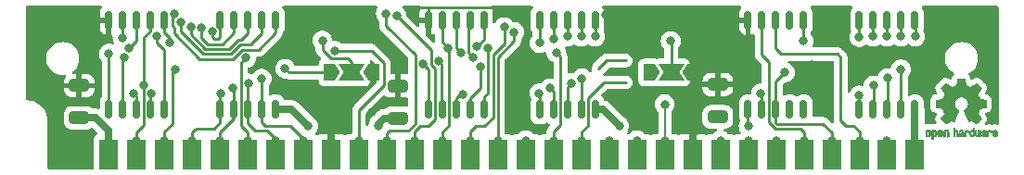
<source format=gbr>
%TF.GenerationSoftware,KiCad,Pcbnew,8.0.6*%
%TF.CreationDate,2024-11-18T20:07:02+11:00*%
%TF.ProjectId,simms,73696d6d-732e-46b6-9963-61645f706362,rev?*%
%TF.SameCoordinates,Original*%
%TF.FileFunction,Copper,L1,Top*%
%TF.FilePolarity,Positive*%
%FSLAX46Y46*%
G04 Gerber Fmt 4.6, Leading zero omitted, Abs format (unit mm)*
G04 Created by KiCad (PCBNEW 8.0.6) date 2024-11-18 20:07:02*
%MOMM*%
%LPD*%
G01*
G04 APERTURE LIST*
G04 Aperture macros list*
%AMRoundRect*
0 Rectangle with rounded corners*
0 $1 Rounding radius*
0 $2 $3 $4 $5 $6 $7 $8 $9 X,Y pos of 4 corners*
0 Add a 4 corners polygon primitive as box body*
4,1,4,$2,$3,$4,$5,$6,$7,$8,$9,$2,$3,0*
0 Add four circle primitives for the rounded corners*
1,1,$1+$1,$2,$3*
1,1,$1+$1,$4,$5*
1,1,$1+$1,$6,$7*
1,1,$1+$1,$8,$9*
0 Add four rect primitives between the rounded corners*
20,1,$1+$1,$2,$3,$4,$5,0*
20,1,$1+$1,$4,$5,$6,$7,0*
20,1,$1+$1,$6,$7,$8,$9,0*
20,1,$1+$1,$8,$9,$2,$3,0*%
%AMFreePoly0*
4,1,6,1.000000,0.000000,0.500000,-0.750000,-0.500000,-0.750000,-0.500000,0.750000,0.500000,0.750000,1.000000,0.000000,1.000000,0.000000,$1*%
%AMFreePoly1*
4,1,7,0.700000,0.000000,1.200000,-0.750000,-1.200000,-0.750000,-0.700000,0.000000,-1.200000,0.750000,1.200000,0.750000,0.700000,0.000000,0.700000,0.000000,$1*%
G04 Aperture macros list end*
%TA.AperFunction,EtchedComponent*%
%ADD10C,0.010000*%
%TD*%
%TA.AperFunction,SMDPad,CuDef*%
%ADD11R,1.750000X2.750000*%
%TD*%
%TA.AperFunction,SMDPad,CuDef*%
%ADD12RoundRect,0.150000X0.150000X-0.700000X0.150000X0.700000X-0.150000X0.700000X-0.150000X-0.700000X0*%
%TD*%
%TA.AperFunction,SMDPad,CuDef*%
%ADD13RoundRect,0.150000X-0.150000X0.700000X-0.150000X-0.700000X0.150000X-0.700000X0.150000X0.700000X0*%
%TD*%
%TA.AperFunction,SMDPad,CuDef*%
%ADD14RoundRect,0.250000X0.650000X-0.325000X0.650000X0.325000X-0.650000X0.325000X-0.650000X-0.325000X0*%
%TD*%
%TA.AperFunction,SMDPad,CuDef*%
%ADD15FreePoly0,0.000000*%
%TD*%
%TA.AperFunction,SMDPad,CuDef*%
%ADD16FreePoly1,0.000000*%
%TD*%
%TA.AperFunction,SMDPad,CuDef*%
%ADD17FreePoly0,180.000000*%
%TD*%
%TA.AperFunction,ViaPad*%
%ADD18C,0.800000*%
%TD*%
%TA.AperFunction,Conductor*%
%ADD19C,0.700000*%
%TD*%
%TA.AperFunction,Conductor*%
%ADD20C,0.250000*%
%TD*%
%TA.AperFunction,Conductor*%
%ADD21C,0.200000*%
%TD*%
G04 APERTURE END LIST*
D10*
%TO.C,REF\u002A\u002A*%
X178052600Y-87558752D02*
X178069948Y-87566334D01*
X178111356Y-87599128D01*
X178146765Y-87646547D01*
X178168664Y-87697151D01*
X178172229Y-87722098D01*
X178160279Y-87756927D01*
X178134067Y-87775357D01*
X178105964Y-87786516D01*
X178093095Y-87788572D01*
X178086829Y-87773649D01*
X178074456Y-87741175D01*
X178069028Y-87726502D01*
X178038590Y-87675744D01*
X177994520Y-87650427D01*
X177938010Y-87651206D01*
X177933825Y-87652203D01*
X177903655Y-87666507D01*
X177881476Y-87694393D01*
X177866327Y-87739287D01*
X177857250Y-87804615D01*
X177853286Y-87893804D01*
X177852914Y-87941261D01*
X177852730Y-88016071D01*
X177851522Y-88067069D01*
X177848309Y-88099471D01*
X177842109Y-88118495D01*
X177831940Y-88129356D01*
X177816819Y-88137272D01*
X177815946Y-88137670D01*
X177786828Y-88149981D01*
X177772403Y-88154514D01*
X177770186Y-88140809D01*
X177768289Y-88102925D01*
X177766847Y-88045715D01*
X177765998Y-87974027D01*
X177765829Y-87921565D01*
X177766692Y-87820047D01*
X177770070Y-87743032D01*
X177777142Y-87686023D01*
X177789088Y-87644526D01*
X177807090Y-87614043D01*
X177832327Y-87590080D01*
X177857247Y-87573355D01*
X177917171Y-87551097D01*
X177986911Y-87546076D01*
X178052600Y-87558752D01*
%TA.AperFunction,EtchedComponent*%
G36*
X178052600Y-87558752D02*
G01*
X178069948Y-87566334D01*
X178111356Y-87599128D01*
X178146765Y-87646547D01*
X178168664Y-87697151D01*
X178172229Y-87722098D01*
X178160279Y-87756927D01*
X178134067Y-87775357D01*
X178105964Y-87786516D01*
X178093095Y-87788572D01*
X178086829Y-87773649D01*
X178074456Y-87741175D01*
X178069028Y-87726502D01*
X178038590Y-87675744D01*
X177994520Y-87650427D01*
X177938010Y-87651206D01*
X177933825Y-87652203D01*
X177903655Y-87666507D01*
X177881476Y-87694393D01*
X177866327Y-87739287D01*
X177857250Y-87804615D01*
X177853286Y-87893804D01*
X177852914Y-87941261D01*
X177852730Y-88016071D01*
X177851522Y-88067069D01*
X177848309Y-88099471D01*
X177842109Y-88118495D01*
X177831940Y-88129356D01*
X177816819Y-88137272D01*
X177815946Y-88137670D01*
X177786828Y-88149981D01*
X177772403Y-88154514D01*
X177770186Y-88140809D01*
X177768289Y-88102925D01*
X177766847Y-88045715D01*
X177765998Y-87974027D01*
X177765829Y-87921565D01*
X177766692Y-87820047D01*
X177770070Y-87743032D01*
X177777142Y-87686023D01*
X177789088Y-87644526D01*
X177807090Y-87614043D01*
X177832327Y-87590080D01*
X177857247Y-87573355D01*
X177917171Y-87551097D01*
X177986911Y-87546076D01*
X178052600Y-87558752D01*
G37*
%TD.AperFunction*%
X174116093Y-87527780D02*
X174162672Y-87554723D01*
X174195057Y-87581466D01*
X174218742Y-87609484D01*
X174235059Y-87643748D01*
X174245339Y-87689227D01*
X174250914Y-87750892D01*
X174253116Y-87833711D01*
X174253371Y-87893246D01*
X174253371Y-88112391D01*
X174191686Y-88140044D01*
X174130000Y-88167697D01*
X174122743Y-87927670D01*
X174119744Y-87838028D01*
X174116598Y-87772962D01*
X174112701Y-87728026D01*
X174107447Y-87698770D01*
X174100231Y-87680748D01*
X174090450Y-87669511D01*
X174087312Y-87667079D01*
X174039761Y-87648083D01*
X173991697Y-87655600D01*
X173963086Y-87675543D01*
X173951447Y-87689675D01*
X173943391Y-87708220D01*
X173938271Y-87736334D01*
X173935441Y-87779173D01*
X173934256Y-87841895D01*
X173934057Y-87907261D01*
X173934018Y-87989268D01*
X173932614Y-88047316D01*
X173927914Y-88086465D01*
X173917987Y-88111780D01*
X173900903Y-88128323D01*
X173874732Y-88141156D01*
X173839775Y-88154491D01*
X173801596Y-88169007D01*
X173806141Y-87911389D01*
X173807971Y-87818519D01*
X173810112Y-87749889D01*
X173813181Y-87700711D01*
X173817794Y-87666198D01*
X173824568Y-87641562D01*
X173834119Y-87622016D01*
X173845634Y-87604770D01*
X173901190Y-87549680D01*
X173968980Y-87517822D01*
X174042713Y-87510191D01*
X174116093Y-87527780D01*
%TA.AperFunction,EtchedComponent*%
G36*
X174116093Y-87527780D02*
G01*
X174162672Y-87554723D01*
X174195057Y-87581466D01*
X174218742Y-87609484D01*
X174235059Y-87643748D01*
X174245339Y-87689227D01*
X174250914Y-87750892D01*
X174253116Y-87833711D01*
X174253371Y-87893246D01*
X174253371Y-88112391D01*
X174191686Y-88140044D01*
X174130000Y-88167697D01*
X174122743Y-87927670D01*
X174119744Y-87838028D01*
X174116598Y-87772962D01*
X174112701Y-87728026D01*
X174107447Y-87698770D01*
X174100231Y-87680748D01*
X174090450Y-87669511D01*
X174087312Y-87667079D01*
X174039761Y-87648083D01*
X173991697Y-87655600D01*
X173963086Y-87675543D01*
X173951447Y-87689675D01*
X173943391Y-87708220D01*
X173938271Y-87736334D01*
X173935441Y-87779173D01*
X173934256Y-87841895D01*
X173934057Y-87907261D01*
X173934018Y-87989268D01*
X173932614Y-88047316D01*
X173927914Y-88086465D01*
X173917987Y-88111780D01*
X173900903Y-88128323D01*
X173874732Y-88141156D01*
X173839775Y-88154491D01*
X173801596Y-88169007D01*
X173806141Y-87911389D01*
X173807971Y-87818519D01*
X173810112Y-87749889D01*
X173813181Y-87700711D01*
X173817794Y-87666198D01*
X173824568Y-87641562D01*
X173834119Y-87622016D01*
X173845634Y-87604770D01*
X173901190Y-87549680D01*
X173968980Y-87517822D01*
X174042713Y-87510191D01*
X174116093Y-87527780D01*
G37*
%TD.AperFunction*%
X175929926Y-87549755D02*
X175995858Y-87574084D01*
X176049273Y-87617117D01*
X176070164Y-87647409D01*
X176092939Y-87702994D01*
X176092466Y-87743186D01*
X176068562Y-87770217D01*
X176059717Y-87774813D01*
X176021530Y-87789144D01*
X176002028Y-87785472D01*
X175995422Y-87761407D01*
X175995086Y-87748114D01*
X175982992Y-87699210D01*
X175951471Y-87664999D01*
X175907659Y-87648476D01*
X175858695Y-87652634D01*
X175818894Y-87674227D01*
X175805450Y-87686544D01*
X175795921Y-87701487D01*
X175789485Y-87724075D01*
X175785317Y-87759328D01*
X175782597Y-87812266D01*
X175780502Y-87887907D01*
X175779960Y-87911857D01*
X175777981Y-87993790D01*
X175775731Y-88051455D01*
X175772357Y-88089608D01*
X175767006Y-88113004D01*
X175758824Y-88126398D01*
X175746959Y-88134545D01*
X175739362Y-88138144D01*
X175707102Y-88150452D01*
X175688111Y-88154514D01*
X175681836Y-88140948D01*
X175678006Y-88099934D01*
X175676600Y-88030999D01*
X175677598Y-87933669D01*
X175677908Y-87918657D01*
X175680101Y-87829859D01*
X175682693Y-87765019D01*
X175686382Y-87719067D01*
X175691864Y-87686935D01*
X175699835Y-87663553D01*
X175710993Y-87643852D01*
X175716830Y-87635410D01*
X175750296Y-87598057D01*
X175787727Y-87569003D01*
X175792309Y-87566467D01*
X175859426Y-87546443D01*
X175929926Y-87549755D01*
%TA.AperFunction,EtchedComponent*%
G36*
X175929926Y-87549755D02*
G01*
X175995858Y-87574084D01*
X176049273Y-87617117D01*
X176070164Y-87647409D01*
X176092939Y-87702994D01*
X176092466Y-87743186D01*
X176068562Y-87770217D01*
X176059717Y-87774813D01*
X176021530Y-87789144D01*
X176002028Y-87785472D01*
X175995422Y-87761407D01*
X175995086Y-87748114D01*
X175982992Y-87699210D01*
X175951471Y-87664999D01*
X175907659Y-87648476D01*
X175858695Y-87652634D01*
X175818894Y-87674227D01*
X175805450Y-87686544D01*
X175795921Y-87701487D01*
X175789485Y-87724075D01*
X175785317Y-87759328D01*
X175782597Y-87812266D01*
X175780502Y-87887907D01*
X175779960Y-87911857D01*
X175777981Y-87993790D01*
X175775731Y-88051455D01*
X175772357Y-88089608D01*
X175767006Y-88113004D01*
X175758824Y-88126398D01*
X175746959Y-88134545D01*
X175739362Y-88138144D01*
X175707102Y-88150452D01*
X175688111Y-88154514D01*
X175681836Y-88140948D01*
X175678006Y-88099934D01*
X175676600Y-88030999D01*
X175677598Y-87933669D01*
X175677908Y-87918657D01*
X175680101Y-87829859D01*
X175682693Y-87765019D01*
X175686382Y-87719067D01*
X175691864Y-87686935D01*
X175699835Y-87663553D01*
X175710993Y-87643852D01*
X175716830Y-87635410D01*
X175750296Y-87598057D01*
X175787727Y-87569003D01*
X175792309Y-87566467D01*
X175859426Y-87546443D01*
X175929926Y-87549755D01*
G37*
%TD.AperFunction*%
X174775886Y-87451289D02*
X174780139Y-87510613D01*
X174785025Y-87545572D01*
X174791795Y-87560820D01*
X174801702Y-87561015D01*
X174804914Y-87559195D01*
X174847644Y-87546015D01*
X174903227Y-87546785D01*
X174959737Y-87560333D01*
X174995082Y-87577861D01*
X175031321Y-87605861D01*
X175057813Y-87637549D01*
X175075999Y-87677813D01*
X175087322Y-87731543D01*
X175093222Y-87803626D01*
X175095143Y-87898951D01*
X175095177Y-87917237D01*
X175095200Y-88122646D01*
X175049491Y-88138580D01*
X175017027Y-88149420D01*
X174999215Y-88154468D01*
X174998691Y-88154514D01*
X174996937Y-88140828D01*
X174995444Y-88103076D01*
X174994326Y-88046224D01*
X174993697Y-87975234D01*
X174993600Y-87932073D01*
X174993398Y-87846973D01*
X174992358Y-87785981D01*
X174989831Y-87744177D01*
X174985164Y-87716642D01*
X174977707Y-87698456D01*
X174966811Y-87684698D01*
X174960007Y-87678073D01*
X174913272Y-87651375D01*
X174862272Y-87649375D01*
X174816001Y-87671955D01*
X174807444Y-87680107D01*
X174794893Y-87695436D01*
X174786188Y-87713618D01*
X174780631Y-87739909D01*
X174777526Y-87779562D01*
X174776176Y-87837832D01*
X174775886Y-87918173D01*
X174775886Y-88122646D01*
X174730177Y-88138580D01*
X174697713Y-88149420D01*
X174679901Y-88154468D01*
X174679377Y-88154514D01*
X174678037Y-88140623D01*
X174676828Y-88101439D01*
X174675801Y-88040700D01*
X174675002Y-87962141D01*
X174674481Y-87869498D01*
X174674286Y-87766509D01*
X174674286Y-87369342D01*
X174721457Y-87349444D01*
X174768629Y-87329547D01*
X174775886Y-87451289D01*
%TA.AperFunction,EtchedComponent*%
G36*
X174775886Y-87451289D02*
G01*
X174780139Y-87510613D01*
X174785025Y-87545572D01*
X174791795Y-87560820D01*
X174801702Y-87561015D01*
X174804914Y-87559195D01*
X174847644Y-87546015D01*
X174903227Y-87546785D01*
X174959737Y-87560333D01*
X174995082Y-87577861D01*
X175031321Y-87605861D01*
X175057813Y-87637549D01*
X175075999Y-87677813D01*
X175087322Y-87731543D01*
X175093222Y-87803626D01*
X175095143Y-87898951D01*
X175095177Y-87917237D01*
X175095200Y-88122646D01*
X175049491Y-88138580D01*
X175017027Y-88149420D01*
X174999215Y-88154468D01*
X174998691Y-88154514D01*
X174996937Y-88140828D01*
X174995444Y-88103076D01*
X174994326Y-88046224D01*
X174993697Y-87975234D01*
X174993600Y-87932073D01*
X174993398Y-87846973D01*
X174992358Y-87785981D01*
X174989831Y-87744177D01*
X174985164Y-87716642D01*
X174977707Y-87698456D01*
X174966811Y-87684698D01*
X174960007Y-87678073D01*
X174913272Y-87651375D01*
X174862272Y-87649375D01*
X174816001Y-87671955D01*
X174807444Y-87680107D01*
X174794893Y-87695436D01*
X174786188Y-87713618D01*
X174780631Y-87739909D01*
X174777526Y-87779562D01*
X174776176Y-87837832D01*
X174775886Y-87918173D01*
X174775886Y-88122646D01*
X174730177Y-88138580D01*
X174697713Y-88149420D01*
X174679901Y-88154468D01*
X174679377Y-88154514D01*
X174678037Y-88140623D01*
X174676828Y-88101439D01*
X174675801Y-88040700D01*
X174675002Y-87962141D01*
X174674481Y-87869498D01*
X174674286Y-87766509D01*
X174674286Y-87369342D01*
X174721457Y-87349444D01*
X174768629Y-87329547D01*
X174775886Y-87451289D01*
G37*
%TD.AperFunction*%
X177179833Y-87558663D02*
X177182048Y-87596850D01*
X177183784Y-87654886D01*
X177184899Y-87728180D01*
X177185257Y-87805055D01*
X177185257Y-88065196D01*
X177139326Y-88111127D01*
X177107675Y-88139429D01*
X177079890Y-88150893D01*
X177041915Y-88150168D01*
X177026840Y-88148321D01*
X176979726Y-88142948D01*
X176940756Y-88139869D01*
X176931257Y-88139585D01*
X176899233Y-88141445D01*
X176853432Y-88146114D01*
X176835674Y-88148321D01*
X176792057Y-88151735D01*
X176762745Y-88144320D01*
X176733680Y-88121427D01*
X176723188Y-88111127D01*
X176677257Y-88065196D01*
X176677257Y-87578602D01*
X176714226Y-87561758D01*
X176746059Y-87549282D01*
X176764683Y-87544914D01*
X176769458Y-87558718D01*
X176773921Y-87597286D01*
X176777775Y-87656356D01*
X176780722Y-87731663D01*
X176782143Y-87795286D01*
X176786114Y-88045657D01*
X176820759Y-88050556D01*
X176852268Y-88047131D01*
X176867708Y-88036041D01*
X176872023Y-88015308D01*
X176875708Y-87971145D01*
X176878469Y-87909146D01*
X176880012Y-87834909D01*
X176880235Y-87796706D01*
X176880457Y-87576783D01*
X176926166Y-87560849D01*
X176958518Y-87550015D01*
X176976115Y-87544962D01*
X176976623Y-87544914D01*
X176978388Y-87558648D01*
X176980329Y-87596730D01*
X176982282Y-87654482D01*
X176984084Y-87727227D01*
X176985343Y-87795286D01*
X176989314Y-88045657D01*
X177076400Y-88045657D01*
X177080396Y-87817240D01*
X177084392Y-87588822D01*
X177126847Y-87566868D01*
X177158192Y-87551793D01*
X177176744Y-87544951D01*
X177177279Y-87544914D01*
X177179833Y-87558663D01*
%TA.AperFunction,EtchedComponent*%
G36*
X177179833Y-87558663D02*
G01*
X177182048Y-87596850D01*
X177183784Y-87654886D01*
X177184899Y-87728180D01*
X177185257Y-87805055D01*
X177185257Y-88065196D01*
X177139326Y-88111127D01*
X177107675Y-88139429D01*
X177079890Y-88150893D01*
X177041915Y-88150168D01*
X177026840Y-88148321D01*
X176979726Y-88142948D01*
X176940756Y-88139869D01*
X176931257Y-88139585D01*
X176899233Y-88141445D01*
X176853432Y-88146114D01*
X176835674Y-88148321D01*
X176792057Y-88151735D01*
X176762745Y-88144320D01*
X176733680Y-88121427D01*
X176723188Y-88111127D01*
X176677257Y-88065196D01*
X176677257Y-87578602D01*
X176714226Y-87561758D01*
X176746059Y-87549282D01*
X176764683Y-87544914D01*
X176769458Y-87558718D01*
X176773921Y-87597286D01*
X176777775Y-87656356D01*
X176780722Y-87731663D01*
X176782143Y-87795286D01*
X176786114Y-88045657D01*
X176820759Y-88050556D01*
X176852268Y-88047131D01*
X176867708Y-88036041D01*
X176872023Y-88015308D01*
X176875708Y-87971145D01*
X176878469Y-87909146D01*
X176880012Y-87834909D01*
X176880235Y-87796706D01*
X176880457Y-87576783D01*
X176926166Y-87560849D01*
X176958518Y-87550015D01*
X176976115Y-87544962D01*
X176976623Y-87544914D01*
X176978388Y-87558648D01*
X176980329Y-87596730D01*
X176982282Y-87654482D01*
X176984084Y-87727227D01*
X176985343Y-87795286D01*
X176989314Y-88045657D01*
X177076400Y-88045657D01*
X177080396Y-87817240D01*
X177084392Y-87588822D01*
X177126847Y-87566868D01*
X177158192Y-87551793D01*
X177176744Y-87544951D01*
X177177279Y-87544914D01*
X177179833Y-87558663D01*
G37*
%TD.AperFunction*%
X172441115Y-87521962D02*
X172509145Y-87557733D01*
X172559351Y-87615301D01*
X172577185Y-87652312D01*
X172591063Y-87707882D01*
X172598167Y-87778096D01*
X172598840Y-87854727D01*
X172593427Y-87929552D01*
X172582270Y-87994342D01*
X172565714Y-88040873D01*
X172560626Y-88048887D01*
X172500355Y-88108707D01*
X172428769Y-88144535D01*
X172351092Y-88155020D01*
X172272548Y-88138810D01*
X172250689Y-88129092D01*
X172208122Y-88099143D01*
X172170763Y-88059433D01*
X172167232Y-88054397D01*
X172152881Y-88030124D01*
X172143394Y-88004178D01*
X172137790Y-87970022D01*
X172135086Y-87921119D01*
X172134299Y-87850935D01*
X172134286Y-87835200D01*
X172134322Y-87830192D01*
X172279429Y-87830192D01*
X172280273Y-87896430D01*
X172283596Y-87940386D01*
X172290583Y-87968779D01*
X172302416Y-87988325D01*
X172308457Y-87994857D01*
X172343186Y-88019680D01*
X172376903Y-88018548D01*
X172410995Y-87997016D01*
X172431329Y-87974029D01*
X172443371Y-87940478D01*
X172450134Y-87887569D01*
X172450598Y-87881399D01*
X172451752Y-87785513D01*
X172439688Y-87714299D01*
X172414570Y-87668194D01*
X172376560Y-87647635D01*
X172362992Y-87646514D01*
X172327364Y-87652152D01*
X172302994Y-87671686D01*
X172288093Y-87709042D01*
X172280875Y-87768150D01*
X172279429Y-87830192D01*
X172134322Y-87830192D01*
X172134826Y-87760413D01*
X172137096Y-87708159D01*
X172142068Y-87671949D01*
X172150713Y-87645299D01*
X172164005Y-87621722D01*
X172166943Y-87617338D01*
X172216313Y-87558249D01*
X172270109Y-87523947D01*
X172335602Y-87510331D01*
X172357842Y-87509665D01*
X172441115Y-87521962D01*
%TA.AperFunction,EtchedComponent*%
G36*
X172441115Y-87521962D02*
G01*
X172509145Y-87557733D01*
X172559351Y-87615301D01*
X172577185Y-87652312D01*
X172591063Y-87707882D01*
X172598167Y-87778096D01*
X172598840Y-87854727D01*
X172593427Y-87929552D01*
X172582270Y-87994342D01*
X172565714Y-88040873D01*
X172560626Y-88048887D01*
X172500355Y-88108707D01*
X172428769Y-88144535D01*
X172351092Y-88155020D01*
X172272548Y-88138810D01*
X172250689Y-88129092D01*
X172208122Y-88099143D01*
X172170763Y-88059433D01*
X172167232Y-88054397D01*
X172152881Y-88030124D01*
X172143394Y-88004178D01*
X172137790Y-87970022D01*
X172135086Y-87921119D01*
X172134299Y-87850935D01*
X172134286Y-87835200D01*
X172134322Y-87830192D01*
X172279429Y-87830192D01*
X172280273Y-87896430D01*
X172283596Y-87940386D01*
X172290583Y-87968779D01*
X172302416Y-87988325D01*
X172308457Y-87994857D01*
X172343186Y-88019680D01*
X172376903Y-88018548D01*
X172410995Y-87997016D01*
X172431329Y-87974029D01*
X172443371Y-87940478D01*
X172450134Y-87887569D01*
X172450598Y-87881399D01*
X172451752Y-87785513D01*
X172439688Y-87714299D01*
X172414570Y-87668194D01*
X172376560Y-87647635D01*
X172362992Y-87646514D01*
X172327364Y-87652152D01*
X172302994Y-87671686D01*
X172288093Y-87709042D01*
X172280875Y-87768150D01*
X172279429Y-87830192D01*
X172134322Y-87830192D01*
X172134826Y-87760413D01*
X172137096Y-87708159D01*
X172142068Y-87671949D01*
X172150713Y-87645299D01*
X172164005Y-87621722D01*
X172166943Y-87617338D01*
X172216313Y-87558249D01*
X172270109Y-87523947D01*
X172335602Y-87510331D01*
X172357842Y-87509665D01*
X172441115Y-87521962D01*
G37*
%TD.AperFunction*%
X178553595Y-87566966D02*
X178611021Y-87604497D01*
X178638719Y-87638096D01*
X178660662Y-87699064D01*
X178662405Y-87747308D01*
X178658457Y-87811816D01*
X178509686Y-87876934D01*
X178437349Y-87910202D01*
X178390084Y-87936964D01*
X178365507Y-87960144D01*
X178361237Y-87982667D01*
X178374889Y-88007455D01*
X178389943Y-88023886D01*
X178433746Y-88050235D01*
X178481389Y-88052081D01*
X178525145Y-88031546D01*
X178557289Y-87990752D01*
X178563038Y-87976347D01*
X178590576Y-87931356D01*
X178622258Y-87912182D01*
X178665714Y-87895779D01*
X178665714Y-87957966D01*
X178661872Y-88000283D01*
X178646823Y-88035969D01*
X178615280Y-88076943D01*
X178610592Y-88082267D01*
X178575506Y-88118720D01*
X178545347Y-88138283D01*
X178507615Y-88147283D01*
X178476335Y-88150230D01*
X178420385Y-88150965D01*
X178380555Y-88141660D01*
X178355708Y-88127846D01*
X178316656Y-88097467D01*
X178289625Y-88064613D01*
X178272517Y-88023294D01*
X178263238Y-87967521D01*
X178259693Y-87891305D01*
X178259410Y-87852622D01*
X178260372Y-87806247D01*
X178348007Y-87806247D01*
X178349023Y-87831126D01*
X178351556Y-87835200D01*
X178368274Y-87829665D01*
X178404249Y-87815017D01*
X178452331Y-87794190D01*
X178462386Y-87789714D01*
X178523152Y-87758814D01*
X178556632Y-87731657D01*
X178563990Y-87706220D01*
X178546391Y-87680481D01*
X178531856Y-87669109D01*
X178479410Y-87646364D01*
X178430322Y-87650122D01*
X178389227Y-87677884D01*
X178360758Y-87727152D01*
X178351631Y-87766257D01*
X178348007Y-87806247D01*
X178260372Y-87806247D01*
X178261285Y-87762249D01*
X178268196Y-87695384D01*
X178281884Y-87646695D01*
X178304096Y-87610849D01*
X178336574Y-87582513D01*
X178350733Y-87573355D01*
X178415053Y-87549507D01*
X178485473Y-87548006D01*
X178553595Y-87566966D01*
%TA.AperFunction,EtchedComponent*%
G36*
X178553595Y-87566966D02*
G01*
X178611021Y-87604497D01*
X178638719Y-87638096D01*
X178660662Y-87699064D01*
X178662405Y-87747308D01*
X178658457Y-87811816D01*
X178509686Y-87876934D01*
X178437349Y-87910202D01*
X178390084Y-87936964D01*
X178365507Y-87960144D01*
X178361237Y-87982667D01*
X178374889Y-88007455D01*
X178389943Y-88023886D01*
X178433746Y-88050235D01*
X178481389Y-88052081D01*
X178525145Y-88031546D01*
X178557289Y-87990752D01*
X178563038Y-87976347D01*
X178590576Y-87931356D01*
X178622258Y-87912182D01*
X178665714Y-87895779D01*
X178665714Y-87957966D01*
X178661872Y-88000283D01*
X178646823Y-88035969D01*
X178615280Y-88076943D01*
X178610592Y-88082267D01*
X178575506Y-88118720D01*
X178545347Y-88138283D01*
X178507615Y-88147283D01*
X178476335Y-88150230D01*
X178420385Y-88150965D01*
X178380555Y-88141660D01*
X178355708Y-88127846D01*
X178316656Y-88097467D01*
X178289625Y-88064613D01*
X178272517Y-88023294D01*
X178263238Y-87967521D01*
X178259693Y-87891305D01*
X178259410Y-87852622D01*
X178260372Y-87806247D01*
X178348007Y-87806247D01*
X178349023Y-87831126D01*
X178351556Y-87835200D01*
X178368274Y-87829665D01*
X178404249Y-87815017D01*
X178452331Y-87794190D01*
X178462386Y-87789714D01*
X178523152Y-87758814D01*
X178556632Y-87731657D01*
X178563990Y-87706220D01*
X178546391Y-87680481D01*
X178531856Y-87669109D01*
X178479410Y-87646364D01*
X178430322Y-87650122D01*
X178389227Y-87677884D01*
X178360758Y-87727152D01*
X178351631Y-87766257D01*
X178348007Y-87806247D01*
X178260372Y-87806247D01*
X178261285Y-87762249D01*
X178268196Y-87695384D01*
X178281884Y-87646695D01*
X178304096Y-87610849D01*
X178336574Y-87582513D01*
X178350733Y-87573355D01*
X178415053Y-87549507D01*
X178485473Y-87548006D01*
X178553595Y-87566966D01*
G37*
%TD.AperFunction*%
X176590117Y-87665358D02*
X176589933Y-87773837D01*
X176589219Y-87857287D01*
X176587675Y-87919704D01*
X176585001Y-87965085D01*
X176580894Y-87997429D01*
X176575055Y-88020733D01*
X176567182Y-88038995D01*
X176561221Y-88049418D01*
X176511855Y-88105945D01*
X176449264Y-88141377D01*
X176380013Y-88154090D01*
X176310668Y-88142463D01*
X176269375Y-88121568D01*
X176226025Y-88085422D01*
X176196481Y-88041276D01*
X176178655Y-87983462D01*
X176170463Y-87906313D01*
X176169302Y-87849714D01*
X176169458Y-87845647D01*
X176270857Y-87845647D01*
X176271476Y-87910550D01*
X176274314Y-87953514D01*
X176280840Y-87981622D01*
X176292523Y-88001953D01*
X176306483Y-88017288D01*
X176353365Y-88046890D01*
X176403701Y-88049419D01*
X176451276Y-88024705D01*
X176454979Y-88021356D01*
X176470783Y-88003935D01*
X176480693Y-87983209D01*
X176486058Y-87952362D01*
X176488228Y-87904577D01*
X176488571Y-87851748D01*
X176487827Y-87785381D01*
X176484748Y-87741106D01*
X176478061Y-87712009D01*
X176466496Y-87691173D01*
X176457013Y-87680107D01*
X176412960Y-87652198D01*
X176362224Y-87648843D01*
X176313796Y-87670159D01*
X176304450Y-87678073D01*
X176288540Y-87695647D01*
X176278610Y-87716587D01*
X176273278Y-87747782D01*
X176271163Y-87796122D01*
X176270857Y-87845647D01*
X176169458Y-87845647D01*
X176172810Y-87758568D01*
X176184726Y-87690086D01*
X176207135Y-87638600D01*
X176242124Y-87598443D01*
X176269375Y-87577861D01*
X176318907Y-87555625D01*
X176376316Y-87545304D01*
X176429682Y-87548067D01*
X176459543Y-87559212D01*
X176471261Y-87562383D01*
X176479037Y-87550557D01*
X176484465Y-87518866D01*
X176488571Y-87470593D01*
X176493067Y-87416829D01*
X176499313Y-87384482D01*
X176510676Y-87365985D01*
X176530528Y-87353770D01*
X176543000Y-87348362D01*
X176590171Y-87328601D01*
X176590117Y-87665358D01*
%TA.AperFunction,EtchedComponent*%
G36*
X176590117Y-87665358D02*
G01*
X176589933Y-87773837D01*
X176589219Y-87857287D01*
X176587675Y-87919704D01*
X176585001Y-87965085D01*
X176580894Y-87997429D01*
X176575055Y-88020733D01*
X176567182Y-88038995D01*
X176561221Y-88049418D01*
X176511855Y-88105945D01*
X176449264Y-88141377D01*
X176380013Y-88154090D01*
X176310668Y-88142463D01*
X176269375Y-88121568D01*
X176226025Y-88085422D01*
X176196481Y-88041276D01*
X176178655Y-87983462D01*
X176170463Y-87906313D01*
X176169302Y-87849714D01*
X176169458Y-87845647D01*
X176270857Y-87845647D01*
X176271476Y-87910550D01*
X176274314Y-87953514D01*
X176280840Y-87981622D01*
X176292523Y-88001953D01*
X176306483Y-88017288D01*
X176353365Y-88046890D01*
X176403701Y-88049419D01*
X176451276Y-88024705D01*
X176454979Y-88021356D01*
X176470783Y-88003935D01*
X176480693Y-87983209D01*
X176486058Y-87952362D01*
X176488228Y-87904577D01*
X176488571Y-87851748D01*
X176487827Y-87785381D01*
X176484748Y-87741106D01*
X176478061Y-87712009D01*
X176466496Y-87691173D01*
X176457013Y-87680107D01*
X176412960Y-87652198D01*
X176362224Y-87648843D01*
X176313796Y-87670159D01*
X176304450Y-87678073D01*
X176288540Y-87695647D01*
X176278610Y-87716587D01*
X176273278Y-87747782D01*
X176271163Y-87796122D01*
X176270857Y-87845647D01*
X176169458Y-87845647D01*
X176172810Y-87758568D01*
X176184726Y-87690086D01*
X176207135Y-87638600D01*
X176242124Y-87598443D01*
X176269375Y-87577861D01*
X176318907Y-87555625D01*
X176376316Y-87545304D01*
X176429682Y-87548067D01*
X176459543Y-87559212D01*
X176471261Y-87562383D01*
X176479037Y-87550557D01*
X176484465Y-87518866D01*
X176488571Y-87470593D01*
X176493067Y-87416829D01*
X176499313Y-87384482D01*
X176510676Y-87365985D01*
X176530528Y-87353770D01*
X176543000Y-87348362D01*
X176590171Y-87328601D01*
X176590117Y-87665358D01*
G37*
%TD.AperFunction*%
X173568303Y-87531239D02*
X173625527Y-87569735D01*
X173669749Y-87625335D01*
X173696167Y-87696086D01*
X173701510Y-87748162D01*
X173700903Y-87769893D01*
X173695822Y-87786531D01*
X173681855Y-87801437D01*
X173654589Y-87817973D01*
X173609612Y-87839498D01*
X173542511Y-87869374D01*
X173542171Y-87869524D01*
X173480407Y-87897813D01*
X173429759Y-87922933D01*
X173395404Y-87942179D01*
X173382518Y-87952848D01*
X173382514Y-87952934D01*
X173393872Y-87976166D01*
X173420431Y-88001774D01*
X173450923Y-88020221D01*
X173466370Y-88023886D01*
X173508515Y-88011212D01*
X173544808Y-87979471D01*
X173562517Y-87944572D01*
X173579552Y-87918845D01*
X173612922Y-87889546D01*
X173652149Y-87864235D01*
X173686756Y-87850471D01*
X173693993Y-87849714D01*
X173702139Y-87862160D01*
X173702630Y-87893972D01*
X173696643Y-87936866D01*
X173685357Y-87982558D01*
X173669950Y-88022761D01*
X173669171Y-88024322D01*
X173622804Y-88089062D01*
X173562711Y-88133097D01*
X173494465Y-88154711D01*
X173423638Y-88152185D01*
X173355804Y-88123804D01*
X173352788Y-88121808D01*
X173299427Y-88073448D01*
X173264340Y-88010352D01*
X173244922Y-87927387D01*
X173242316Y-87904078D01*
X173237701Y-87794055D01*
X173243233Y-87742748D01*
X173382514Y-87742748D01*
X173384324Y-87774753D01*
X173394222Y-87784093D01*
X173418898Y-87777105D01*
X173457795Y-87760587D01*
X173501275Y-87739881D01*
X173502356Y-87739333D01*
X173539209Y-87719949D01*
X173554000Y-87707013D01*
X173550353Y-87693451D01*
X173534995Y-87675632D01*
X173495923Y-87649845D01*
X173453846Y-87647950D01*
X173416103Y-87666717D01*
X173390034Y-87702915D01*
X173382514Y-87742748D01*
X173243233Y-87742748D01*
X173247194Y-87706027D01*
X173271550Y-87636212D01*
X173305456Y-87587302D01*
X173366653Y-87537878D01*
X173434063Y-87513359D01*
X173502880Y-87511797D01*
X173568303Y-87531239D01*
%TA.AperFunction,EtchedComponent*%
G36*
X173568303Y-87531239D02*
G01*
X173625527Y-87569735D01*
X173669749Y-87625335D01*
X173696167Y-87696086D01*
X173701510Y-87748162D01*
X173700903Y-87769893D01*
X173695822Y-87786531D01*
X173681855Y-87801437D01*
X173654589Y-87817973D01*
X173609612Y-87839498D01*
X173542511Y-87869374D01*
X173542171Y-87869524D01*
X173480407Y-87897813D01*
X173429759Y-87922933D01*
X173395404Y-87942179D01*
X173382518Y-87952848D01*
X173382514Y-87952934D01*
X173393872Y-87976166D01*
X173420431Y-88001774D01*
X173450923Y-88020221D01*
X173466370Y-88023886D01*
X173508515Y-88011212D01*
X173544808Y-87979471D01*
X173562517Y-87944572D01*
X173579552Y-87918845D01*
X173612922Y-87889546D01*
X173652149Y-87864235D01*
X173686756Y-87850471D01*
X173693993Y-87849714D01*
X173702139Y-87862160D01*
X173702630Y-87893972D01*
X173696643Y-87936866D01*
X173685357Y-87982558D01*
X173669950Y-88022761D01*
X173669171Y-88024322D01*
X173622804Y-88089062D01*
X173562711Y-88133097D01*
X173494465Y-88154711D01*
X173423638Y-88152185D01*
X173355804Y-88123804D01*
X173352788Y-88121808D01*
X173299427Y-88073448D01*
X173264340Y-88010352D01*
X173244922Y-87927387D01*
X173242316Y-87904078D01*
X173237701Y-87794055D01*
X173243233Y-87742748D01*
X173382514Y-87742748D01*
X173384324Y-87774753D01*
X173394222Y-87784093D01*
X173418898Y-87777105D01*
X173457795Y-87760587D01*
X173501275Y-87739881D01*
X173502356Y-87739333D01*
X173539209Y-87719949D01*
X173554000Y-87707013D01*
X173550353Y-87693451D01*
X173534995Y-87675632D01*
X173495923Y-87649845D01*
X173453846Y-87647950D01*
X173416103Y-87666717D01*
X173390034Y-87702915D01*
X173382514Y-87742748D01*
X173243233Y-87742748D01*
X173247194Y-87706027D01*
X173271550Y-87636212D01*
X173305456Y-87587302D01*
X173366653Y-87537878D01*
X173434063Y-87513359D01*
X173502880Y-87511797D01*
X173568303Y-87531239D01*
G37*
%TD.AperFunction*%
X175439744Y-87550968D02*
X175496616Y-87572087D01*
X175497267Y-87572493D01*
X175532440Y-87598380D01*
X175558407Y-87628633D01*
X175576670Y-87668058D01*
X175588732Y-87721462D01*
X175596096Y-87793651D01*
X175600264Y-87889432D01*
X175600629Y-87903078D01*
X175605876Y-88108842D01*
X175561716Y-88131678D01*
X175529763Y-88147110D01*
X175510470Y-88154423D01*
X175509578Y-88154514D01*
X175506239Y-88141022D01*
X175503587Y-88104626D01*
X175501956Y-88051452D01*
X175501600Y-88008393D01*
X175501592Y-87938641D01*
X175498403Y-87894837D01*
X175487288Y-87873944D01*
X175463501Y-87872925D01*
X175422296Y-87888741D01*
X175360086Y-87917815D01*
X175314341Y-87941963D01*
X175290813Y-87962913D01*
X175283896Y-87985747D01*
X175283886Y-87986877D01*
X175295299Y-88026212D01*
X175329092Y-88047462D01*
X175380809Y-88050539D01*
X175418061Y-88050006D01*
X175437703Y-88060735D01*
X175449952Y-88086505D01*
X175457002Y-88119337D01*
X175446842Y-88137966D01*
X175443017Y-88140632D01*
X175407001Y-88151340D01*
X175356566Y-88152856D01*
X175304626Y-88145759D01*
X175267822Y-88132788D01*
X175216938Y-88089585D01*
X175188014Y-88029446D01*
X175182286Y-87982462D01*
X175186657Y-87940082D01*
X175202475Y-87905488D01*
X175233797Y-87874763D01*
X175284678Y-87843990D01*
X175359176Y-87809252D01*
X175363714Y-87807288D01*
X175430821Y-87776287D01*
X175472232Y-87750862D01*
X175489981Y-87728014D01*
X175486107Y-87704745D01*
X175462643Y-87678056D01*
X175455627Y-87671914D01*
X175408630Y-87648100D01*
X175359933Y-87649103D01*
X175317522Y-87672451D01*
X175289384Y-87715675D01*
X175286769Y-87724160D01*
X175261308Y-87765308D01*
X175229001Y-87785128D01*
X175182286Y-87804770D01*
X175182286Y-87753950D01*
X175196496Y-87680082D01*
X175238675Y-87612327D01*
X175260624Y-87589661D01*
X175310517Y-87560569D01*
X175373967Y-87547400D01*
X175439744Y-87550968D01*
%TA.AperFunction,EtchedComponent*%
G36*
X175439744Y-87550968D02*
G01*
X175496616Y-87572087D01*
X175497267Y-87572493D01*
X175532440Y-87598380D01*
X175558407Y-87628633D01*
X175576670Y-87668058D01*
X175588732Y-87721462D01*
X175596096Y-87793651D01*
X175600264Y-87889432D01*
X175600629Y-87903078D01*
X175605876Y-88108842D01*
X175561716Y-88131678D01*
X175529763Y-88147110D01*
X175510470Y-88154423D01*
X175509578Y-88154514D01*
X175506239Y-88141022D01*
X175503587Y-88104626D01*
X175501956Y-88051452D01*
X175501600Y-88008393D01*
X175501592Y-87938641D01*
X175498403Y-87894837D01*
X175487288Y-87873944D01*
X175463501Y-87872925D01*
X175422296Y-87888741D01*
X175360086Y-87917815D01*
X175314341Y-87941963D01*
X175290813Y-87962913D01*
X175283896Y-87985747D01*
X175283886Y-87986877D01*
X175295299Y-88026212D01*
X175329092Y-88047462D01*
X175380809Y-88050539D01*
X175418061Y-88050006D01*
X175437703Y-88060735D01*
X175449952Y-88086505D01*
X175457002Y-88119337D01*
X175446842Y-88137966D01*
X175443017Y-88140632D01*
X175407001Y-88151340D01*
X175356566Y-88152856D01*
X175304626Y-88145759D01*
X175267822Y-88132788D01*
X175216938Y-88089585D01*
X175188014Y-88029446D01*
X175182286Y-87982462D01*
X175186657Y-87940082D01*
X175202475Y-87905488D01*
X175233797Y-87874763D01*
X175284678Y-87843990D01*
X175359176Y-87809252D01*
X175363714Y-87807288D01*
X175430821Y-87776287D01*
X175472232Y-87750862D01*
X175489981Y-87728014D01*
X175486107Y-87704745D01*
X175462643Y-87678056D01*
X175455627Y-87671914D01*
X175408630Y-87648100D01*
X175359933Y-87649103D01*
X175317522Y-87672451D01*
X175289384Y-87715675D01*
X175286769Y-87724160D01*
X175261308Y-87765308D01*
X175229001Y-87785128D01*
X175182286Y-87804770D01*
X175182286Y-87753950D01*
X175196496Y-87680082D01*
X175238675Y-87612327D01*
X175260624Y-87589661D01*
X175310517Y-87560569D01*
X175373967Y-87547400D01*
X175439744Y-87550968D01*
G37*
%TD.AperFunction*%
X172999744Y-87519918D02*
X173055201Y-87547568D01*
X173104148Y-87598480D01*
X173117629Y-87617338D01*
X173132314Y-87642015D01*
X173141842Y-87668816D01*
X173147293Y-87704587D01*
X173149747Y-87756169D01*
X173150286Y-87824267D01*
X173147852Y-87917588D01*
X173139394Y-87987657D01*
X173123174Y-88039931D01*
X173097454Y-88079869D01*
X173060497Y-88112929D01*
X173057782Y-88114886D01*
X173021360Y-88134908D01*
X172977502Y-88144815D01*
X172921724Y-88147257D01*
X172831048Y-88147257D01*
X172831010Y-88235283D01*
X172830166Y-88284308D01*
X172825024Y-88313065D01*
X172811587Y-88330311D01*
X172785858Y-88344808D01*
X172779679Y-88347769D01*
X172750764Y-88361648D01*
X172728376Y-88370414D01*
X172711729Y-88371171D01*
X172700036Y-88361023D01*
X172692510Y-88337073D01*
X172688366Y-88296426D01*
X172686815Y-88236186D01*
X172687071Y-88153455D01*
X172688349Y-88045339D01*
X172688748Y-88013000D01*
X172690185Y-87901524D01*
X172691472Y-87828603D01*
X172830971Y-87828603D01*
X172831755Y-87890499D01*
X172835240Y-87930997D01*
X172843124Y-87957708D01*
X172857105Y-87978244D01*
X172866597Y-87988260D01*
X172905404Y-88017567D01*
X172939763Y-88019952D01*
X172975216Y-87995750D01*
X172976114Y-87994857D01*
X172990539Y-87976153D01*
X172999313Y-87950732D01*
X173003739Y-87911584D01*
X173005118Y-87851697D01*
X173005143Y-87838430D01*
X173001812Y-87755901D01*
X172990969Y-87698691D01*
X172971340Y-87663766D01*
X172941650Y-87648094D01*
X172924491Y-87646514D01*
X172883766Y-87653926D01*
X172855832Y-87678330D01*
X172839017Y-87722980D01*
X172831650Y-87791130D01*
X172830971Y-87828603D01*
X172691472Y-87828603D01*
X172691708Y-87815245D01*
X172693677Y-87750333D01*
X172696450Y-87702958D01*
X172700388Y-87669290D01*
X172705849Y-87645498D01*
X172713192Y-87627753D01*
X172722777Y-87612224D01*
X172726887Y-87606381D01*
X172781405Y-87551185D01*
X172850336Y-87519890D01*
X172930072Y-87511165D01*
X172999744Y-87519918D01*
%TA.AperFunction,EtchedComponent*%
G36*
X172999744Y-87519918D02*
G01*
X173055201Y-87547568D01*
X173104148Y-87598480D01*
X173117629Y-87617338D01*
X173132314Y-87642015D01*
X173141842Y-87668816D01*
X173147293Y-87704587D01*
X173149747Y-87756169D01*
X173150286Y-87824267D01*
X173147852Y-87917588D01*
X173139394Y-87987657D01*
X173123174Y-88039931D01*
X173097454Y-88079869D01*
X173060497Y-88112929D01*
X173057782Y-88114886D01*
X173021360Y-88134908D01*
X172977502Y-88144815D01*
X172921724Y-88147257D01*
X172831048Y-88147257D01*
X172831010Y-88235283D01*
X172830166Y-88284308D01*
X172825024Y-88313065D01*
X172811587Y-88330311D01*
X172785858Y-88344808D01*
X172779679Y-88347769D01*
X172750764Y-88361648D01*
X172728376Y-88370414D01*
X172711729Y-88371171D01*
X172700036Y-88361023D01*
X172692510Y-88337073D01*
X172688366Y-88296426D01*
X172686815Y-88236186D01*
X172687071Y-88153455D01*
X172688349Y-88045339D01*
X172688748Y-88013000D01*
X172690185Y-87901524D01*
X172691472Y-87828603D01*
X172830971Y-87828603D01*
X172831755Y-87890499D01*
X172835240Y-87930997D01*
X172843124Y-87957708D01*
X172857105Y-87978244D01*
X172866597Y-87988260D01*
X172905404Y-88017567D01*
X172939763Y-88019952D01*
X172975216Y-87995750D01*
X172976114Y-87994857D01*
X172990539Y-87976153D01*
X172999313Y-87950732D01*
X173003739Y-87911584D01*
X173005118Y-87851697D01*
X173005143Y-87838430D01*
X173001812Y-87755901D01*
X172990969Y-87698691D01*
X172971340Y-87663766D01*
X172941650Y-87648094D01*
X172924491Y-87646514D01*
X172883766Y-87653926D01*
X172855832Y-87678330D01*
X172839017Y-87722980D01*
X172831650Y-87791130D01*
X172830971Y-87828603D01*
X172691472Y-87828603D01*
X172691708Y-87815245D01*
X172693677Y-87750333D01*
X172696450Y-87702958D01*
X172700388Y-87669290D01*
X172705849Y-87645498D01*
X172713192Y-87627753D01*
X172722777Y-87612224D01*
X172726887Y-87606381D01*
X172781405Y-87551185D01*
X172850336Y-87519890D01*
X172930072Y-87511165D01*
X172999744Y-87519918D01*
G37*
%TD.AperFunction*%
X177544876Y-87556335D02*
X177586667Y-87575344D01*
X177619469Y-87598378D01*
X177643503Y-87624133D01*
X177660097Y-87657358D01*
X177670577Y-87702800D01*
X177676271Y-87765207D01*
X177678507Y-87849327D01*
X177678743Y-87904721D01*
X177678743Y-88120826D01*
X177641774Y-88137670D01*
X177612656Y-88149981D01*
X177598231Y-88154514D01*
X177595472Y-88141025D01*
X177593282Y-88104653D01*
X177591942Y-88051542D01*
X177591657Y-88009372D01*
X177590434Y-87948447D01*
X177587136Y-87900115D01*
X177582321Y-87870518D01*
X177578496Y-87864229D01*
X177552783Y-87870652D01*
X177512418Y-87887125D01*
X177465679Y-87909458D01*
X177420845Y-87933457D01*
X177386193Y-87954930D01*
X177370002Y-87969685D01*
X177369938Y-87969845D01*
X177371330Y-87997152D01*
X177383818Y-88023219D01*
X177405743Y-88044392D01*
X177437743Y-88051474D01*
X177465092Y-88050649D01*
X177503826Y-88050042D01*
X177524158Y-88059116D01*
X177536369Y-88083092D01*
X177537909Y-88087613D01*
X177543203Y-88121806D01*
X177529047Y-88142568D01*
X177492148Y-88152462D01*
X177452289Y-88154292D01*
X177380562Y-88140727D01*
X177343432Y-88121355D01*
X177297576Y-88075845D01*
X177273256Y-88019983D01*
X177271073Y-87960957D01*
X177291629Y-87905953D01*
X177322549Y-87871486D01*
X177353420Y-87852189D01*
X177401942Y-87827759D01*
X177458485Y-87802985D01*
X177467910Y-87799199D01*
X177530019Y-87771791D01*
X177565822Y-87747634D01*
X177577337Y-87723619D01*
X177566580Y-87696635D01*
X177548114Y-87675543D01*
X177504469Y-87649572D01*
X177456446Y-87647624D01*
X177412406Y-87667637D01*
X177380709Y-87707551D01*
X177376549Y-87717848D01*
X177352327Y-87755724D01*
X177316965Y-87783842D01*
X177272343Y-87806917D01*
X177272343Y-87741485D01*
X177274969Y-87701506D01*
X177286230Y-87669997D01*
X177311199Y-87636378D01*
X177335169Y-87610484D01*
X177372441Y-87573817D01*
X177401401Y-87554121D01*
X177432505Y-87546220D01*
X177467713Y-87544914D01*
X177544876Y-87556335D01*
%TA.AperFunction,EtchedComponent*%
G36*
X177544876Y-87556335D02*
G01*
X177586667Y-87575344D01*
X177619469Y-87598378D01*
X177643503Y-87624133D01*
X177660097Y-87657358D01*
X177670577Y-87702800D01*
X177676271Y-87765207D01*
X177678507Y-87849327D01*
X177678743Y-87904721D01*
X177678743Y-88120826D01*
X177641774Y-88137670D01*
X177612656Y-88149981D01*
X177598231Y-88154514D01*
X177595472Y-88141025D01*
X177593282Y-88104653D01*
X177591942Y-88051542D01*
X177591657Y-88009372D01*
X177590434Y-87948447D01*
X177587136Y-87900115D01*
X177582321Y-87870518D01*
X177578496Y-87864229D01*
X177552783Y-87870652D01*
X177512418Y-87887125D01*
X177465679Y-87909458D01*
X177420845Y-87933457D01*
X177386193Y-87954930D01*
X177370002Y-87969685D01*
X177369938Y-87969845D01*
X177371330Y-87997152D01*
X177383818Y-88023219D01*
X177405743Y-88044392D01*
X177437743Y-88051474D01*
X177465092Y-88050649D01*
X177503826Y-88050042D01*
X177524158Y-88059116D01*
X177536369Y-88083092D01*
X177537909Y-88087613D01*
X177543203Y-88121806D01*
X177529047Y-88142568D01*
X177492148Y-88152462D01*
X177452289Y-88154292D01*
X177380562Y-88140727D01*
X177343432Y-88121355D01*
X177297576Y-88075845D01*
X177273256Y-88019983D01*
X177271073Y-87960957D01*
X177291629Y-87905953D01*
X177322549Y-87871486D01*
X177353420Y-87852189D01*
X177401942Y-87827759D01*
X177458485Y-87802985D01*
X177467910Y-87799199D01*
X177530019Y-87771791D01*
X177565822Y-87747634D01*
X177577337Y-87723619D01*
X177566580Y-87696635D01*
X177548114Y-87675543D01*
X177504469Y-87649572D01*
X177456446Y-87647624D01*
X177412406Y-87667637D01*
X177380709Y-87707551D01*
X177376549Y-87717848D01*
X177352327Y-87755724D01*
X177316965Y-87783842D01*
X177272343Y-87806917D01*
X177272343Y-87741485D01*
X177274969Y-87701506D01*
X177286230Y-87669997D01*
X177311199Y-87636378D01*
X177335169Y-87610484D01*
X177372441Y-87573817D01*
X177401401Y-87554121D01*
X177432505Y-87546220D01*
X177467713Y-87544914D01*
X177544876Y-87556335D01*
G37*
%TD.AperFunction*%
X175503910Y-82842348D02*
X175582454Y-82842778D01*
X175639298Y-82843942D01*
X175678105Y-82846207D01*
X175702538Y-82849940D01*
X175716262Y-82855506D01*
X175722940Y-82863273D01*
X175726236Y-82873605D01*
X175726556Y-82874943D01*
X175731562Y-82899079D01*
X175740829Y-82946701D01*
X175753392Y-83012741D01*
X175768287Y-83092128D01*
X175784551Y-83179796D01*
X175785119Y-83182875D01*
X175801410Y-83268789D01*
X175816652Y-83344696D01*
X175829861Y-83406045D01*
X175840054Y-83448282D01*
X175846248Y-83466855D01*
X175846543Y-83467184D01*
X175864788Y-83476253D01*
X175902405Y-83491367D01*
X175951271Y-83509262D01*
X175951543Y-83509358D01*
X176013093Y-83532493D01*
X176085657Y-83561965D01*
X176154057Y-83591597D01*
X176157294Y-83593062D01*
X176268702Y-83643626D01*
X176515399Y-83475160D01*
X176591077Y-83423803D01*
X176659631Y-83377889D01*
X176717088Y-83340030D01*
X176759476Y-83312837D01*
X176782825Y-83298921D01*
X176785042Y-83297889D01*
X176802010Y-83302484D01*
X176833701Y-83324655D01*
X176881352Y-83365447D01*
X176946198Y-83425905D01*
X177012397Y-83490227D01*
X177076214Y-83553612D01*
X177133329Y-83611451D01*
X177180305Y-83660175D01*
X177213703Y-83696210D01*
X177230085Y-83715984D01*
X177230694Y-83717002D01*
X177232505Y-83730572D01*
X177225683Y-83752733D01*
X177208540Y-83786478D01*
X177179393Y-83834800D01*
X177136555Y-83900692D01*
X177079448Y-83985517D01*
X177028766Y-84060177D01*
X176983461Y-84127140D01*
X176946150Y-84182516D01*
X176919452Y-84222420D01*
X176905985Y-84242962D01*
X176905137Y-84244356D01*
X176906781Y-84264038D01*
X176919245Y-84302293D01*
X176940048Y-84351889D01*
X176947462Y-84367728D01*
X176979814Y-84438290D01*
X177014328Y-84518353D01*
X177042365Y-84587629D01*
X177062568Y-84639045D01*
X177078615Y-84678119D01*
X177087888Y-84698541D01*
X177089041Y-84700114D01*
X177106096Y-84702721D01*
X177146298Y-84709863D01*
X177204302Y-84720523D01*
X177274763Y-84733685D01*
X177352335Y-84748333D01*
X177431672Y-84763449D01*
X177507431Y-84778018D01*
X177574264Y-84791022D01*
X177626828Y-84801445D01*
X177659776Y-84808270D01*
X177667857Y-84810199D01*
X177676205Y-84814962D01*
X177682506Y-84825718D01*
X177687045Y-84846098D01*
X177690104Y-84879734D01*
X177691967Y-84930255D01*
X177692918Y-85001292D01*
X177693240Y-85096476D01*
X177693257Y-85135492D01*
X177693257Y-85452799D01*
X177617057Y-85467839D01*
X177574663Y-85475995D01*
X177511400Y-85487899D01*
X177434962Y-85502116D01*
X177353043Y-85517210D01*
X177330400Y-85521355D01*
X177254806Y-85536053D01*
X177188953Y-85550505D01*
X177138366Y-85563375D01*
X177108574Y-85573322D01*
X177103612Y-85576287D01*
X177091426Y-85597283D01*
X177073953Y-85637967D01*
X177054577Y-85690322D01*
X177050734Y-85701600D01*
X177025339Y-85771523D01*
X176993817Y-85850418D01*
X176962969Y-85921266D01*
X176962817Y-85921595D01*
X176911447Y-86032733D01*
X177080399Y-86281253D01*
X177249352Y-86529772D01*
X177032429Y-86747058D01*
X176966819Y-86811726D01*
X176906979Y-86868733D01*
X176856267Y-86915033D01*
X176818046Y-86947584D01*
X176795675Y-86963343D01*
X176792466Y-86964343D01*
X176773626Y-86956469D01*
X176735180Y-86934578D01*
X176681330Y-86901267D01*
X176616276Y-86859131D01*
X176545940Y-86811943D01*
X176474555Y-86763810D01*
X176410908Y-86721928D01*
X176359041Y-86688871D01*
X176322995Y-86667218D01*
X176306867Y-86659543D01*
X176287189Y-86666037D01*
X176249875Y-86683150D01*
X176202621Y-86707326D01*
X176197612Y-86710013D01*
X176133977Y-86741927D01*
X176090341Y-86757579D01*
X176063202Y-86757745D01*
X176049057Y-86743204D01*
X176048975Y-86743000D01*
X176041905Y-86725779D01*
X176025042Y-86684899D01*
X175999695Y-86623525D01*
X175967171Y-86544819D01*
X175928778Y-86451947D01*
X175885822Y-86348072D01*
X175844222Y-86247502D01*
X175798504Y-86136516D01*
X175756526Y-86033703D01*
X175719548Y-85942215D01*
X175688827Y-85865201D01*
X175665622Y-85805815D01*
X175651190Y-85767209D01*
X175646743Y-85752800D01*
X175657896Y-85736272D01*
X175687069Y-85709930D01*
X175725971Y-85680887D01*
X175836757Y-85589039D01*
X175923351Y-85483759D01*
X175984716Y-85367266D01*
X176019815Y-85241776D01*
X176027608Y-85109507D01*
X176021943Y-85048457D01*
X175991078Y-84921795D01*
X175937920Y-84809941D01*
X175865767Y-84714001D01*
X175777917Y-84635076D01*
X175677665Y-84574270D01*
X175568310Y-84532687D01*
X175453147Y-84511428D01*
X175335475Y-84511599D01*
X175218590Y-84534301D01*
X175105789Y-84580638D01*
X175000369Y-84651713D01*
X174956368Y-84691911D01*
X174871979Y-84795129D01*
X174813222Y-84907925D01*
X174779704Y-85027010D01*
X174771035Y-85149095D01*
X174786823Y-85270893D01*
X174826678Y-85389116D01*
X174890207Y-85500475D01*
X174977021Y-85601684D01*
X175074029Y-85680887D01*
X175114437Y-85711162D01*
X175142982Y-85737219D01*
X175153257Y-85752825D01*
X175147877Y-85769843D01*
X175132575Y-85810500D01*
X175108612Y-85871642D01*
X175077244Y-85950119D01*
X175039732Y-86042780D01*
X174997333Y-86146472D01*
X174955663Y-86247526D01*
X174909690Y-86358607D01*
X174867107Y-86461541D01*
X174829221Y-86553165D01*
X174797340Y-86630316D01*
X174772771Y-86689831D01*
X174756820Y-86728544D01*
X174750910Y-86743000D01*
X174736948Y-86757685D01*
X174709940Y-86757642D01*
X174666413Y-86742099D01*
X174602890Y-86710284D01*
X174602388Y-86710013D01*
X174554560Y-86685323D01*
X174515897Y-86667338D01*
X174494095Y-86659614D01*
X174493133Y-86659543D01*
X174476721Y-86667378D01*
X174440487Y-86689165D01*
X174388474Y-86722328D01*
X174324725Y-86764291D01*
X174254060Y-86811943D01*
X174182116Y-86860191D01*
X174117274Y-86902151D01*
X174063735Y-86935227D01*
X174025697Y-86956821D01*
X174007533Y-86964343D01*
X173990808Y-86954457D01*
X173957180Y-86926826D01*
X173910010Y-86884495D01*
X173852658Y-86830505D01*
X173788484Y-86767899D01*
X173767497Y-86746983D01*
X173550499Y-86529623D01*
X173715668Y-86287220D01*
X173765864Y-86212781D01*
X173809919Y-86145972D01*
X173845362Y-86090665D01*
X173869719Y-86050729D01*
X173880522Y-86030036D01*
X173880838Y-86028563D01*
X173875143Y-86009058D01*
X173859826Y-85969822D01*
X173837537Y-85917430D01*
X173821893Y-85882355D01*
X173792641Y-85815201D01*
X173765094Y-85747358D01*
X173743737Y-85690034D01*
X173737935Y-85672572D01*
X173721452Y-85625938D01*
X173705340Y-85589905D01*
X173696490Y-85576287D01*
X173676960Y-85567952D01*
X173634334Y-85556137D01*
X173574145Y-85542181D01*
X173501922Y-85527422D01*
X173469600Y-85521355D01*
X173387522Y-85506273D01*
X173308795Y-85491669D01*
X173241109Y-85478980D01*
X173192160Y-85469642D01*
X173182943Y-85467839D01*
X173106743Y-85452799D01*
X173106743Y-85135492D01*
X173106914Y-85031154D01*
X173107616Y-84952213D01*
X173109134Y-84895038D01*
X173111749Y-84855999D01*
X173115746Y-84831465D01*
X173121409Y-84817805D01*
X173129020Y-84811389D01*
X173132143Y-84810199D01*
X173150978Y-84805980D01*
X173192588Y-84797562D01*
X173251630Y-84785961D01*
X173322757Y-84772195D01*
X173400625Y-84757280D01*
X173479887Y-84742232D01*
X173555198Y-84728069D01*
X173621213Y-84715806D01*
X173672587Y-84706461D01*
X173703975Y-84701050D01*
X173710959Y-84700114D01*
X173717285Y-84687596D01*
X173731290Y-84654246D01*
X173750355Y-84606377D01*
X173757634Y-84587629D01*
X173786996Y-84515195D01*
X173821571Y-84435170D01*
X173852537Y-84367728D01*
X173875323Y-84316159D01*
X173890482Y-84273785D01*
X173895542Y-84247834D01*
X173894736Y-84244356D01*
X173884041Y-84227936D01*
X173859620Y-84191417D01*
X173824095Y-84138687D01*
X173780087Y-84073635D01*
X173730217Y-84000151D01*
X173720356Y-83985645D01*
X173662492Y-83899704D01*
X173619956Y-83834261D01*
X173591054Y-83786304D01*
X173574090Y-83752820D01*
X173567367Y-83730795D01*
X173569190Y-83717217D01*
X173569236Y-83717131D01*
X173583586Y-83699297D01*
X173615323Y-83664817D01*
X173661010Y-83617268D01*
X173717204Y-83560222D01*
X173780468Y-83497255D01*
X173787602Y-83490227D01*
X173867330Y-83413020D01*
X173928857Y-83356330D01*
X173973421Y-83319110D01*
X174002257Y-83300315D01*
X174014958Y-83297889D01*
X174033494Y-83308471D01*
X174071961Y-83332916D01*
X174126386Y-83368612D01*
X174192798Y-83412947D01*
X174267225Y-83463311D01*
X174284601Y-83475160D01*
X174531297Y-83643626D01*
X174642706Y-83593062D01*
X174710457Y-83563595D01*
X174783183Y-83533959D01*
X174845703Y-83510330D01*
X174848457Y-83509358D01*
X174897360Y-83491457D01*
X174935057Y-83476320D01*
X174953425Y-83467210D01*
X174953456Y-83467184D01*
X174959285Y-83450717D01*
X174969192Y-83410219D01*
X174982195Y-83350242D01*
X174997309Y-83275340D01*
X175013552Y-83190064D01*
X175014881Y-83182875D01*
X175031175Y-83095014D01*
X175046133Y-83015260D01*
X175058791Y-82948681D01*
X175068186Y-82900347D01*
X175073354Y-82875325D01*
X175073444Y-82874943D01*
X175076589Y-82864299D01*
X175082704Y-82856262D01*
X175095453Y-82850467D01*
X175118500Y-82846547D01*
X175155509Y-82844135D01*
X175210144Y-82842865D01*
X175286067Y-82842371D01*
X175386944Y-82842286D01*
X175400000Y-82842286D01*
X175503910Y-82842348D01*
%TA.AperFunction,EtchedComponent*%
G36*
X175503910Y-82842348D02*
G01*
X175582454Y-82842778D01*
X175639298Y-82843942D01*
X175678105Y-82846207D01*
X175702538Y-82849940D01*
X175716262Y-82855506D01*
X175722940Y-82863273D01*
X175726236Y-82873605D01*
X175726556Y-82874943D01*
X175731562Y-82899079D01*
X175740829Y-82946701D01*
X175753392Y-83012741D01*
X175768287Y-83092128D01*
X175784551Y-83179796D01*
X175785119Y-83182875D01*
X175801410Y-83268789D01*
X175816652Y-83344696D01*
X175829861Y-83406045D01*
X175840054Y-83448282D01*
X175846248Y-83466855D01*
X175846543Y-83467184D01*
X175864788Y-83476253D01*
X175902405Y-83491367D01*
X175951271Y-83509262D01*
X175951543Y-83509358D01*
X176013093Y-83532493D01*
X176085657Y-83561965D01*
X176154057Y-83591597D01*
X176157294Y-83593062D01*
X176268702Y-83643626D01*
X176515399Y-83475160D01*
X176591077Y-83423803D01*
X176659631Y-83377889D01*
X176717088Y-83340030D01*
X176759476Y-83312837D01*
X176782825Y-83298921D01*
X176785042Y-83297889D01*
X176802010Y-83302484D01*
X176833701Y-83324655D01*
X176881352Y-83365447D01*
X176946198Y-83425905D01*
X177012397Y-83490227D01*
X177076214Y-83553612D01*
X177133329Y-83611451D01*
X177180305Y-83660175D01*
X177213703Y-83696210D01*
X177230085Y-83715984D01*
X177230694Y-83717002D01*
X177232505Y-83730572D01*
X177225683Y-83752733D01*
X177208540Y-83786478D01*
X177179393Y-83834800D01*
X177136555Y-83900692D01*
X177079448Y-83985517D01*
X177028766Y-84060177D01*
X176983461Y-84127140D01*
X176946150Y-84182516D01*
X176919452Y-84222420D01*
X176905985Y-84242962D01*
X176905137Y-84244356D01*
X176906781Y-84264038D01*
X176919245Y-84302293D01*
X176940048Y-84351889D01*
X176947462Y-84367728D01*
X176979814Y-84438290D01*
X177014328Y-84518353D01*
X177042365Y-84587629D01*
X177062568Y-84639045D01*
X177078615Y-84678119D01*
X177087888Y-84698541D01*
X177089041Y-84700114D01*
X177106096Y-84702721D01*
X177146298Y-84709863D01*
X177204302Y-84720523D01*
X177274763Y-84733685D01*
X177352335Y-84748333D01*
X177431672Y-84763449D01*
X177507431Y-84778018D01*
X177574264Y-84791022D01*
X177626828Y-84801445D01*
X177659776Y-84808270D01*
X177667857Y-84810199D01*
X177676205Y-84814962D01*
X177682506Y-84825718D01*
X177687045Y-84846098D01*
X177690104Y-84879734D01*
X177691967Y-84930255D01*
X177692918Y-85001292D01*
X177693240Y-85096476D01*
X177693257Y-85135492D01*
X177693257Y-85452799D01*
X177617057Y-85467839D01*
X177574663Y-85475995D01*
X177511400Y-85487899D01*
X177434962Y-85502116D01*
X177353043Y-85517210D01*
X177330400Y-85521355D01*
X177254806Y-85536053D01*
X177188953Y-85550505D01*
X177138366Y-85563375D01*
X177108574Y-85573322D01*
X177103612Y-85576287D01*
X177091426Y-85597283D01*
X177073953Y-85637967D01*
X177054577Y-85690322D01*
X177050734Y-85701600D01*
X177025339Y-85771523D01*
X176993817Y-85850418D01*
X176962969Y-85921266D01*
X176962817Y-85921595D01*
X176911447Y-86032733D01*
X177080399Y-86281253D01*
X177249352Y-86529772D01*
X177032429Y-86747058D01*
X176966819Y-86811726D01*
X176906979Y-86868733D01*
X176856267Y-86915033D01*
X176818046Y-86947584D01*
X176795675Y-86963343D01*
X176792466Y-86964343D01*
X176773626Y-86956469D01*
X176735180Y-86934578D01*
X176681330Y-86901267D01*
X176616276Y-86859131D01*
X176545940Y-86811943D01*
X176474555Y-86763810D01*
X176410908Y-86721928D01*
X176359041Y-86688871D01*
X176322995Y-86667218D01*
X176306867Y-86659543D01*
X176287189Y-86666037D01*
X176249875Y-86683150D01*
X176202621Y-86707326D01*
X176197612Y-86710013D01*
X176133977Y-86741927D01*
X176090341Y-86757579D01*
X176063202Y-86757745D01*
X176049057Y-86743204D01*
X176048975Y-86743000D01*
X176041905Y-86725779D01*
X176025042Y-86684899D01*
X175999695Y-86623525D01*
X175967171Y-86544819D01*
X175928778Y-86451947D01*
X175885822Y-86348072D01*
X175844222Y-86247502D01*
X175798504Y-86136516D01*
X175756526Y-86033703D01*
X175719548Y-85942215D01*
X175688827Y-85865201D01*
X175665622Y-85805815D01*
X175651190Y-85767209D01*
X175646743Y-85752800D01*
X175657896Y-85736272D01*
X175687069Y-85709930D01*
X175725971Y-85680887D01*
X175836757Y-85589039D01*
X175923351Y-85483759D01*
X175984716Y-85367266D01*
X176019815Y-85241776D01*
X176027608Y-85109507D01*
X176021943Y-85048457D01*
X175991078Y-84921795D01*
X175937920Y-84809941D01*
X175865767Y-84714001D01*
X175777917Y-84635076D01*
X175677665Y-84574270D01*
X175568310Y-84532687D01*
X175453147Y-84511428D01*
X175335475Y-84511599D01*
X175218590Y-84534301D01*
X175105789Y-84580638D01*
X175000369Y-84651713D01*
X174956368Y-84691911D01*
X174871979Y-84795129D01*
X174813222Y-84907925D01*
X174779704Y-85027010D01*
X174771035Y-85149095D01*
X174786823Y-85270893D01*
X174826678Y-85389116D01*
X174890207Y-85500475D01*
X174977021Y-85601684D01*
X175074029Y-85680887D01*
X175114437Y-85711162D01*
X175142982Y-85737219D01*
X175153257Y-85752825D01*
X175147877Y-85769843D01*
X175132575Y-85810500D01*
X175108612Y-85871642D01*
X175077244Y-85950119D01*
X175039732Y-86042780D01*
X174997333Y-86146472D01*
X174955663Y-86247526D01*
X174909690Y-86358607D01*
X174867107Y-86461541D01*
X174829221Y-86553165D01*
X174797340Y-86630316D01*
X174772771Y-86689831D01*
X174756820Y-86728544D01*
X174750910Y-86743000D01*
X174736948Y-86757685D01*
X174709940Y-86757642D01*
X174666413Y-86742099D01*
X174602890Y-86710284D01*
X174602388Y-86710013D01*
X174554560Y-86685323D01*
X174515897Y-86667338D01*
X174494095Y-86659614D01*
X174493133Y-86659543D01*
X174476721Y-86667378D01*
X174440487Y-86689165D01*
X174388474Y-86722328D01*
X174324725Y-86764291D01*
X174254060Y-86811943D01*
X174182116Y-86860191D01*
X174117274Y-86902151D01*
X174063735Y-86935227D01*
X174025697Y-86956821D01*
X174007533Y-86964343D01*
X173990808Y-86954457D01*
X173957180Y-86926826D01*
X173910010Y-86884495D01*
X173852658Y-86830505D01*
X173788484Y-86767899D01*
X173767497Y-86746983D01*
X173550499Y-86529623D01*
X173715668Y-86287220D01*
X173765864Y-86212781D01*
X173809919Y-86145972D01*
X173845362Y-86090665D01*
X173869719Y-86050729D01*
X173880522Y-86030036D01*
X173880838Y-86028563D01*
X173875143Y-86009058D01*
X173859826Y-85969822D01*
X173837537Y-85917430D01*
X173821893Y-85882355D01*
X173792641Y-85815201D01*
X173765094Y-85747358D01*
X173743737Y-85690034D01*
X173737935Y-85672572D01*
X173721452Y-85625938D01*
X173705340Y-85589905D01*
X173696490Y-85576287D01*
X173676960Y-85567952D01*
X173634334Y-85556137D01*
X173574145Y-85542181D01*
X173501922Y-85527422D01*
X173469600Y-85521355D01*
X173387522Y-85506273D01*
X173308795Y-85491669D01*
X173241109Y-85478980D01*
X173192160Y-85469642D01*
X173182943Y-85467839D01*
X173106743Y-85452799D01*
X173106743Y-85135492D01*
X173106914Y-85031154D01*
X173107616Y-84952213D01*
X173109134Y-84895038D01*
X173111749Y-84855999D01*
X173115746Y-84831465D01*
X173121409Y-84817805D01*
X173129020Y-84811389D01*
X173132143Y-84810199D01*
X173150978Y-84805980D01*
X173192588Y-84797562D01*
X173251630Y-84785961D01*
X173322757Y-84772195D01*
X173400625Y-84757280D01*
X173479887Y-84742232D01*
X173555198Y-84728069D01*
X173621213Y-84715806D01*
X173672587Y-84706461D01*
X173703975Y-84701050D01*
X173710959Y-84700114D01*
X173717285Y-84687596D01*
X173731290Y-84654246D01*
X173750355Y-84606377D01*
X173757634Y-84587629D01*
X173786996Y-84515195D01*
X173821571Y-84435170D01*
X173852537Y-84367728D01*
X173875323Y-84316159D01*
X173890482Y-84273785D01*
X173895542Y-84247834D01*
X173894736Y-84244356D01*
X173884041Y-84227936D01*
X173859620Y-84191417D01*
X173824095Y-84138687D01*
X173780087Y-84073635D01*
X173730217Y-84000151D01*
X173720356Y-83985645D01*
X173662492Y-83899704D01*
X173619956Y-83834261D01*
X173591054Y-83786304D01*
X173574090Y-83752820D01*
X173567367Y-83730795D01*
X173569190Y-83717217D01*
X173569236Y-83717131D01*
X173583586Y-83699297D01*
X173615323Y-83664817D01*
X173661010Y-83617268D01*
X173717204Y-83560222D01*
X173780468Y-83497255D01*
X173787602Y-83490227D01*
X173867330Y-83413020D01*
X173928857Y-83356330D01*
X173973421Y-83319110D01*
X174002257Y-83300315D01*
X174014958Y-83297889D01*
X174033494Y-83308471D01*
X174071961Y-83332916D01*
X174126386Y-83368612D01*
X174192798Y-83412947D01*
X174267225Y-83463311D01*
X174284601Y-83475160D01*
X174531297Y-83643626D01*
X174642706Y-83593062D01*
X174710457Y-83563595D01*
X174783183Y-83533959D01*
X174845703Y-83510330D01*
X174848457Y-83509358D01*
X174897360Y-83491457D01*
X174935057Y-83476320D01*
X174953425Y-83467210D01*
X174953456Y-83467184D01*
X174959285Y-83450717D01*
X174969192Y-83410219D01*
X174982195Y-83350242D01*
X174997309Y-83275340D01*
X175013552Y-83190064D01*
X175014881Y-83182875D01*
X175031175Y-83095014D01*
X175046133Y-83015260D01*
X175058791Y-82948681D01*
X175068186Y-82900347D01*
X175073354Y-82875325D01*
X175073444Y-82874943D01*
X175076589Y-82864299D01*
X175082704Y-82856262D01*
X175095453Y-82850467D01*
X175118500Y-82846547D01*
X175155509Y-82844135D01*
X175210144Y-82842865D01*
X175286067Y-82842371D01*
X175386944Y-82842286D01*
X175400000Y-82842286D01*
X175503910Y-82842348D01*
G37*
%TD.AperFunction*%
%TD*%
D11*
%TO.P,J1,1,Pin_1*%
%TO.N,VCC*%
X97596000Y-89800000D03*
%TO.P,J1,2,Pin_2*%
%TO.N,/~{CAS}*%
X100133931Y-89800000D03*
%TO.P,J1,3,Pin_3*%
%TO.N,/DQ0*%
X102671862Y-89800000D03*
%TO.P,J1,4,Pin_4*%
%TO.N,/A0*%
X105209793Y-89800000D03*
%TO.P,J1,5,Pin_5*%
%TO.N,/A1*%
X107747724Y-89800000D03*
%TO.P,J1,6,Pin_6*%
%TO.N,/DQ1*%
X110285655Y-89800000D03*
%TO.P,J1,7,Pin_7*%
%TO.N,/A2*%
X112823586Y-89800000D03*
%TO.P,J1,8,Pin_8*%
%TO.N,/A3*%
X115361517Y-89800000D03*
%TO.P,J1,9,Pin_9*%
%TO.N,GND*%
X117899448Y-89800000D03*
%TO.P,J1,10,Pin_10*%
%TO.N,/DQ2*%
X120437379Y-89800000D03*
%TO.P,J1,11,Pin_11*%
%TO.N,/A4*%
X122975310Y-89800000D03*
%TO.P,J1,12,Pin_12*%
%TO.N,/A5*%
X125513241Y-89800000D03*
%TO.P,J1,13,Pin_13*%
%TO.N,/DQ3*%
X128051172Y-89800000D03*
%TO.P,J1,14,Pin_14*%
%TO.N,/A6*%
X130589103Y-89800000D03*
%TO.P,J1,15,Pin_15*%
%TO.N,/A7*%
X133127034Y-89800000D03*
%TO.P,J1,16,Pin_16*%
%TO.N,/DQ4*%
X135664965Y-89800000D03*
%TO.P,J1,17,Pin_17*%
%TO.N,/A8*%
X138202896Y-89800000D03*
%TO.P,J1,18,Pin_18*%
%TO.N,/CA9*%
X140740827Y-89800000D03*
%TO.P,J1,19,Pin_19*%
%TO.N,/A10*%
X143278758Y-89800000D03*
%TO.P,J1,20,Pin_20*%
%TO.N,/DQ5*%
X145816689Y-89800000D03*
%TO.P,J1,21,Pin_21*%
%TO.N,/~{WE}*%
X148354620Y-89800000D03*
%TO.P,J1,22,Pin_22*%
%TO.N,GND*%
X150892551Y-89800000D03*
%TO.P,J1,23,Pin_23*%
%TO.N,/DQ6*%
X153430482Y-89800000D03*
%TO.P,J1,24,Pin_24*%
%TO.N,/A11*%
X155968413Y-89800000D03*
%TO.P,J1,25,Pin_25*%
%TO.N,/DQ7*%
X158506344Y-89800000D03*
%TO.P,J1,26,Pin_26*%
%TO.N,/QP*%
X161044275Y-89800000D03*
%TO.P,J1,27,Pin_27*%
%TO.N,/~{RAS}*%
X163582206Y-89800000D03*
%TO.P,J1,28,Pin_28*%
%TO.N,/~{CASP}*%
X166120137Y-89800000D03*
%TO.P,J1,29,Pin_29*%
%TO.N,/DP*%
X168658068Y-89800000D03*
%TO.P,J1,30,Pin_30*%
%TO.N,VCC*%
X171196000Y-89800000D03*
%TD*%
D12*
%TO.P,U2,1,DQ0*%
%TO.N,/DQ0*%
X126776000Y-85688000D03*
%TO.P,U2,2,DQ1*%
%TO.N,/DQ1*%
X128046000Y-85688000D03*
%TO.P,U2,3,~{WE}*%
%TO.N,/~{WE}*%
X129316000Y-85688000D03*
%TO.P,U2,4,~{RAS}*%
%TO.N,/~{RAS}*%
X130586000Y-85688000D03*
%TO.P,U2,5,A9*%
%TO.N,/A9*%
X131856000Y-85688000D03*
%TO.P,U2,9,A0*%
%TO.N,/A0*%
X136936000Y-85688000D03*
%TO.P,U2,10,A1*%
%TO.N,/A1*%
X138206000Y-85688000D03*
%TO.P,U2,11,A2*%
%TO.N,/A2*%
X139476000Y-85688000D03*
%TO.P,U2,12,A3*%
%TO.N,/A3*%
X140746000Y-85688000D03*
%TO.P,U2,13,VCC*%
%TO.N,VCC*%
X142016000Y-85688000D03*
D13*
%TO.P,U2,14,A4*%
%TO.N,/A4*%
X142016000Y-77538000D03*
%TO.P,U2,15,A5*%
%TO.N,/A5*%
X140746000Y-77538000D03*
%TO.P,U2,16,A6*%
%TO.N,/A6*%
X139476000Y-77538000D03*
%TO.P,U2,17,A7*%
%TO.N,/A7*%
X138206000Y-77538000D03*
%TO.P,U2,18,A8*%
%TO.N,/A8*%
X136936000Y-77538000D03*
D12*
%TO.P,U2,22,~{OE}*%
%TO.N,/~{OE}*%
X131856000Y-77538000D03*
%TO.P,U2,23,~{CAS}*%
%TO.N,/~{CAS}*%
X130586000Y-77538000D03*
%TO.P,U2,24,DQ2*%
%TO.N,/DQ2*%
X129316000Y-77538000D03*
%TO.P,U2,25,DQ3*%
%TO.N,/DQ3*%
X128046000Y-77538000D03*
%TO.P,U2,26,VSS*%
%TO.N,GND*%
X126776000Y-77538000D03*
%TD*%
D14*
%TO.P,C3,1*%
%TO.N,VCC*%
X153200000Y-86350000D03*
%TO.P,C3,2*%
%TO.N,GND*%
X153200000Y-83400000D03*
%TD*%
D15*
%TO.P,JP1,1,A*%
%TO.N,/~{CAS}*%
X117766000Y-82300000D03*
D16*
%TO.P,JP1,2,C*%
%TO.N,/~{OE}*%
X119766000Y-82300000D03*
D17*
%TO.P,JP1,3,B*%
%TO.N,GND*%
X121766000Y-82300000D03*
%TD*%
D14*
%TO.P,C2,1*%
%TO.N,VCC*%
X124000000Y-86475000D03*
%TO.P,C2,2*%
%TO.N,GND*%
X124000000Y-83525000D03*
%TD*%
D15*
%TO.P,JP2,1,A*%
%TO.N,/CA9*%
X146946000Y-82300000D03*
D16*
%TO.P,JP2,2,C*%
%TO.N,/A9*%
X148946000Y-82300000D03*
D17*
%TO.P,JP2,3,B*%
%TO.N,GND*%
X150946000Y-82300000D03*
%TD*%
D14*
%TO.P,C1,1*%
%TO.N,VCC*%
X94900000Y-86450000D03*
%TO.P,C1,2*%
%TO.N,GND*%
X94900000Y-83500000D03*
%TD*%
D12*
%TO.P,U1,1,DQ0*%
%TO.N,/DQ0*%
X97596000Y-85688000D03*
%TO.P,U1,2,DQ1*%
%TO.N,/DQ1*%
X98866000Y-85688000D03*
%TO.P,U1,3,~{WE}*%
%TO.N,/~{WE}*%
X100136000Y-85688000D03*
%TO.P,U1,4,~{RAS}*%
%TO.N,/~{RAS}*%
X101406000Y-85688000D03*
%TO.P,U1,5,A9*%
%TO.N,/A9*%
X102676000Y-85688000D03*
%TO.P,U1,9,A0*%
%TO.N,/A0*%
X107756000Y-85688000D03*
%TO.P,U1,10,A1*%
%TO.N,/A1*%
X109026000Y-85688000D03*
%TO.P,U1,11,A2*%
%TO.N,/A2*%
X110296000Y-85688000D03*
%TO.P,U1,12,A3*%
%TO.N,/A3*%
X111566000Y-85688000D03*
%TO.P,U1,13,VCC*%
%TO.N,VCC*%
X112836000Y-85688000D03*
D13*
%TO.P,U1,14,A4*%
%TO.N,/A4*%
X112836000Y-77538000D03*
%TO.P,U1,15,A5*%
%TO.N,/A5*%
X111566000Y-77538000D03*
%TO.P,U1,16,A6*%
%TO.N,/A6*%
X110296000Y-77538000D03*
%TO.P,U1,17,A7*%
%TO.N,/A7*%
X109026000Y-77538000D03*
%TO.P,U1,18,A8*%
%TO.N,/A8*%
X107756000Y-77538000D03*
D12*
%TO.P,U1,22,~{OE}*%
%TO.N,/~{OE}*%
X102676000Y-77538000D03*
%TO.P,U1,23,~{CAS}*%
%TO.N,/~{CAS}*%
X101406000Y-77538000D03*
%TO.P,U1,24,DQ2*%
%TO.N,/DQ2*%
X100136000Y-77538000D03*
%TO.P,U1,25,DQ3*%
%TO.N,/DQ3*%
X98866000Y-77538000D03*
%TO.P,U1,26,VSS*%
%TO.N,GND*%
X97596000Y-77538000D03*
%TD*%
%TO.P,U3,1,D*%
%TO.N,/DP*%
X155956000Y-85688000D03*
%TO.P,U3,2,~{W}*%
%TO.N,/~{WE}*%
X157226000Y-85688000D03*
%TO.P,U3,3,~{RAS}*%
%TO.N,/~{RAS}*%
X158496000Y-85688000D03*
%TO.P,U3,4,TF*%
%TO.N,unconnected-(U3-TF-Pad4)*%
X159766000Y-85688000D03*
%TO.P,U3,5*%
%TO.N,N/C*%
X161036000Y-85688000D03*
%TO.P,U3,9,A0*%
%TO.N,/A0*%
X166116000Y-85688000D03*
%TO.P,U3,10,A1*%
%TO.N,/A1*%
X167386000Y-85688000D03*
%TO.P,U3,11,A2*%
%TO.N,/A2*%
X168656000Y-85688000D03*
%TO.P,U3,12,A3*%
%TO.N,/A3*%
X169926000Y-85688000D03*
%TO.P,U3,13,VCC*%
%TO.N,VCC*%
X171196000Y-85688000D03*
D13*
%TO.P,U3,14,A4*%
%TO.N,/A4*%
X171196000Y-77538000D03*
%TO.P,U3,15,A5*%
%TO.N,/A5*%
X169926000Y-77538000D03*
%TO.P,U3,16,A6*%
%TO.N,/A6*%
X168656000Y-77538000D03*
%TO.P,U3,17,A7*%
%TO.N,/A7*%
X167386000Y-77538000D03*
%TO.P,U3,18,A8*%
%TO.N,/A8*%
X166116000Y-77538000D03*
D12*
%TO.P,U3,22,A9*%
%TO.N,/A9*%
X161036000Y-77538000D03*
%TO.P,U3,23*%
%TO.N,N/C*%
X159766000Y-77538000D03*
%TO.P,U3,24,~{CAS}*%
%TO.N,/~{CASP}*%
X158496000Y-77538000D03*
%TO.P,U3,25,Q*%
%TO.N,/QP*%
X157226000Y-77538000D03*
%TO.P,U3,26,VSS*%
%TO.N,GND*%
X155956000Y-77538000D03*
%TD*%
D18*
%TO.N,VCC*%
X122200000Y-87200000D03*
X115800000Y-87200000D03*
X171196000Y-88500000D03*
X97596000Y-88500000D03*
X153200000Y-86200000D03*
X144200000Y-87200000D03*
%TO.N,GND*%
X151350000Y-87450000D03*
X150892551Y-88500000D03*
X162600000Y-85122500D03*
X97000000Y-79300000D03*
X117899448Y-88500000D03*
X145300000Y-85900000D03*
X94100000Y-89500000D03*
X155900000Y-80400000D03*
X134800000Y-85900000D03*
X163400000Y-79600000D03*
X118000000Y-86000000D03*
X121600000Y-85928602D03*
X143000000Y-77000000D03*
X171400000Y-83500000D03*
X136000000Y-81300000D03*
X161800000Y-81600000D03*
X166700000Y-80600000D03*
%TO.N,/~{CAS}*%
X100133931Y-88500000D03*
X130869697Y-80886831D03*
X100781000Y-83500000D03*
X113700000Y-81948500D03*
%TO.N,/DQ0*%
X103700000Y-82000000D03*
X102671862Y-88500000D03*
X126306173Y-81498500D03*
X97600000Y-80575500D03*
%TO.N,/A0*%
X107800000Y-84198000D03*
X166100000Y-84398000D03*
X105209793Y-88500000D03*
X136900000Y-84198000D03*
%TO.N,/A1*%
X108946500Y-83748500D03*
X137900000Y-83747500D03*
X167400000Y-83498000D03*
X107747724Y-88500000D03*
%TO.N,/DQ1*%
X99007549Y-80948503D03*
X110143449Y-80948356D03*
X110285655Y-88500000D03*
X127755673Y-81262576D03*
%TO.N,/A2*%
X168700000Y-82798000D03*
X139787936Y-83274500D03*
X112823586Y-88500000D03*
X110395500Y-83298500D03*
%TO.N,/A3*%
X111566000Y-82848500D03*
X115361517Y-88500000D03*
X140789206Y-82825388D03*
X169900000Y-81998000D03*
%TO.N,/DQ2*%
X118224952Y-80299452D03*
X129713631Y-80498500D03*
X99477798Y-80066533D03*
X120437379Y-88500000D03*
%TO.N,/A4*%
X122975310Y-88500000D03*
X142000000Y-79000000D03*
X103600000Y-76900000D03*
X171200000Y-79000000D03*
X122900000Y-76900000D03*
%TO.N,/A5*%
X169900000Y-79000000D03*
X123893389Y-77124500D03*
X140746000Y-79000000D03*
X104154424Y-77731637D03*
X125513241Y-88500000D03*
%TO.N,/DQ3*%
X128051172Y-88500000D03*
X128591500Y-80048500D03*
X98861241Y-79126009D03*
%TO.N,/A6*%
X133700000Y-78149500D03*
X105080679Y-78107214D03*
X139476000Y-79000000D03*
X168656000Y-79000000D03*
X130589103Y-88500000D03*
%TO.N,/A7*%
X134600000Y-78600500D03*
X106075491Y-78203936D03*
X133127034Y-88500000D03*
X138206000Y-79200000D03*
X167386000Y-79000000D03*
%TO.N,/DQ4*%
X135664965Y-88500000D03*
%TO.N,/A8*%
X107033092Y-78575500D03*
X166100000Y-79074500D03*
X138440701Y-80459299D03*
X136936000Y-79600000D03*
X138202896Y-88500000D03*
%TO.N,/A9*%
X148900000Y-79424500D03*
X101962572Y-78957819D03*
X132227034Y-80066943D03*
X161000000Y-79424500D03*
%TO.N,/A10*%
X143278758Y-88500000D03*
%TO.N,/DQ5*%
X145816689Y-88500000D03*
%TO.N,/~{WE}*%
X99900000Y-84198000D03*
X148354620Y-85197500D03*
X157126500Y-84198000D03*
X129912638Y-84346635D03*
X148354620Y-88500000D03*
%TO.N,/DQ6*%
X153430482Y-88500000D03*
%TO.N,/A11*%
X155968413Y-88500000D03*
%TO.N,/DQ7*%
X158506344Y-88500000D03*
%TO.N,/QP*%
X161044275Y-88500000D03*
%TO.N,/~{RAS}*%
X163582206Y-88500000D03*
X101505500Y-84198500D03*
X159326669Y-82296831D03*
X131502534Y-81800000D03*
%TO.N,/~{CASP}*%
X166120137Y-88500000D03*
%TO.N,/DP*%
X168658068Y-88500000D03*
X156000000Y-87198000D03*
%TO.N,/~{OE}*%
X131199031Y-79943145D03*
X103200000Y-79598503D03*
X117100000Y-79374500D03*
%TO.N,/CA9*%
X140740827Y-88500000D03*
%TD*%
D19*
%TO.N,VCC*%
X122725000Y-86475000D02*
X122200000Y-87000000D01*
X153200000Y-86350000D02*
X153200000Y-86200000D01*
X142688000Y-85688000D02*
X142066000Y-85688000D01*
X96425000Y-86450000D02*
X94900000Y-86450000D01*
X97596000Y-87621000D02*
X96425000Y-86450000D01*
X124000000Y-86475000D02*
X122725000Y-86475000D01*
X115800000Y-87200000D02*
X114288000Y-85688000D01*
X97596000Y-88500000D02*
X97596000Y-87621000D01*
X114288000Y-85688000D02*
X112836000Y-85688000D01*
X171196000Y-85688000D02*
X171196000Y-88500000D01*
X144200000Y-87200000D02*
X142688000Y-85688000D01*
X122200000Y-87000000D02*
X122200000Y-87200000D01*
D20*
%TO.N,GND*%
X135800000Y-81100000D02*
X136000000Y-81300000D01*
D19*
X117899448Y-86100552D02*
X118000000Y-86000000D01*
D20*
X135800000Y-77900000D02*
X135800000Y-81100000D01*
X126776000Y-77538000D02*
X126776000Y-76349000D01*
D19*
X151350000Y-87450000D02*
X150892551Y-87907449D01*
X150892551Y-87907449D02*
X150892551Y-88500000D01*
X117899448Y-88500000D02*
X117899448Y-86100552D01*
D20*
X134225000Y-76325000D02*
X135800000Y-77900000D01*
X125500000Y-76325000D02*
X134225000Y-76325000D01*
X124000000Y-83525000D02*
X124000000Y-83857204D01*
%TO.N,/~{CAS}*%
X101406000Y-78494000D02*
X100781000Y-79119000D01*
X130474031Y-77649969D02*
X130586000Y-77538000D01*
X130869697Y-80886831D02*
X130474031Y-80491165D01*
X114051500Y-82300000D02*
X113700000Y-81948500D01*
X100781000Y-83500000D02*
X100781000Y-86900000D01*
X117766000Y-82300000D02*
X114051500Y-82300000D01*
X100133931Y-87766069D02*
X100781000Y-87119000D01*
X101406000Y-77538000D02*
X101406000Y-78494000D01*
X100781000Y-87119000D02*
X100781000Y-86900000D01*
X100781000Y-79119000D02*
X100781000Y-83500000D01*
X100133931Y-88500000D02*
X100133931Y-87766069D01*
X130474031Y-80491165D02*
X130474031Y-77649969D01*
%TO.N,/DQ0*%
X102671862Y-87728138D02*
X103400000Y-87000000D01*
X103400000Y-82300000D02*
X103700000Y-82000000D01*
X126306173Y-81498500D02*
X126800000Y-81992327D01*
X126800000Y-81992327D02*
X126800000Y-85664000D01*
X97596000Y-80579500D02*
X97596000Y-85688000D01*
X97600000Y-80575500D02*
X97596000Y-80579500D01*
X126800000Y-85664000D02*
X126776000Y-85688000D01*
X103400000Y-87000000D02*
X103400000Y-82300000D01*
X102671862Y-88500000D02*
X102671862Y-87728138D01*
%TO.N,/A0*%
X105209793Y-87790207D02*
X105450000Y-87550000D01*
X107756000Y-84242000D02*
X107800000Y-84198000D01*
X107756000Y-85688000D02*
X107756000Y-86842000D01*
X107756000Y-86842000D02*
X107200000Y-87398000D01*
X107756000Y-85688000D02*
X107756000Y-84242000D01*
X136936000Y-85688000D02*
X136936000Y-84234000D01*
X107200000Y-87398000D02*
X105602000Y-87398000D01*
X166100000Y-85672000D02*
X166116000Y-85688000D01*
X105602000Y-87398000D02*
X105450000Y-87550000D01*
X105209793Y-88500000D02*
X105209793Y-87790207D01*
X136936000Y-84234000D02*
X136900000Y-84198000D01*
X166100000Y-84398000D02*
X166100000Y-85672000D01*
%TO.N,/A1*%
X167400000Y-85674000D02*
X167386000Y-85688000D01*
X107747724Y-88350276D02*
X107747724Y-87752276D01*
X109026000Y-86474000D02*
X109026000Y-85688000D01*
X167400000Y-83498000D02*
X167400000Y-85674000D01*
X137900000Y-83747500D02*
X138206000Y-84053500D01*
X107747724Y-87752276D02*
X109026000Y-86474000D01*
X138206000Y-84053500D02*
X138206000Y-85688000D01*
X108946500Y-83748500D02*
X109026000Y-83828000D01*
X109026000Y-83828000D02*
X109026000Y-85688000D01*
%TO.N,/DQ1*%
X109671000Y-87171000D02*
X110285655Y-87785655D01*
X110143449Y-80948356D02*
X109671000Y-81420805D01*
X110285655Y-87785655D02*
X110285655Y-88500000D01*
X127755673Y-81262576D02*
X128000000Y-81506903D01*
X109671000Y-81420805D02*
X109671000Y-87171000D01*
X98866000Y-81090052D02*
X98866000Y-85688000D01*
X128000000Y-81506903D02*
X128000000Y-85642000D01*
X99007549Y-80948503D02*
X98866000Y-81090052D01*
X128000000Y-85642000D02*
X128046000Y-85688000D01*
%TO.N,/A2*%
X112823586Y-88371586D02*
X112050000Y-87598000D01*
X168700000Y-82798000D02*
X168700000Y-85644000D01*
X112050000Y-87598000D02*
X111000000Y-87598000D01*
X110296000Y-83398000D02*
X110296000Y-85688000D01*
X168700000Y-85644000D02*
X168656000Y-85688000D01*
X139787936Y-83274500D02*
X139476000Y-83586436D01*
X139476000Y-83586436D02*
X139476000Y-85688000D01*
X110395500Y-83298500D02*
X110296000Y-83398000D01*
X111000000Y-87598000D02*
X110296000Y-86894000D01*
X110296000Y-86894000D02*
X110296000Y-85688000D01*
%TO.N,/A3*%
X111850000Y-87148000D02*
X111566000Y-86864000D01*
X140789206Y-82825388D02*
X140746000Y-82868594D01*
X169900000Y-81998000D02*
X169900000Y-85662000D01*
X115361517Y-88359517D02*
X114150000Y-87148000D01*
X169900000Y-85662000D02*
X169926000Y-85688000D01*
X114150000Y-87148000D02*
X111850000Y-87148000D01*
X111566000Y-82848500D02*
X111566000Y-85688000D01*
X140746000Y-82868594D02*
X140746000Y-85688000D01*
X111566000Y-86864000D02*
X111566000Y-85688000D01*
%TO.N,/DQ2*%
X100136000Y-79408331D02*
X100136000Y-77538000D01*
X99477798Y-80066533D02*
X100136000Y-79408331D01*
X122700000Y-81400000D02*
X122700000Y-83500000D01*
X120437379Y-85762621D02*
X120437379Y-88500000D01*
X129713631Y-80498500D02*
X129316000Y-80100869D01*
X121599452Y-80299452D02*
X122700000Y-81400000D01*
X129316000Y-80100869D02*
X129316000Y-77538000D01*
X122700000Y-83500000D02*
X120437379Y-85762621D01*
X118224952Y-80299452D02*
X121599452Y-80299452D01*
%TO.N,/A4*%
X103600000Y-78733751D02*
X103600000Y-78202518D01*
X122975310Y-87824690D02*
X122975310Y-88500000D01*
X123200000Y-87600000D02*
X122975310Y-87824690D01*
X122900000Y-78000000D02*
X125581173Y-80681173D01*
X105915749Y-81049500D02*
X103600000Y-78733751D01*
X125581173Y-80681173D02*
X125581173Y-86982431D01*
X112836000Y-77538000D02*
X112836000Y-78664000D01*
X125581173Y-86982431D02*
X124963604Y-87600000D01*
X109792147Y-80200000D02*
X108942647Y-81049500D01*
X103429424Y-78031942D02*
X103429424Y-77070576D01*
X103600000Y-78202518D02*
X103429424Y-78031942D01*
X124963604Y-87600000D02*
X123200000Y-87600000D01*
X111300000Y-80200000D02*
X109792147Y-80200000D01*
X142000000Y-77554000D02*
X142016000Y-77538000D01*
X142000000Y-79000000D02*
X142000000Y-77554000D01*
X171200000Y-77542000D02*
X171196000Y-77538000D01*
X171200000Y-79000000D02*
X171200000Y-77542000D01*
X108942647Y-81049500D02*
X105915749Y-81049500D01*
X103429424Y-77070576D02*
X103600000Y-76900000D01*
X112836000Y-78664000D02*
X111300000Y-80200000D01*
X122900000Y-76900000D02*
X122900000Y-78000000D01*
%TO.N,/A5*%
X110550000Y-79750000D02*
X109605751Y-79750000D01*
X125513241Y-87686759D02*
X125513241Y-88500000D01*
X169900000Y-77564000D02*
X169926000Y-77538000D01*
X169900000Y-79000000D02*
X169900000Y-77564000D01*
X127401000Y-86584751D02*
X126785751Y-87200000D01*
X127030673Y-81562881D02*
X127401000Y-81933208D01*
X126000000Y-87200000D02*
X125513241Y-87686759D01*
X106226708Y-80599500D02*
X104154424Y-78527216D01*
X123893389Y-77124500D02*
X127030673Y-80261784D01*
X111566000Y-77538000D02*
X111566000Y-78734000D01*
X140746000Y-79000000D02*
X140746000Y-77538000D01*
X111566000Y-78734000D02*
X110550000Y-79750000D01*
X127401000Y-81933208D02*
X127401000Y-86584751D01*
X108756251Y-80599500D02*
X106226708Y-80599500D01*
X104154424Y-78527216D02*
X104154424Y-77731637D01*
X109605751Y-79750000D02*
X108756251Y-80599500D01*
X127030673Y-80261784D02*
X127030673Y-81562881D01*
X126785751Y-87200000D02*
X126000000Y-87200000D01*
%TO.N,/DQ3*%
X128591500Y-80048500D02*
X128046000Y-79503000D01*
X128591500Y-80048500D02*
X128671000Y-80128000D01*
X98866000Y-79121250D02*
X98861241Y-79126009D01*
X128671000Y-87129000D02*
X128051172Y-87748828D01*
X98866000Y-77538000D02*
X98866000Y-79121250D01*
X128671000Y-80128000D02*
X128671000Y-87129000D01*
X128046000Y-79503000D02*
X128046000Y-77538000D01*
X128051172Y-87748828D02*
X128051172Y-88500000D01*
%TO.N,/A6*%
X131865751Y-87200000D02*
X132677034Y-86388717D01*
X106413104Y-80149500D02*
X105080679Y-78817075D01*
X132677034Y-80697662D02*
X133700000Y-79674696D01*
X133700000Y-79674696D02*
X133700000Y-78149500D01*
X110296000Y-77538000D02*
X110296000Y-78696875D01*
X130589103Y-87710897D02*
X131100000Y-87200000D01*
X130589103Y-88500000D02*
X130589103Y-87710897D01*
X109692875Y-79300000D02*
X109419355Y-79300000D01*
X168656000Y-79000000D02*
X168656000Y-77538000D01*
X109419355Y-79300000D02*
X108569855Y-80149500D01*
X108569855Y-80149500D02*
X106413104Y-80149500D01*
X139476000Y-79000000D02*
X139476000Y-77538000D01*
X110296000Y-78696875D02*
X109692875Y-79300000D01*
X105080679Y-78817075D02*
X105080679Y-78107214D01*
X132677034Y-86388717D02*
X132677034Y-80697662D01*
X131100000Y-87200000D02*
X131865751Y-87200000D01*
%TO.N,/A7*%
X133127034Y-80884058D02*
X133127034Y-88500000D01*
X138206000Y-79200000D02*
X138206000Y-77538000D01*
X109026000Y-78674000D02*
X109026000Y-77538000D01*
X134600000Y-78600500D02*
X134600000Y-79411092D01*
X108000500Y-79699500D02*
X109026000Y-78674000D01*
X106075491Y-78203936D02*
X106075491Y-79175491D01*
X167386000Y-79000000D02*
X167386000Y-77538000D01*
X134600000Y-79411092D02*
X133127034Y-80884058D01*
X106075491Y-79175491D02*
X106599500Y-79699500D01*
X106599500Y-79699500D02*
X108000500Y-79699500D01*
%TO.N,/A8*%
X107550500Y-79249500D02*
X107756000Y-79044000D01*
X138440701Y-80459299D02*
X138831000Y-80849598D01*
X138831000Y-87069000D02*
X138202896Y-87697104D01*
X107033092Y-78575500D02*
X107033092Y-79033092D01*
X138831000Y-80849598D02*
X138831000Y-87069000D01*
X138202896Y-87697104D02*
X138202896Y-88500000D01*
X136936000Y-79600000D02*
X136936000Y-77538000D01*
X107249500Y-79249500D02*
X107550500Y-79249500D01*
X107756000Y-79044000D02*
X107756000Y-77538000D01*
X166100000Y-77554000D02*
X166116000Y-77538000D01*
X107033092Y-79033092D02*
X107249500Y-79249500D01*
X166100000Y-79074500D02*
X166100000Y-77554000D01*
%TO.N,/A9*%
X101962572Y-78957819D02*
X101962572Y-79562572D01*
X161036000Y-79388500D02*
X161000000Y-79424500D01*
X132227034Y-80066943D02*
X132227034Y-84172966D01*
X148946000Y-79470500D02*
X148900000Y-79424500D01*
X148946000Y-82300000D02*
X148946000Y-79470500D01*
X101962572Y-79562572D02*
X102676000Y-80276000D01*
X161036000Y-77538000D02*
X161036000Y-79388500D01*
X102676000Y-80276000D02*
X102676000Y-85688000D01*
X144800000Y-81200000D02*
X143048500Y-81200000D01*
X131856000Y-84544000D02*
X131856000Y-85688000D01*
X143048500Y-81200000D02*
X142300000Y-81948500D01*
X132227034Y-84172966D02*
X131856000Y-84544000D01*
%TO.N,/~{WE}*%
X129912638Y-84346635D02*
X129653365Y-84346635D01*
X100136000Y-84434000D02*
X100136000Y-85688000D01*
X129316000Y-84684000D02*
X129316000Y-85688000D01*
X157126500Y-84198000D02*
X157226000Y-84297500D01*
X99900000Y-84198000D02*
X100136000Y-84434000D01*
D21*
X148354620Y-88500000D02*
X148354620Y-85197500D01*
D20*
X129653365Y-84346635D02*
X129316000Y-84684000D01*
X157226000Y-84297500D02*
X157226000Y-85688000D01*
%TO.N,/QP*%
X161044275Y-87744275D02*
X160750000Y-87450000D01*
X157200000Y-80700000D02*
X157200000Y-77564000D01*
X157200000Y-77564000D02*
X157226000Y-77538000D01*
X160750000Y-87450000D02*
X158415604Y-87450000D01*
X158415604Y-87450000D02*
X157851000Y-86885396D01*
X157851000Y-81351000D02*
X157200000Y-80700000D01*
X157851000Y-86885396D02*
X157851000Y-81351000D01*
X161044275Y-88500000D02*
X161044275Y-87744275D01*
%TO.N,/~{RAS}*%
X158602000Y-87000000D02*
X162800000Y-87000000D01*
X101505500Y-84198500D02*
X101406000Y-84298000D01*
X159326669Y-82296831D02*
X158496000Y-83127500D01*
X158496000Y-83127500D02*
X158496000Y-85688000D01*
X158496000Y-85688000D02*
X158496000Y-86894000D01*
X130586000Y-84614000D02*
X130586000Y-85688000D01*
X158496000Y-86894000D02*
X158602000Y-87000000D01*
X101406000Y-84298000D02*
X101406000Y-85688000D01*
X162800000Y-87000000D02*
X163582206Y-87782206D01*
X131502534Y-81800000D02*
X131502534Y-83697466D01*
X131502534Y-83697466D02*
X130586000Y-84614000D01*
X163582206Y-87782206D02*
X163582206Y-88500000D01*
%TO.N,/~{CASP}*%
X158496000Y-80096000D02*
X159000000Y-80600000D01*
X164900000Y-87200000D02*
X165600000Y-87200000D01*
X164100000Y-80600000D02*
X164400000Y-80900000D01*
X164400000Y-86700000D02*
X164900000Y-87200000D01*
X165600000Y-87200000D02*
X166120137Y-87720137D01*
X158496000Y-77538000D02*
X158496000Y-80096000D01*
X159000000Y-80600000D02*
X164100000Y-80600000D01*
X164400000Y-80900000D02*
X164400000Y-86700000D01*
X166120137Y-87720137D02*
X166120137Y-88500000D01*
%TO.N,/DP*%
X155956000Y-87154000D02*
X156000000Y-87198000D01*
X155956000Y-85688000D02*
X155956000Y-87154000D01*
%TO.N,/~{OE}*%
X119424452Y-81024452D02*
X119766000Y-81366000D01*
X131856000Y-79286176D02*
X131856000Y-77538000D01*
X102676000Y-78645942D02*
X102676000Y-77538000D01*
X119766000Y-81366000D02*
X119766000Y-82300000D01*
X117100000Y-80200000D02*
X117924452Y-81024452D01*
X117924452Y-81024452D02*
X119424452Y-81024452D01*
X117100000Y-79374500D02*
X117100000Y-80200000D01*
X103200000Y-79598503D02*
X103200000Y-79169942D01*
X131199031Y-79943145D02*
X131856000Y-79286176D01*
X103200000Y-79169942D02*
X102676000Y-78645942D01*
%TO.N,/CA9*%
X142800000Y-83200000D02*
X144800000Y-83200000D01*
X140740827Y-88500000D02*
X140740827Y-87759173D01*
X141371000Y-84629000D02*
X142800000Y-83200000D01*
X140740827Y-87759173D02*
X141371000Y-87129000D01*
X141371000Y-87129000D02*
X141371000Y-84629000D01*
%TD*%
%TA.AperFunction,Conductor*%
%TO.N,GND*%
G36*
X96932437Y-76219685D02*
G01*
X96978192Y-76272489D01*
X96988136Y-76341647D01*
X96959111Y-76405203D01*
X96953079Y-76411681D01*
X96928321Y-76436438D01*
X96928314Y-76436447D01*
X96844717Y-76577803D01*
X96844716Y-76577806D01*
X96798900Y-76735504D01*
X96798899Y-76735510D01*
X96796000Y-76772350D01*
X96796000Y-77288000D01*
X97722000Y-77288000D01*
X97789039Y-77307685D01*
X97834794Y-77360489D01*
X97846000Y-77412000D01*
X97846000Y-78885295D01*
X97851023Y-78889938D01*
X97901952Y-78900638D01*
X97951708Y-78949690D01*
X97967046Y-79017856D01*
X97966623Y-79022850D01*
X97955781Y-79126009D01*
X97975567Y-79314265D01*
X97975568Y-79314268D01*
X98034059Y-79494286D01*
X98034061Y-79494290D01*
X98034062Y-79494293D01*
X98061855Y-79542432D01*
X98067631Y-79552436D01*
X98084103Y-79620336D01*
X98061250Y-79686363D01*
X98006328Y-79729553D01*
X97936775Y-79736194D01*
X97909808Y-79727715D01*
X97879802Y-79714355D01*
X97734001Y-79683365D01*
X97694646Y-79675000D01*
X97505354Y-79675000D01*
X97472897Y-79681898D01*
X97320197Y-79714355D01*
X97320192Y-79714357D01*
X97147270Y-79791348D01*
X97147265Y-79791351D01*
X96994129Y-79902611D01*
X96867466Y-80043285D01*
X96772821Y-80207215D01*
X96772818Y-80207222D01*
X96715883Y-80382452D01*
X96714326Y-80387244D01*
X96694540Y-80575500D01*
X96714326Y-80763756D01*
X96714327Y-80763759D01*
X96772818Y-80943777D01*
X96772821Y-80943784D01*
X96867464Y-81107712D01*
X96867465Y-81107714D01*
X96867467Y-81107716D01*
X96938651Y-81186773D01*
X96968880Y-81249763D01*
X96970500Y-81269744D01*
X96970500Y-84492191D01*
X96950815Y-84559230D01*
X96934181Y-84579872D01*
X96927923Y-84586129D01*
X96927917Y-84586137D01*
X96844255Y-84727603D01*
X96844254Y-84727606D01*
X96798402Y-84885426D01*
X96798401Y-84885432D01*
X96795500Y-84922298D01*
X96795500Y-85505439D01*
X96775815Y-85572478D01*
X96723011Y-85618233D01*
X96653853Y-85628177D01*
X96647310Y-85627057D01*
X96540290Y-85605770D01*
X96508767Y-85599500D01*
X96508766Y-85599500D01*
X96137230Y-85599500D01*
X96070191Y-85579815D01*
X96049549Y-85563181D01*
X96018657Y-85532289D01*
X96018656Y-85532288D01*
X95889783Y-85452799D01*
X95869336Y-85440187D01*
X95869331Y-85440185D01*
X95845499Y-85432288D01*
X95702797Y-85385001D01*
X95702795Y-85385000D01*
X95600010Y-85374500D01*
X94199998Y-85374500D01*
X94199981Y-85374501D01*
X94097203Y-85385000D01*
X94097200Y-85385001D01*
X93930668Y-85440185D01*
X93930663Y-85440187D01*
X93781342Y-85532289D01*
X93657289Y-85656342D01*
X93565187Y-85805663D01*
X93565185Y-85805668D01*
X93562298Y-85814380D01*
X93510001Y-85972203D01*
X93510001Y-85972204D01*
X93510000Y-85972204D01*
X93499500Y-86074983D01*
X93499500Y-86825001D01*
X93499501Y-86825019D01*
X93510000Y-86927796D01*
X93510001Y-86927799D01*
X93565185Y-87094331D01*
X93565187Y-87094336D01*
X93572832Y-87106731D01*
X93657288Y-87243656D01*
X93781344Y-87367712D01*
X93930666Y-87459814D01*
X94097203Y-87514999D01*
X94199991Y-87525500D01*
X95600008Y-87525499D01*
X95702797Y-87514999D01*
X95869334Y-87459814D01*
X96010213Y-87372919D01*
X96077604Y-87354480D01*
X96144267Y-87375403D01*
X96162989Y-87390778D01*
X96542343Y-87770132D01*
X96575828Y-87831455D01*
X96570844Y-87901147D01*
X96528972Y-87957080D01*
X96497997Y-87973994D01*
X96478673Y-87981201D01*
X96478664Y-87981206D01*
X96363455Y-88067452D01*
X96363452Y-88067455D01*
X96277206Y-88182664D01*
X96277202Y-88182671D01*
X96226908Y-88317517D01*
X96220501Y-88377116D01*
X96220500Y-88377135D01*
X96220501Y-91041000D01*
X96200816Y-91108039D01*
X96148013Y-91153794D01*
X96096501Y-91165000D01*
X92151034Y-91165000D01*
X92083995Y-91145315D01*
X92038240Y-91092511D01*
X92027034Y-91041000D01*
X92027034Y-86815014D01*
X92026700Y-86796537D01*
X92024452Y-86672141D01*
X91983791Y-86389331D01*
X91940755Y-86242762D01*
X91903299Y-86115194D01*
X91903297Y-86115190D01*
X91903296Y-86115186D01*
X91784605Y-85855287D01*
X91630136Y-85614925D01*
X91630135Y-85614924D01*
X91630134Y-85614922D01*
X91630131Y-85614918D01*
X91443033Y-85398993D01*
X91443030Y-85398990D01*
X91227110Y-85211891D01*
X91227098Y-85211882D01*
X90986751Y-85057416D01*
X90986749Y-85057415D01*
X90986743Y-85057411D01*
X90726846Y-84938716D01*
X90452702Y-84858216D01*
X90169893Y-84817550D01*
X90169891Y-84817549D01*
X90169887Y-84817549D01*
X90148817Y-84817173D01*
X90082141Y-84796293D01*
X90037337Y-84742680D01*
X90027034Y-84693193D01*
X90027034Y-83874986D01*
X93500001Y-83874986D01*
X93510494Y-83977697D01*
X93565641Y-84144119D01*
X93565643Y-84144124D01*
X93657684Y-84293345D01*
X93781654Y-84417315D01*
X93930875Y-84509356D01*
X93930880Y-84509358D01*
X94097302Y-84564505D01*
X94097309Y-84564506D01*
X94200019Y-84574999D01*
X94649999Y-84574999D01*
X95150000Y-84574999D01*
X95599972Y-84574999D01*
X95599986Y-84574998D01*
X95702697Y-84564505D01*
X95869119Y-84509358D01*
X95869124Y-84509356D01*
X96018345Y-84417315D01*
X96142315Y-84293345D01*
X96234356Y-84144124D01*
X96234358Y-84144119D01*
X96289505Y-83977697D01*
X96289506Y-83977690D01*
X96299999Y-83874986D01*
X96300000Y-83874973D01*
X96300000Y-83750000D01*
X95150000Y-83750000D01*
X95150000Y-84574999D01*
X94649999Y-84574999D01*
X94650000Y-84574998D01*
X94650000Y-83750000D01*
X93500001Y-83750000D01*
X93500001Y-83874986D01*
X90027034Y-83874986D01*
X90027034Y-80880919D01*
X91909596Y-80880919D01*
X91909596Y-81129081D01*
X91924359Y-81217549D01*
X91950442Y-81373862D01*
X92031018Y-81608572D01*
X92031023Y-81608582D01*
X92149128Y-81826822D01*
X92149134Y-81826831D01*
X92301551Y-82022656D01*
X92301554Y-82022660D01*
X92301556Y-82022662D01*
X92301557Y-82022663D01*
X92484136Y-82190739D01*
X92588012Y-82258605D01*
X92690419Y-82325511D01*
X92691889Y-82326471D01*
X92919150Y-82426157D01*
X93159719Y-82487077D01*
X93226719Y-82492629D01*
X93407028Y-82507571D01*
X93407034Y-82507571D01*
X93407038Y-82507571D01*
X93474130Y-82502011D01*
X93560289Y-82494871D01*
X93628724Y-82508951D01*
X93678684Y-82557796D01*
X93694305Y-82625897D01*
X93670628Y-82691633D01*
X93658218Y-82706120D01*
X93657686Y-82706651D01*
X93657684Y-82706653D01*
X93565643Y-82855875D01*
X93565641Y-82855880D01*
X93510494Y-83022302D01*
X93510493Y-83022309D01*
X93500000Y-83125013D01*
X93500000Y-83250000D01*
X94650000Y-83250000D01*
X95150000Y-83250000D01*
X96299999Y-83250000D01*
X96299999Y-83125028D01*
X96299998Y-83125013D01*
X96289505Y-83022302D01*
X96234358Y-82855880D01*
X96234356Y-82855875D01*
X96142315Y-82706654D01*
X96018345Y-82582684D01*
X95869124Y-82490643D01*
X95869119Y-82490641D01*
X95702697Y-82435494D01*
X95702690Y-82435493D01*
X95599986Y-82425000D01*
X95150000Y-82425000D01*
X95150000Y-83250000D01*
X94650000Y-83250000D01*
X94650000Y-82425000D01*
X94387875Y-82425000D01*
X94320836Y-82405315D01*
X94275081Y-82352511D01*
X94265137Y-82283353D01*
X94294162Y-82219797D01*
X94320052Y-82197193D01*
X94329932Y-82190739D01*
X94512511Y-82022663D01*
X94664936Y-81826828D01*
X94783048Y-81608576D01*
X94863626Y-81373859D01*
X94904472Y-81129081D01*
X94907034Y-81005000D01*
X94904472Y-80880919D01*
X94863626Y-80636141D01*
X94846590Y-80586518D01*
X94803035Y-80459645D01*
X94783048Y-80401424D01*
X94677951Y-80207222D01*
X94664939Y-80183177D01*
X94664933Y-80183168D01*
X94512516Y-79987343D01*
X94512513Y-79987339D01*
X94479245Y-79956714D01*
X94329932Y-79819261D01*
X94329929Y-79819259D01*
X94122180Y-79683529D01*
X93894918Y-79583843D01*
X93700840Y-79534696D01*
X93654349Y-79522923D01*
X93654348Y-79522922D01*
X93654345Y-79522922D01*
X93407040Y-79502430D01*
X93407028Y-79502430D01*
X93159722Y-79522922D01*
X92919149Y-79583843D01*
X92691887Y-79683529D01*
X92484138Y-79819259D01*
X92484134Y-79819262D01*
X92301554Y-79987339D01*
X92301551Y-79987343D01*
X92149134Y-80183168D01*
X92149128Y-80183177D01*
X92031023Y-80401417D01*
X92031018Y-80401427D01*
X91950442Y-80636137D01*
X91922888Y-80801263D01*
X91909596Y-80880919D01*
X90027034Y-80880919D01*
X90027034Y-78303649D01*
X96796000Y-78303649D01*
X96798899Y-78340489D01*
X96798900Y-78340495D01*
X96844716Y-78498193D01*
X96844717Y-78498196D01*
X96928314Y-78639552D01*
X96928321Y-78639561D01*
X97044438Y-78755678D01*
X97044447Y-78755685D01*
X97185801Y-78839281D01*
X97343514Y-78885100D01*
X97343511Y-78885100D01*
X97345998Y-78885295D01*
X97346000Y-78885295D01*
X97346000Y-77788000D01*
X96796000Y-77788000D01*
X96796000Y-78303649D01*
X90027034Y-78303649D01*
X90027034Y-76324000D01*
X90046719Y-76256961D01*
X90099523Y-76211206D01*
X90151034Y-76200000D01*
X96865398Y-76200000D01*
X96932437Y-76219685D01*
G37*
%TD.AperFunction*%
%TA.AperFunction,Conductor*%
G36*
X122116602Y-76219685D02*
G01*
X122162357Y-76272489D01*
X122172301Y-76341647D01*
X122156950Y-76386000D01*
X122072821Y-76531715D01*
X122072818Y-76531722D01*
X122014327Y-76711740D01*
X122014326Y-76711744D01*
X121994540Y-76900000D01*
X122014326Y-77088256D01*
X122014327Y-77088259D01*
X122072818Y-77268277D01*
X122072821Y-77268284D01*
X122167467Y-77432216D01*
X122207441Y-77476611D01*
X122242650Y-77515715D01*
X122272880Y-77578706D01*
X122274500Y-77598687D01*
X122274500Y-77938393D01*
X122274500Y-78061607D01*
X122274500Y-78061609D01*
X122274499Y-78061609D01*
X122284063Y-78109685D01*
X122284063Y-78109687D01*
X122298535Y-78182445D01*
X122298536Y-78182449D01*
X122298537Y-78182452D01*
X122302314Y-78191570D01*
X122302315Y-78191575D01*
X122302316Y-78191575D01*
X122345688Y-78296286D01*
X122345689Y-78296287D01*
X122371569Y-78335018D01*
X122371570Y-78335020D01*
X122414141Y-78398732D01*
X122414144Y-78398736D01*
X122505586Y-78490178D01*
X122505608Y-78490198D01*
X124919354Y-80903944D01*
X124952839Y-80965267D01*
X124955673Y-80991625D01*
X124955673Y-82339887D01*
X124935988Y-82406926D01*
X124883184Y-82452681D01*
X124814026Y-82462625D01*
X124805721Y-82461141D01*
X124802699Y-82460494D01*
X124699986Y-82450000D01*
X124250000Y-82450000D01*
X124250000Y-84599999D01*
X124699972Y-84599999D01*
X124699986Y-84599998D01*
X124802691Y-84589506D01*
X124805700Y-84588862D01*
X124807606Y-84589004D01*
X124809431Y-84588818D01*
X124809464Y-84589143D01*
X124875375Y-84594067D01*
X124931176Y-84636116D01*
X124955385Y-84701658D01*
X124955673Y-84710111D01*
X124955673Y-85289373D01*
X124935988Y-85356412D01*
X124883184Y-85402167D01*
X124814026Y-85412111D01*
X124805717Y-85410626D01*
X124802798Y-85410001D01*
X124700010Y-85399500D01*
X123299998Y-85399500D01*
X123299981Y-85399501D01*
X123197203Y-85410000D01*
X123197200Y-85410001D01*
X123030668Y-85465185D01*
X123030663Y-85465187D01*
X122881342Y-85557289D01*
X122850451Y-85588181D01*
X122789128Y-85621666D01*
X122762770Y-85624500D01*
X122641228Y-85624500D01*
X122476925Y-85657182D01*
X122476913Y-85657185D01*
X122451326Y-85667784D01*
X122322143Y-85721292D01*
X122322137Y-85721295D01*
X122322137Y-85721296D01*
X122195868Y-85805668D01*
X122182831Y-85814379D01*
X122182830Y-85814380D01*
X121539375Y-86457834D01*
X121539372Y-86457838D01*
X121446297Y-86597133D01*
X121446296Y-86597136D01*
X121416885Y-86668142D01*
X121416885Y-86668143D01*
X121382184Y-86751917D01*
X121382182Y-86751923D01*
X121357461Y-86876202D01*
X121353775Y-86890327D01*
X121314328Y-87011737D01*
X121314326Y-87011742D01*
X121314326Y-87011744D01*
X121310199Y-87051010D01*
X121283615Y-87115622D01*
X121226318Y-87155607D01*
X121156499Y-87158267D01*
X121096325Y-87122758D01*
X121064902Y-87060353D01*
X121062879Y-87038046D01*
X121062879Y-86073072D01*
X121082564Y-86006033D01*
X121099193Y-85985396D01*
X122674283Y-84410305D01*
X122735606Y-84376821D01*
X122805298Y-84381805D01*
X122849645Y-84410306D01*
X122881654Y-84442315D01*
X123030875Y-84534356D01*
X123030880Y-84534358D01*
X123197302Y-84589505D01*
X123197309Y-84589506D01*
X123300019Y-84599999D01*
X123749999Y-84599999D01*
X123750000Y-84599998D01*
X123750000Y-82450000D01*
X123449500Y-82450000D01*
X123382461Y-82430315D01*
X123336706Y-82377511D01*
X123325500Y-82326000D01*
X123325500Y-81338396D01*
X123325499Y-81338391D01*
X123325461Y-81338200D01*
X123325412Y-81337955D01*
X123323814Y-81329923D01*
X123308775Y-81254311D01*
X123307870Y-81249763D01*
X123303552Y-81228050D01*
X123301463Y-81217548D01*
X123275269Y-81154311D01*
X123254312Y-81103715D01*
X123241669Y-81084794D01*
X123235185Y-81075089D01*
X123235183Y-81075087D01*
X123185858Y-81001267D01*
X123185856Y-81001264D01*
X123095637Y-80911045D01*
X123095606Y-80911016D01*
X122089650Y-79905060D01*
X122089630Y-79905038D01*
X121998185Y-79813593D01*
X121946961Y-79779367D01*
X121895738Y-79745140D01*
X121874140Y-79736194D01*
X121804571Y-79707378D01*
X121804568Y-79707376D01*
X121804567Y-79707376D01*
X121781910Y-79697991D01*
X121781906Y-79697989D01*
X121781904Y-79697989D01*
X121781900Y-79697988D01*
X121781896Y-79697987D01*
X121715520Y-79684784D01*
X121715519Y-79684784D01*
X121661063Y-79673952D01*
X121661059Y-79673952D01*
X121661058Y-79673952D01*
X118928700Y-79673952D01*
X118861661Y-79654267D01*
X118836552Y-79632926D01*
X118830825Y-79626566D01*
X118830821Y-79626562D01*
X118677686Y-79515303D01*
X118677681Y-79515300D01*
X118504759Y-79438309D01*
X118504754Y-79438307D01*
X118354549Y-79406381D01*
X118319598Y-79398952D01*
X118130306Y-79398952D01*
X118123808Y-79398952D01*
X118123808Y-79397084D01*
X118063926Y-79386116D01*
X118012916Y-79338370D01*
X117996404Y-79288343D01*
X117985674Y-79186244D01*
X117927179Y-79006216D01*
X117832533Y-78842284D01*
X117705871Y-78701612D01*
X117705870Y-78701611D01*
X117552734Y-78590351D01*
X117552729Y-78590348D01*
X117379807Y-78513357D01*
X117379802Y-78513355D01*
X117225236Y-78480502D01*
X117194646Y-78474000D01*
X117005354Y-78474000D01*
X116974764Y-78480502D01*
X116820197Y-78513355D01*
X116820192Y-78513357D01*
X116647270Y-78590348D01*
X116647265Y-78590351D01*
X116494129Y-78701611D01*
X116367466Y-78842285D01*
X116272821Y-79006215D01*
X116272818Y-79006222D01*
X116223853Y-79156923D01*
X116214326Y-79186244D01*
X116194540Y-79374500D01*
X116214326Y-79562756D01*
X116214327Y-79562759D01*
X116272818Y-79742777D01*
X116272821Y-79742784D01*
X116367467Y-79906716D01*
X116408535Y-79952326D01*
X116442650Y-79990215D01*
X116472880Y-80053206D01*
X116474500Y-80073187D01*
X116474500Y-80261605D01*
X116483870Y-80308714D01*
X116483870Y-80308721D01*
X116494484Y-80362076D01*
X116498537Y-80382452D01*
X116504627Y-80397155D01*
X116545685Y-80496281D01*
X116545688Y-80496286D01*
X116573823Y-80538391D01*
X116573824Y-80538394D01*
X116614138Y-80598728D01*
X116614144Y-80598736D01*
X116705586Y-80690178D01*
X116705608Y-80690198D01*
X116977386Y-80961976D01*
X117010871Y-81023299D01*
X117005887Y-81092991D01*
X116964015Y-81148924D01*
X116956748Y-81153970D01*
X116934971Y-81167965D01*
X116934965Y-81167971D01*
X116840750Y-81276700D01*
X116840744Y-81276709D01*
X116780976Y-81407580D01*
X116780975Y-81407585D01*
X116760500Y-81549999D01*
X116760500Y-81550500D01*
X116760452Y-81550660D01*
X116760184Y-81554420D01*
X116759366Y-81554361D01*
X116740815Y-81617539D01*
X116688011Y-81663294D01*
X116636500Y-81674500D01*
X114647905Y-81674500D01*
X114580866Y-81654815D01*
X114535111Y-81602011D01*
X114529973Y-81588816D01*
X114529558Y-81587538D01*
X114527179Y-81580216D01*
X114432533Y-81416284D01*
X114305871Y-81275612D01*
X114305870Y-81275611D01*
X114152734Y-81164351D01*
X114152729Y-81164348D01*
X113979807Y-81087357D01*
X113979802Y-81087355D01*
X113808407Y-81050925D01*
X113794646Y-81048000D01*
X113605354Y-81048000D01*
X113591593Y-81050925D01*
X113420197Y-81087355D01*
X113420192Y-81087357D01*
X113247270Y-81164348D01*
X113247265Y-81164351D01*
X113094129Y-81275611D01*
X112967466Y-81416285D01*
X112872821Y-81580215D01*
X112872818Y-81580222D01*
X112814408Y-81759992D01*
X112814326Y-81760244D01*
X112794540Y-81948500D01*
X112814326Y-82136756D01*
X112814327Y-82136759D01*
X112872818Y-82316777D01*
X112872821Y-82316784D01*
X112967467Y-82480716D01*
X113069185Y-82593685D01*
X113094129Y-82621388D01*
X113247265Y-82732648D01*
X113247270Y-82732651D01*
X113420192Y-82809642D01*
X113420197Y-82809644D01*
X113605354Y-82849000D01*
X113717725Y-82849000D01*
X113765178Y-82858439D01*
X113824840Y-82883152D01*
X113824845Y-82883153D01*
X113824849Y-82883155D01*
X113869048Y-82901463D01*
X113892059Y-82906040D01*
X113922695Y-82912134D01*
X113922715Y-82912137D01*
X113922737Y-82912142D01*
X113989891Y-82925499D01*
X113989892Y-82925500D01*
X113989893Y-82925500D01*
X113989894Y-82925500D01*
X116636500Y-82925500D01*
X116703539Y-82945185D01*
X116749294Y-82997989D01*
X116760129Y-83047798D01*
X116760421Y-83047788D01*
X116760478Y-83049401D01*
X116760500Y-83049500D01*
X116760500Y-83050002D01*
X116765644Y-83121940D01*
X116788614Y-83200165D01*
X116805894Y-83259016D01*
X116806182Y-83259994D01*
X116883967Y-83381030D01*
X116883971Y-83381034D01*
X116959101Y-83446135D01*
X116992706Y-83475254D01*
X117015120Y-83485490D01*
X117123580Y-83535023D01*
X117123583Y-83535023D01*
X117123584Y-83535024D01*
X117266000Y-83555500D01*
X117266003Y-83555500D01*
X118265984Y-83555500D01*
X118266000Y-83555500D01*
X118329522Y-83551493D01*
X118329526Y-83551492D01*
X118329527Y-83551492D01*
X118349755Y-83545919D01*
X118376104Y-83538660D01*
X118426680Y-83535469D01*
X118566000Y-83555500D01*
X118566003Y-83555500D01*
X120965998Y-83555500D01*
X120966000Y-83555500D01*
X120966002Y-83555499D01*
X120966021Y-83555499D01*
X121046330Y-83549076D01*
X121046332Y-83549075D01*
X121046338Y-83549075D01*
X121183689Y-83506226D01*
X121303405Y-83426415D01*
X121395786Y-83316110D01*
X121453348Y-83184246D01*
X121460255Y-83129716D01*
X121471429Y-83041509D01*
X121470798Y-83037589D01*
X121448562Y-82899454D01*
X121386601Y-82769599D01*
X121119389Y-82368782D01*
X121098582Y-82302084D01*
X121117137Y-82234723D01*
X121119390Y-82231217D01*
X121386601Y-81830401D01*
X121425819Y-81759992D01*
X121455447Y-81659090D01*
X121466355Y-81621941D01*
X121466355Y-81478059D01*
X121448326Y-81416660D01*
X121425819Y-81340008D01*
X121425817Y-81340005D01*
X121425683Y-81339548D01*
X121425683Y-81269678D01*
X121463456Y-81210900D01*
X121527012Y-81181874D01*
X121596170Y-81191817D01*
X121632341Y-81216931D01*
X122038181Y-81622771D01*
X122071666Y-81684094D01*
X122074500Y-81710452D01*
X122074500Y-83189547D01*
X122054815Y-83256586D01*
X122038181Y-83277228D01*
X121056560Y-84258849D01*
X120038649Y-85276760D01*
X120038646Y-85276763D01*
X119995083Y-85320325D01*
X119951521Y-85363887D01*
X119932927Y-85391716D01*
X119883835Y-85465186D01*
X119883067Y-85466335D01*
X119858590Y-85525430D01*
X119835916Y-85580168D01*
X119835914Y-85580174D01*
X119828138Y-85619264D01*
X119828139Y-85619265D01*
X119812820Y-85696286D01*
X119812818Y-85696295D01*
X119811880Y-85701009D01*
X119811879Y-85701019D01*
X119811879Y-87800500D01*
X119792194Y-87867539D01*
X119739390Y-87913294D01*
X119687880Y-87924500D01*
X119514509Y-87924500D01*
X119514502Y-87924501D01*
X119454895Y-87930908D01*
X119320050Y-87981202D01*
X119320043Y-87981206D01*
X119242306Y-88039400D01*
X119176842Y-88063817D01*
X119108569Y-88048965D01*
X119093685Y-88039400D01*
X119016536Y-87981647D01*
X119016534Y-87981645D01*
X118881827Y-87931403D01*
X118881820Y-87931401D01*
X118822292Y-87925000D01*
X116976603Y-87925000D01*
X116917075Y-87931401D01*
X116917068Y-87931403D01*
X116782361Y-87981645D01*
X116782355Y-87981649D01*
X116705209Y-88039400D01*
X116639745Y-88063817D01*
X116571472Y-88048965D01*
X116556588Y-88039400D01*
X116485671Y-87986312D01*
X116443800Y-87930378D01*
X116438816Y-87860687D01*
X116467830Y-87804075D01*
X116532533Y-87732216D01*
X116627179Y-87568284D01*
X116685674Y-87388256D01*
X116705460Y-87200000D01*
X116685674Y-87011744D01*
X116627179Y-86831716D01*
X116532533Y-86667784D01*
X116405871Y-86527112D01*
X116405870Y-86527111D01*
X116252734Y-86415851D01*
X116252732Y-86415850D01*
X116252730Y-86415849D01*
X116212269Y-86397834D01*
X116175026Y-86372237D01*
X114830165Y-85027375D01*
X114830161Y-85027372D01*
X114690866Y-84934297D01*
X114690863Y-84934296D01*
X114563375Y-84881489D01*
X114563373Y-84881488D01*
X114536086Y-84870185D01*
X114536074Y-84870182D01*
X114371771Y-84837500D01*
X114371767Y-84837500D01*
X113712774Y-84837500D01*
X113645735Y-84817815D01*
X113599980Y-84765011D01*
X113593697Y-84748093D01*
X113592413Y-84743675D01*
X113587744Y-84727602D01*
X113504081Y-84586135D01*
X113504079Y-84586133D01*
X113504076Y-84586129D01*
X113387870Y-84469923D01*
X113387862Y-84469917D01*
X113292208Y-84413348D01*
X113246398Y-84386256D01*
X113246397Y-84386255D01*
X113246396Y-84386255D01*
X113246393Y-84386254D01*
X113088573Y-84340402D01*
X113088567Y-84340401D01*
X113051701Y-84337500D01*
X113051694Y-84337500D01*
X112620306Y-84337500D01*
X112620298Y-84337500D01*
X112583432Y-84340401D01*
X112583426Y-84340402D01*
X112425606Y-84386254D01*
X112425605Y-84386254D01*
X112425602Y-84386256D01*
X112380401Y-84412988D01*
X112378620Y-84414041D01*
X112310896Y-84431222D01*
X112244634Y-84409062D01*
X112200871Y-84354596D01*
X112191500Y-84307308D01*
X112191500Y-83547187D01*
X112211185Y-83480148D01*
X112223350Y-83464215D01*
X112257385Y-83426415D01*
X112298533Y-83380716D01*
X112393179Y-83216784D01*
X112451674Y-83036756D01*
X112471460Y-82848500D01*
X112451674Y-82660244D01*
X112393981Y-82482684D01*
X112393181Y-82480222D01*
X112393180Y-82480221D01*
X112393179Y-82480216D01*
X112298533Y-82316284D01*
X112171871Y-82175612D01*
X112161785Y-82168284D01*
X112018734Y-82064351D01*
X112018729Y-82064348D01*
X111845807Y-81987357D01*
X111845802Y-81987355D01*
X111700001Y-81956365D01*
X111660646Y-81948000D01*
X111471354Y-81948000D01*
X111438897Y-81954898D01*
X111286197Y-81987355D01*
X111286192Y-81987357D01*
X111113270Y-82064348D01*
X111113265Y-82064351D01*
X110960129Y-82175611D01*
X110833467Y-82316283D01*
X110798963Y-82376046D01*
X110748395Y-82424261D01*
X110679788Y-82437483D01*
X110665795Y-82435335D01*
X110573489Y-82415715D01*
X110490146Y-82398000D01*
X110420500Y-82398000D01*
X110353461Y-82378315D01*
X110307706Y-82325511D01*
X110296500Y-82274000D01*
X110296500Y-81936854D01*
X110316185Y-81869815D01*
X110368989Y-81824060D01*
X110394713Y-81815565D01*
X110423252Y-81809500D01*
X110423256Y-81809498D01*
X110423257Y-81809498D01*
X110520868Y-81766038D01*
X110596179Y-81732507D01*
X110749320Y-81621244D01*
X110875982Y-81480572D01*
X110970628Y-81316640D01*
X111029123Y-81136612D01*
X111048909Y-80948356D01*
X111048908Y-80948354D01*
X111049588Y-80941893D01*
X111051096Y-80942051D01*
X111068594Y-80882461D01*
X111121398Y-80836706D01*
X111172909Y-80825500D01*
X111361608Y-80825500D01*
X111361608Y-80825499D01*
X111468244Y-80804289D01*
X111482452Y-80801463D01*
X111516816Y-80787229D01*
X111596286Y-80754312D01*
X111647509Y-80720084D01*
X111698733Y-80685858D01*
X111785858Y-80598733D01*
X111785859Y-80598731D01*
X111792925Y-80591665D01*
X111792928Y-80591661D01*
X113234729Y-79149860D01*
X113234733Y-79149858D01*
X113321858Y-79062733D01*
X113368345Y-78993161D01*
X113390312Y-78960286D01*
X113426195Y-78873656D01*
X113436745Y-78848187D01*
X113437459Y-78846462D01*
X113437459Y-78846460D01*
X113437463Y-78846452D01*
X113443449Y-78816356D01*
X113457331Y-78746569D01*
X113457331Y-78746564D01*
X113461500Y-78725607D01*
X113461500Y-78725592D01*
X113461865Y-78721894D01*
X113462602Y-78720067D01*
X113462690Y-78719627D01*
X113462773Y-78719643D01*
X113488021Y-78657105D01*
X113497582Y-78646363D01*
X113504081Y-78639865D01*
X113587744Y-78498398D01*
X113633598Y-78340569D01*
X113636500Y-78303694D01*
X113636500Y-76772306D01*
X113633598Y-76735431D01*
X113626716Y-76711744D01*
X113592010Y-76592285D01*
X113587744Y-76577602D01*
X113504081Y-76436135D01*
X113504079Y-76436133D01*
X113504076Y-76436129D01*
X113479628Y-76411681D01*
X113446143Y-76350358D01*
X113451127Y-76280666D01*
X113492999Y-76224733D01*
X113558463Y-76200316D01*
X113567309Y-76200000D01*
X122049563Y-76200000D01*
X122116602Y-76219685D01*
G37*
%TD.AperFunction*%
%TA.AperFunction,Conductor*%
G36*
X155292437Y-76219685D02*
G01*
X155338192Y-76272489D01*
X155348136Y-76341647D01*
X155319111Y-76405203D01*
X155313079Y-76411681D01*
X155288321Y-76436438D01*
X155288314Y-76436447D01*
X155204717Y-76577803D01*
X155204716Y-76577806D01*
X155158900Y-76735504D01*
X155158899Y-76735510D01*
X155156000Y-76772350D01*
X155156000Y-77288000D01*
X156082000Y-77288000D01*
X156149039Y-77307685D01*
X156194794Y-77360489D01*
X156206000Y-77412000D01*
X156206000Y-78885295D01*
X156206001Y-78885295D01*
X156208486Y-78885100D01*
X156366199Y-78839281D01*
X156387378Y-78826756D01*
X156455102Y-78809572D01*
X156521364Y-78831731D01*
X156565128Y-78886197D01*
X156574500Y-78933487D01*
X156574500Y-80638393D01*
X156574500Y-80761607D01*
X156574500Y-80761609D01*
X156574499Y-80761609D01*
X156581202Y-80795302D01*
X156581202Y-80795304D01*
X156589774Y-80838397D01*
X156598537Y-80882452D01*
X156601603Y-80889854D01*
X156607345Y-80903716D01*
X156607344Y-80903716D01*
X156645685Y-80996281D01*
X156645687Y-80996284D01*
X156645688Y-80996286D01*
X156661009Y-81019214D01*
X156668693Y-81030714D01*
X156668694Y-81030716D01*
X156714141Y-81098732D01*
X156714144Y-81098736D01*
X156805586Y-81190178D01*
X156805608Y-81190198D01*
X157189181Y-81573771D01*
X157222666Y-81635094D01*
X157225500Y-81661452D01*
X157225500Y-83173500D01*
X157205815Y-83240539D01*
X157153011Y-83286294D01*
X157101500Y-83297500D01*
X157031854Y-83297500D01*
X156999397Y-83304398D01*
X156846697Y-83336855D01*
X156846692Y-83336857D01*
X156673770Y-83413848D01*
X156673765Y-83413851D01*
X156520629Y-83525111D01*
X156393966Y-83665785D01*
X156299321Y-83829715D01*
X156299318Y-83829722D01*
X156240827Y-84009740D01*
X156240826Y-84009744D01*
X156221529Y-84193345D01*
X156221040Y-84198001D01*
X156221307Y-84200540D01*
X156221040Y-84201999D01*
X156221040Y-84204498D01*
X156220583Y-84204498D01*
X156208737Y-84269270D01*
X156161004Y-84320293D01*
X156097986Y-84337500D01*
X155740298Y-84337500D01*
X155703432Y-84340401D01*
X155703426Y-84340402D01*
X155545606Y-84386254D01*
X155545603Y-84386255D01*
X155404137Y-84469917D01*
X155404129Y-84469923D01*
X155287923Y-84586129D01*
X155287917Y-84586137D01*
X155204255Y-84727603D01*
X155204254Y-84727606D01*
X155158402Y-84885426D01*
X155158401Y-84885432D01*
X155155500Y-84922298D01*
X155155500Y-86453701D01*
X155158401Y-86490567D01*
X155158402Y-86490573D01*
X155204254Y-86648396D01*
X155204435Y-86648701D01*
X155204503Y-86648971D01*
X155207353Y-86655556D01*
X155206290Y-86656015D01*
X155221618Y-86716425D01*
X155205091Y-86773821D01*
X155172820Y-86829716D01*
X155114957Y-87007802D01*
X155114326Y-87009744D01*
X155094540Y-87198000D01*
X155114326Y-87386256D01*
X155114327Y-87386259D01*
X155172818Y-87566277D01*
X155172821Y-87566284D01*
X155270716Y-87735844D01*
X155268888Y-87736899D01*
X155289056Y-87793412D01*
X155273236Y-87861467D01*
X155223134Y-87910165D01*
X155165260Y-87924500D01*
X155045543Y-87924500D01*
X155045536Y-87924501D01*
X154985929Y-87930908D01*
X154851084Y-87981202D01*
X154851078Y-87981206D01*
X154773757Y-88039088D01*
X154708293Y-88063505D01*
X154640020Y-88048653D01*
X154625136Y-88039088D01*
X154578431Y-88004125D01*
X154547813Y-87981204D01*
X154547811Y-87981203D01*
X154547810Y-87981202D01*
X154412964Y-87930908D01*
X154412965Y-87930908D01*
X154353365Y-87924501D01*
X154353363Y-87924500D01*
X154353355Y-87924500D01*
X154353347Y-87924500D01*
X154179249Y-87924500D01*
X154112210Y-87904815D01*
X154087104Y-87883477D01*
X154036353Y-87827112D01*
X154012068Y-87809468D01*
X153883216Y-87715851D01*
X153883211Y-87715848D01*
X153764015Y-87662778D01*
X153710778Y-87617528D01*
X153690457Y-87550678D01*
X153709503Y-87483455D01*
X153761869Y-87437200D01*
X153814450Y-87425499D01*
X153900008Y-87425499D01*
X153902035Y-87425292D01*
X153942905Y-87421117D01*
X154002797Y-87414999D01*
X154169334Y-87359814D01*
X154318656Y-87267712D01*
X154442712Y-87143656D01*
X154534814Y-86994334D01*
X154589999Y-86827797D01*
X154600500Y-86725009D01*
X154600499Y-85974992D01*
X154600101Y-85971099D01*
X154589999Y-85872203D01*
X154589998Y-85872200D01*
X154572928Y-85820686D01*
X154534814Y-85705666D01*
X154442712Y-85556344D01*
X154318656Y-85432288D01*
X154169334Y-85340186D01*
X154002797Y-85285001D01*
X154002795Y-85285000D01*
X153900010Y-85274500D01*
X152499998Y-85274500D01*
X152499981Y-85274501D01*
X152397203Y-85285000D01*
X152397200Y-85285001D01*
X152230668Y-85340185D01*
X152230663Y-85340187D01*
X152081342Y-85432289D01*
X151957289Y-85556342D01*
X151865187Y-85705663D01*
X151865185Y-85705668D01*
X151837349Y-85789670D01*
X151810001Y-85872203D01*
X151810001Y-85872204D01*
X151810000Y-85872204D01*
X151799500Y-85974983D01*
X151799500Y-86725001D01*
X151799501Y-86725019D01*
X151810000Y-86827796D01*
X151810001Y-86827799D01*
X151865185Y-86994331D01*
X151865187Y-86994336D01*
X151876339Y-87012416D01*
X151957288Y-87143656D01*
X152081344Y-87267712D01*
X152230666Y-87359814D01*
X152397203Y-87414999D01*
X152499991Y-87425500D01*
X153046513Y-87425499D01*
X153113550Y-87445183D01*
X153159305Y-87497987D01*
X153169249Y-87567146D01*
X153140224Y-87630702D01*
X153096948Y-87662778D01*
X152977749Y-87715850D01*
X152977747Y-87715851D01*
X152824613Y-87827110D01*
X152824610Y-87827112D01*
X152773862Y-87883473D01*
X152714375Y-87920121D01*
X152681714Y-87924500D01*
X152507612Y-87924500D01*
X152507605Y-87924501D01*
X152447998Y-87930908D01*
X152313153Y-87981202D01*
X152313146Y-87981206D01*
X152235409Y-88039400D01*
X152169945Y-88063817D01*
X152101672Y-88048965D01*
X152086788Y-88039400D01*
X152009639Y-87981647D01*
X152009637Y-87981645D01*
X151874930Y-87931403D01*
X151874923Y-87931401D01*
X151815395Y-87925000D01*
X149969706Y-87925000D01*
X149910178Y-87931401D01*
X149910171Y-87931403D01*
X149775464Y-87981645D01*
X149775458Y-87981649D01*
X149698312Y-88039400D01*
X149632848Y-88063817D01*
X149564575Y-88048965D01*
X149549691Y-88039400D01*
X149471951Y-87981204D01*
X149471948Y-87981202D01*
X149337102Y-87930908D01*
X149337103Y-87930908D01*
X149277503Y-87924501D01*
X149277501Y-87924500D01*
X149277493Y-87924500D01*
X149277485Y-87924500D01*
X149103388Y-87924500D01*
X149036349Y-87904815D01*
X149011237Y-87883471D01*
X148986969Y-87856518D01*
X148956740Y-87793526D01*
X148955120Y-87773547D01*
X148955120Y-85923952D01*
X148974805Y-85856913D01*
X148986970Y-85840980D01*
X149005243Y-85820686D01*
X149087153Y-85729716D01*
X149181799Y-85565784D01*
X149240294Y-85385756D01*
X149260080Y-85197500D01*
X149240294Y-85009244D01*
X149181799Y-84829216D01*
X149087153Y-84665284D01*
X148960491Y-84524612D01*
X148960490Y-84524611D01*
X148807354Y-84413351D01*
X148807349Y-84413348D01*
X148634427Y-84336357D01*
X148634422Y-84336355D01*
X148488621Y-84305365D01*
X148449266Y-84297000D01*
X148259974Y-84297000D01*
X148227517Y-84303898D01*
X148074817Y-84336355D01*
X148074812Y-84336357D01*
X147901890Y-84413348D01*
X147901885Y-84413351D01*
X147748749Y-84524611D01*
X147622086Y-84665285D01*
X147527441Y-84829215D01*
X147527438Y-84829222D01*
X147473767Y-84994407D01*
X147468946Y-85009244D01*
X147449160Y-85197500D01*
X147468946Y-85385756D01*
X147468947Y-85385759D01*
X147527438Y-85565777D01*
X147527441Y-85565784D01*
X147622087Y-85729716D01*
X147703996Y-85820685D01*
X147722270Y-85840980D01*
X147752500Y-85903971D01*
X147754120Y-85923952D01*
X147754120Y-87773547D01*
X147734435Y-87840586D01*
X147722269Y-87856520D01*
X147698000Y-87883473D01*
X147638513Y-87920121D01*
X147605852Y-87924500D01*
X147431750Y-87924500D01*
X147431743Y-87924501D01*
X147372136Y-87930908D01*
X147237291Y-87981202D01*
X147237285Y-87981206D01*
X147159964Y-88039088D01*
X147094500Y-88063505D01*
X147026227Y-88048653D01*
X147011343Y-88039088D01*
X146964638Y-88004125D01*
X146934020Y-87981204D01*
X146934018Y-87981203D01*
X146934017Y-87981202D01*
X146799171Y-87930908D01*
X146799172Y-87930908D01*
X146739572Y-87924501D01*
X146739570Y-87924500D01*
X146739562Y-87924500D01*
X146739554Y-87924500D01*
X146565456Y-87924500D01*
X146498417Y-87904815D01*
X146473311Y-87883477D01*
X146422560Y-87827112D01*
X146398275Y-87809468D01*
X146269423Y-87715851D01*
X146269418Y-87715848D01*
X146096496Y-87638857D01*
X146096491Y-87638855D01*
X145936552Y-87604860D01*
X145911335Y-87599500D01*
X145722043Y-87599500D01*
X145696826Y-87604860D01*
X145536886Y-87638855D01*
X145536881Y-87638857D01*
X145363959Y-87715848D01*
X145363954Y-87715851D01*
X145210820Y-87827110D01*
X145210817Y-87827112D01*
X145160069Y-87883473D01*
X145100582Y-87920121D01*
X145067920Y-87924500D01*
X145036194Y-87924500D01*
X144969155Y-87904815D01*
X144923400Y-87852011D01*
X144913456Y-87782853D01*
X144931268Y-87738989D01*
X144929284Y-87737844D01*
X144962315Y-87680632D01*
X145027179Y-87568284D01*
X145085674Y-87388256D01*
X145105460Y-87200000D01*
X145085674Y-87011744D01*
X145027179Y-86831716D01*
X144932533Y-86667784D01*
X144805871Y-86527112D01*
X144805870Y-86527111D01*
X144652734Y-86415851D01*
X144652732Y-86415850D01*
X144652730Y-86415849D01*
X144612269Y-86397834D01*
X144575026Y-86372237D01*
X143230165Y-85027375D01*
X143230161Y-85027372D01*
X143090866Y-84934297D01*
X143090863Y-84934296D01*
X142963375Y-84881489D01*
X142963373Y-84881488D01*
X142936086Y-84870185D01*
X142936076Y-84870182D01*
X142875254Y-84858084D01*
X142813343Y-84825699D01*
X142780370Y-84771062D01*
X142767744Y-84727602D01*
X142684081Y-84586135D01*
X142684079Y-84586133D01*
X142684076Y-84586129D01*
X142578949Y-84481002D01*
X142545464Y-84419679D01*
X142550448Y-84349987D01*
X142578949Y-84305640D01*
X142771536Y-84113054D01*
X143022771Y-83861819D01*
X143084094Y-83828334D01*
X143110452Y-83825500D01*
X144861607Y-83825500D01*
X144861608Y-83825499D01*
X144982452Y-83801463D01*
X145046373Y-83774986D01*
X151800001Y-83774986D01*
X151810494Y-83877697D01*
X151865641Y-84044119D01*
X151865643Y-84044124D01*
X151957684Y-84193345D01*
X152081654Y-84317315D01*
X152230875Y-84409356D01*
X152230880Y-84409358D01*
X152397302Y-84464505D01*
X152397309Y-84464506D01*
X152500019Y-84474999D01*
X152949999Y-84474999D01*
X153450000Y-84474999D01*
X153899972Y-84474999D01*
X153899986Y-84474998D01*
X154002697Y-84464505D01*
X154169119Y-84409358D01*
X154169124Y-84409356D01*
X154318345Y-84317315D01*
X154442315Y-84193345D01*
X154534356Y-84044124D01*
X154534358Y-84044119D01*
X154589505Y-83877697D01*
X154589506Y-83877690D01*
X154599999Y-83774986D01*
X154600000Y-83774973D01*
X154600000Y-83650000D01*
X153450000Y-83650000D01*
X153450000Y-84474999D01*
X152949999Y-84474999D01*
X152950000Y-84474998D01*
X152950000Y-83650000D01*
X151800001Y-83650000D01*
X151800001Y-83774986D01*
X145046373Y-83774986D01*
X145096286Y-83754311D01*
X145198733Y-83685858D01*
X145285858Y-83598733D01*
X145354311Y-83496286D01*
X145401463Y-83382452D01*
X145425500Y-83261606D01*
X145425500Y-83138394D01*
X145401463Y-83017548D01*
X145361536Y-82921156D01*
X145354312Y-82903716D01*
X145354307Y-82903707D01*
X145285858Y-82801267D01*
X145285855Y-82801263D01*
X145198736Y-82714144D01*
X145198732Y-82714141D01*
X145096292Y-82645692D01*
X145096283Y-82645687D01*
X144982454Y-82598538D01*
X144982455Y-82598538D01*
X144982452Y-82598537D01*
X144982448Y-82598536D01*
X144982444Y-82598535D01*
X144861610Y-82574500D01*
X144861606Y-82574500D01*
X142861607Y-82574500D01*
X142857952Y-82574500D01*
X142790913Y-82554815D01*
X142745158Y-82502011D01*
X142735214Y-82432853D01*
X142764239Y-82369297D01*
X142770271Y-82362819D01*
X143271271Y-81861819D01*
X143332594Y-81828334D01*
X143358952Y-81825500D01*
X144861607Y-81825500D01*
X144861608Y-81825499D01*
X144982452Y-81801463D01*
X145096286Y-81754311D01*
X145198733Y-81685858D01*
X145285858Y-81598733D01*
X145318421Y-81549999D01*
X145940500Y-81549999D01*
X145940500Y-83050002D01*
X145945644Y-83121940D01*
X145968614Y-83200165D01*
X145985894Y-83259016D01*
X145986182Y-83259994D01*
X146063967Y-83381030D01*
X146063971Y-83381034D01*
X146139101Y-83446135D01*
X146172706Y-83475254D01*
X146195120Y-83485490D01*
X146303580Y-83535023D01*
X146303583Y-83535023D01*
X146303584Y-83535024D01*
X146446000Y-83555500D01*
X146446003Y-83555500D01*
X147445984Y-83555500D01*
X147446000Y-83555500D01*
X147509522Y-83551493D01*
X147509526Y-83551492D01*
X147509527Y-83551492D01*
X147529755Y-83545919D01*
X147556104Y-83538660D01*
X147606680Y-83535469D01*
X147746000Y-83555500D01*
X147746003Y-83555500D01*
X150145998Y-83555500D01*
X150146000Y-83555500D01*
X150146002Y-83555499D01*
X150146021Y-83555499D01*
X150226330Y-83549076D01*
X150226332Y-83549075D01*
X150226338Y-83549075D01*
X150363689Y-83506226D01*
X150483405Y-83426415D01*
X150575786Y-83316110D01*
X150633348Y-83184246D01*
X150640255Y-83129716D01*
X150651429Y-83041509D01*
X150650798Y-83037589D01*
X150648774Y-83025013D01*
X151800000Y-83025013D01*
X151800000Y-83150000D01*
X152950000Y-83150000D01*
X153450000Y-83150000D01*
X154599999Y-83150000D01*
X154599999Y-83025028D01*
X154599998Y-83025013D01*
X154589505Y-82922302D01*
X154534358Y-82755880D01*
X154534356Y-82755875D01*
X154442315Y-82606654D01*
X154318345Y-82482684D01*
X154169124Y-82390643D01*
X154169119Y-82390641D01*
X154002697Y-82335494D01*
X154002690Y-82335493D01*
X153899986Y-82325000D01*
X153450000Y-82325000D01*
X153450000Y-83150000D01*
X152950000Y-83150000D01*
X152950000Y-82325000D01*
X152500028Y-82325000D01*
X152500012Y-82325001D01*
X152397302Y-82335494D01*
X152230880Y-82390641D01*
X152230875Y-82390643D01*
X152081654Y-82482684D01*
X151957684Y-82606654D01*
X151865643Y-82755875D01*
X151865641Y-82755880D01*
X151810494Y-82922302D01*
X151810493Y-82922309D01*
X151800000Y-83025013D01*
X150648774Y-83025013D01*
X150628562Y-82899454D01*
X150566601Y-82769599D01*
X150299389Y-82368782D01*
X150278582Y-82302084D01*
X150297137Y-82234723D01*
X150299390Y-82231217D01*
X150566601Y-81830401D01*
X150605819Y-81759992D01*
X150635447Y-81659090D01*
X150646355Y-81621941D01*
X150646355Y-81478059D01*
X150629581Y-81420935D01*
X150605819Y-81340008D01*
X150564434Y-81275612D01*
X150528032Y-81218969D01*
X150528028Y-81218965D01*
X150419299Y-81124750D01*
X150419297Y-81124748D01*
X150419294Y-81124746D01*
X150419290Y-81124744D01*
X150288419Y-81064976D01*
X150288414Y-81064975D01*
X150146000Y-81044500D01*
X149695500Y-81044500D01*
X149628461Y-81024815D01*
X149582706Y-80972011D01*
X149571500Y-80920500D01*
X149571500Y-80072098D01*
X149591185Y-80005059D01*
X149603351Y-79989125D01*
X149632533Y-79956716D01*
X149727179Y-79792784D01*
X149785674Y-79612756D01*
X149805460Y-79424500D01*
X149785674Y-79236244D01*
X149727179Y-79056216D01*
X149632533Y-78892284D01*
X149505871Y-78751612D01*
X149505870Y-78751611D01*
X149352734Y-78640351D01*
X149352729Y-78640348D01*
X149179807Y-78563357D01*
X149179802Y-78563355D01*
X149034001Y-78532365D01*
X148994646Y-78524000D01*
X148805354Y-78524000D01*
X148772897Y-78530898D01*
X148620197Y-78563355D01*
X148620192Y-78563357D01*
X148447270Y-78640348D01*
X148447265Y-78640351D01*
X148294129Y-78751611D01*
X148167466Y-78892285D01*
X148072821Y-79056215D01*
X148072818Y-79056222D01*
X148015797Y-79231716D01*
X148014326Y-79236244D01*
X147994540Y-79424500D01*
X148014326Y-79612756D01*
X148014327Y-79612759D01*
X148072818Y-79792777D01*
X148072821Y-79792784D01*
X148138599Y-79906716D01*
X148167467Y-79956716D01*
X148288652Y-80091305D01*
X148318880Y-80154293D01*
X148320500Y-80174274D01*
X148320500Y-80920500D01*
X148300815Y-80987539D01*
X148248011Y-81033294D01*
X148196500Y-81044500D01*
X147745978Y-81044500D01*
X147665669Y-81050923D01*
X147665658Y-81050925D01*
X147637253Y-81059787D01*
X147582680Y-81064151D01*
X147446000Y-81044500D01*
X146446000Y-81044500D01*
X146445997Y-81044500D01*
X146374059Y-81049644D01*
X146236005Y-81090182D01*
X146114969Y-81167967D01*
X146114965Y-81167971D01*
X146020750Y-81276700D01*
X146020744Y-81276709D01*
X145960976Y-81407580D01*
X145960975Y-81407585D01*
X145940500Y-81549999D01*
X145318421Y-81549999D01*
X145354311Y-81496286D01*
X145401463Y-81382452D01*
X145425500Y-81261606D01*
X145425500Y-81138394D01*
X145401463Y-81017548D01*
X145361264Y-80920500D01*
X145354312Y-80903716D01*
X145354307Y-80903707D01*
X145285858Y-80801267D01*
X145285855Y-80801263D01*
X145198736Y-80714144D01*
X145198732Y-80714141D01*
X145096292Y-80645692D01*
X145096283Y-80645687D01*
X144994943Y-80603711D01*
X144982452Y-80598537D01*
X144982448Y-80598536D01*
X144982444Y-80598535D01*
X144861610Y-80574500D01*
X144861606Y-80574500D01*
X143110107Y-80574500D01*
X142986893Y-80574500D01*
X142986889Y-80574500D01*
X142926803Y-80586452D01*
X142926471Y-80586518D01*
X142866048Y-80598537D01*
X142866046Y-80598537D01*
X142866045Y-80598538D01*
X142866043Y-80598538D01*
X142829061Y-80613857D01*
X142752219Y-80645685D01*
X142752214Y-80645688D01*
X142744617Y-80650765D01*
X142744614Y-80650767D01*
X142649768Y-80714140D01*
X142624488Y-80739421D01*
X142562642Y-80801267D01*
X141814145Y-81549764D01*
X141814139Y-81549772D01*
X141745690Y-81652209D01*
X141745685Y-81652218D01*
X141698540Y-81766038D01*
X141698535Y-81766055D01*
X141674500Y-81886888D01*
X141674500Y-82010111D01*
X141698535Y-82130944D01*
X141700307Y-82136786D01*
X141698419Y-82137358D01*
X141704907Y-82197803D01*
X141673620Y-82260276D01*
X141613524Y-82295917D01*
X141543699Y-82293410D01*
X141490732Y-82258736D01*
X141395077Y-82152500D01*
X141374236Y-82137358D01*
X141241940Y-82041239D01*
X141241935Y-82041236D01*
X141069013Y-81964245D01*
X141069008Y-81964243D01*
X140923207Y-81933253D01*
X140883852Y-81924888D01*
X140694560Y-81924888D01*
X140662103Y-81931786D01*
X140509403Y-81964243D01*
X140509398Y-81964245D01*
X140336476Y-82041236D01*
X140336471Y-82041239D01*
X140183335Y-82152499D01*
X140056677Y-82293166D01*
X140056675Y-82293169D01*
X140056673Y-82293172D01*
X140041121Y-82320107D01*
X139990554Y-82368320D01*
X139921947Y-82381541D01*
X139907961Y-82379394D01*
X139882582Y-82374000D01*
X139693290Y-82374000D01*
X139693289Y-82374000D01*
X139606280Y-82392494D01*
X139536613Y-82387178D01*
X139480880Y-82345041D01*
X139456775Y-82279461D01*
X139456500Y-82271204D01*
X139456500Y-80787991D01*
X139456499Y-80787985D01*
X139456390Y-80787437D01*
X139456375Y-80787365D01*
X139439462Y-80702331D01*
X139439462Y-80702330D01*
X139432463Y-80667146D01*
X139432461Y-80667141D01*
X139410390Y-80613856D01*
X139385314Y-80553317D01*
X139385312Y-80553312D01*
X139375010Y-80537894D01*
X139367058Y-80525992D01*
X139348156Y-80465623D01*
X139346840Y-80465762D01*
X139344228Y-80440910D01*
X139326375Y-80271043D01*
X139267880Y-80091015D01*
X139265129Y-80086251D01*
X139248658Y-80018353D01*
X139271511Y-79952326D01*
X139326433Y-79909136D01*
X139374855Y-79902412D01*
X139374855Y-79900500D01*
X139570644Y-79900500D01*
X139570646Y-79900500D01*
X139755803Y-79861144D01*
X139928730Y-79784151D01*
X140038117Y-79704676D01*
X140103920Y-79681198D01*
X140171974Y-79697023D01*
X140183871Y-79704668D01*
X140286685Y-79779367D01*
X140293270Y-79784151D01*
X140466192Y-79861142D01*
X140466197Y-79861144D01*
X140651354Y-79900500D01*
X140651355Y-79900500D01*
X140840644Y-79900500D01*
X140840646Y-79900500D01*
X141025803Y-79861144D01*
X141198730Y-79784151D01*
X141255677Y-79742777D01*
X141300115Y-79710491D01*
X141365921Y-79687011D01*
X141433975Y-79702836D01*
X141445885Y-79710491D01*
X141547265Y-79784148D01*
X141547270Y-79784151D01*
X141720192Y-79861142D01*
X141720197Y-79861144D01*
X141905354Y-79900500D01*
X141905355Y-79900500D01*
X142094644Y-79900500D01*
X142094646Y-79900500D01*
X142279803Y-79861144D01*
X142452730Y-79784151D01*
X142605871Y-79672888D01*
X142732533Y-79532216D01*
X142827179Y-79368284D01*
X142885674Y-79188256D01*
X142905460Y-79000000D01*
X142885674Y-78811744D01*
X142827179Y-78631716D01*
X142788318Y-78564408D01*
X142771846Y-78496509D01*
X142776630Y-78467814D01*
X142813597Y-78340573D01*
X142813598Y-78340567D01*
X142813819Y-78337756D01*
X142816500Y-78303694D01*
X142816500Y-78303649D01*
X155156000Y-78303649D01*
X155158899Y-78340489D01*
X155158900Y-78340495D01*
X155204716Y-78498193D01*
X155204717Y-78498196D01*
X155288314Y-78639552D01*
X155288321Y-78639561D01*
X155404438Y-78755678D01*
X155404447Y-78755685D01*
X155545801Y-78839281D01*
X155703514Y-78885100D01*
X155703511Y-78885100D01*
X155705998Y-78885295D01*
X155706000Y-78885295D01*
X155706000Y-77788000D01*
X155156000Y-77788000D01*
X155156000Y-78303649D01*
X142816500Y-78303649D01*
X142816500Y-76772306D01*
X142813598Y-76735431D01*
X142806716Y-76711744D01*
X142772010Y-76592285D01*
X142767744Y-76577602D01*
X142684081Y-76436135D01*
X142684079Y-76436133D01*
X142684076Y-76436129D01*
X142659628Y-76411681D01*
X142626143Y-76350358D01*
X142631127Y-76280666D01*
X142672999Y-76224733D01*
X142738463Y-76200316D01*
X142747309Y-76200000D01*
X155225398Y-76200000D01*
X155292437Y-76219685D01*
G37*
%TD.AperFunction*%
%TA.AperFunction,Conductor*%
G36*
X136271730Y-76219685D02*
G01*
X136317485Y-76272489D01*
X136327429Y-76341647D01*
X136298404Y-76405203D01*
X136292372Y-76411681D01*
X136267923Y-76436129D01*
X136267917Y-76436137D01*
X136184255Y-76577603D01*
X136184254Y-76577606D01*
X136138402Y-76735426D01*
X136138401Y-76735432D01*
X136135500Y-76772298D01*
X136135500Y-78303701D01*
X136138401Y-78340567D01*
X136138402Y-78340573D01*
X136184254Y-78498393D01*
X136184255Y-78498396D01*
X136184256Y-78498398D01*
X136267919Y-78639865D01*
X136274179Y-78646125D01*
X136307665Y-78707445D01*
X136310500Y-78733808D01*
X136310500Y-78901312D01*
X136290815Y-78968351D01*
X136278650Y-78984284D01*
X136203466Y-79067784D01*
X136108821Y-79231715D01*
X136108818Y-79231722D01*
X136050327Y-79411740D01*
X136050326Y-79411744D01*
X136030540Y-79600000D01*
X136050326Y-79788256D01*
X136050327Y-79788259D01*
X136108818Y-79968277D01*
X136108821Y-79968284D01*
X136203467Y-80132216D01*
X136271003Y-80207222D01*
X136330129Y-80272888D01*
X136483265Y-80384148D01*
X136483270Y-80384151D01*
X136656192Y-80461142D01*
X136656197Y-80461144D01*
X136841354Y-80500500D01*
X136841355Y-80500500D01*
X137030644Y-80500500D01*
X137030646Y-80500500D01*
X137215803Y-80461144D01*
X137365230Y-80394613D01*
X137434478Y-80385329D01*
X137497755Y-80414956D01*
X137534969Y-80474091D01*
X137538985Y-80494930D01*
X137555027Y-80647555D01*
X137555028Y-80647558D01*
X137613519Y-80827576D01*
X137613522Y-80827583D01*
X137708168Y-80991515D01*
X137812793Y-81107712D01*
X137834830Y-81132187D01*
X137987966Y-81243447D01*
X137987967Y-81243447D01*
X137987971Y-81243450D01*
X138111614Y-81298500D01*
X138131936Y-81307548D01*
X138185173Y-81352798D01*
X138205494Y-81419647D01*
X138205500Y-81420827D01*
X138205500Y-82738691D01*
X138185815Y-82805730D01*
X138133011Y-82851485D01*
X138063853Y-82861429D01*
X138055732Y-82859984D01*
X137994646Y-82847000D01*
X137805354Y-82847000D01*
X137784254Y-82851485D01*
X137620197Y-82886355D01*
X137620192Y-82886357D01*
X137447270Y-82963348D01*
X137447265Y-82963351D01*
X137294129Y-83074611D01*
X137167465Y-83215285D01*
X137151341Y-83243213D01*
X137100773Y-83291428D01*
X137032165Y-83304649D01*
X137018188Y-83302504D01*
X136994646Y-83297500D01*
X136805354Y-83297500D01*
X136772897Y-83304398D01*
X136620197Y-83336855D01*
X136620192Y-83336857D01*
X136447270Y-83413848D01*
X136447265Y-83413851D01*
X136294129Y-83525111D01*
X136167466Y-83665785D01*
X136072821Y-83829715D01*
X136072818Y-83829722D01*
X136014327Y-84009740D01*
X136014326Y-84009744D01*
X135994540Y-84198000D01*
X136014326Y-84386256D01*
X136014327Y-84386259D01*
X136072818Y-84566277D01*
X136072821Y-84566284D01*
X136151685Y-84702881D01*
X136168158Y-84770782D01*
X136163374Y-84799476D01*
X136138402Y-84885426D01*
X136138401Y-84885432D01*
X136135500Y-84922298D01*
X136135500Y-86453701D01*
X136138401Y-86490567D01*
X136138402Y-86490573D01*
X136184254Y-86648393D01*
X136184255Y-86648396D01*
X136184256Y-86648398D01*
X136195933Y-86668142D01*
X136267917Y-86789862D01*
X136267923Y-86789870D01*
X136384129Y-86906076D01*
X136384133Y-86906079D01*
X136384135Y-86906081D01*
X136525602Y-86989744D01*
X136549266Y-86996619D01*
X136683426Y-87035597D01*
X136683429Y-87035597D01*
X136683431Y-87035598D01*
X136720306Y-87038500D01*
X136720314Y-87038500D01*
X137151686Y-87038500D01*
X137151694Y-87038500D01*
X137188569Y-87035598D01*
X137188571Y-87035597D01*
X137188573Y-87035597D01*
X137238705Y-87021032D01*
X137346398Y-86989744D01*
X137487865Y-86906081D01*
X137487870Y-86906075D01*
X137494031Y-86901298D01*
X137495933Y-86903750D01*
X137544579Y-86877155D01*
X137614274Y-86882104D01*
X137646695Y-86902940D01*
X137647969Y-86901298D01*
X137654132Y-86906078D01*
X137654135Y-86906081D01*
X137706213Y-86936880D01*
X137802317Y-86993715D01*
X137800599Y-86996619D01*
X137842514Y-87031581D01*
X137863455Y-87098239D01*
X137845034Y-87165636D01*
X137827160Y-87188248D01*
X137815409Y-87200000D01*
X137804166Y-87211243D01*
X137804163Y-87211246D01*
X137781133Y-87234276D01*
X137717038Y-87298370D01*
X137685828Y-87345080D01*
X137685827Y-87345081D01*
X137648586Y-87400813D01*
X137648586Y-87400814D01*
X137648584Y-87400816D01*
X137648584Y-87400818D01*
X137619509Y-87471012D01*
X137605718Y-87504307D01*
X137601433Y-87514652D01*
X137593544Y-87554310D01*
X137593545Y-87554311D01*
X137578951Y-87627682D01*
X137578950Y-87627681D01*
X137577396Y-87635497D01*
X137577396Y-87800500D01*
X137557711Y-87867539D01*
X137504907Y-87913294D01*
X137453397Y-87924500D01*
X137280026Y-87924500D01*
X137280019Y-87924501D01*
X137220412Y-87930908D01*
X137085567Y-87981202D01*
X137085561Y-87981206D01*
X137008240Y-88039088D01*
X136942776Y-88063505D01*
X136874503Y-88048653D01*
X136859619Y-88039088D01*
X136812914Y-88004125D01*
X136782296Y-87981204D01*
X136782294Y-87981203D01*
X136782293Y-87981202D01*
X136647447Y-87930908D01*
X136647448Y-87930908D01*
X136587848Y-87924501D01*
X136587846Y-87924500D01*
X136587838Y-87924500D01*
X136587830Y-87924500D01*
X136413732Y-87924500D01*
X136346693Y-87904815D01*
X136321587Y-87883477D01*
X136270836Y-87827112D01*
X136246551Y-87809468D01*
X136117699Y-87715851D01*
X136117694Y-87715848D01*
X135944772Y-87638857D01*
X135944767Y-87638855D01*
X135784828Y-87604860D01*
X135759611Y-87599500D01*
X135570319Y-87599500D01*
X135545102Y-87604860D01*
X135385162Y-87638855D01*
X135385157Y-87638857D01*
X135212235Y-87715848D01*
X135212230Y-87715851D01*
X135059096Y-87827110D01*
X135059093Y-87827112D01*
X135008345Y-87883473D01*
X134948858Y-87920121D01*
X134916197Y-87924500D01*
X134742095Y-87924500D01*
X134742088Y-87924501D01*
X134682481Y-87930908D01*
X134547636Y-87981202D01*
X134547630Y-87981206D01*
X134470309Y-88039088D01*
X134404845Y-88063505D01*
X134336572Y-88048653D01*
X134321688Y-88039088D01*
X134274983Y-88004125D01*
X134244365Y-87981204D01*
X134244363Y-87981203D01*
X134244362Y-87981202D01*
X134109516Y-87930908D01*
X134109517Y-87930908D01*
X134049917Y-87924501D01*
X134049915Y-87924500D01*
X134049907Y-87924500D01*
X134049899Y-87924500D01*
X133876534Y-87924500D01*
X133809495Y-87904815D01*
X133763740Y-87852011D01*
X133752534Y-87800500D01*
X133752534Y-81194510D01*
X133772219Y-81127471D01*
X133788853Y-81106829D01*
X134421592Y-80474091D01*
X135085857Y-79809826D01*
X135089361Y-79804583D01*
X135154311Y-79707378D01*
X135201463Y-79593544D01*
X135207863Y-79561370D01*
X135211630Y-79542432D01*
X135211630Y-79542429D01*
X135225500Y-79472699D01*
X135225500Y-79349486D01*
X135225500Y-79299187D01*
X135245185Y-79232148D01*
X135257350Y-79216215D01*
X135282524Y-79188256D01*
X135332533Y-79132716D01*
X135427179Y-78968784D01*
X135485674Y-78788756D01*
X135505460Y-78600500D01*
X135485674Y-78412244D01*
X135427179Y-78232216D01*
X135332533Y-78068284D01*
X135205871Y-77927612D01*
X135205870Y-77927611D01*
X135052734Y-77816351D01*
X135052729Y-77816348D01*
X134879807Y-77739357D01*
X134879802Y-77739355D01*
X134734001Y-77708365D01*
X134694646Y-77700000D01*
X134551880Y-77700000D01*
X134484841Y-77680315D01*
X134444492Y-77637998D01*
X134432534Y-77617285D01*
X134305870Y-77476611D01*
X134152734Y-77365351D01*
X134152729Y-77365348D01*
X133979807Y-77288357D01*
X133979802Y-77288355D01*
X133834001Y-77257365D01*
X133794646Y-77249000D01*
X133605354Y-77249000D01*
X133572897Y-77255898D01*
X133420197Y-77288355D01*
X133420192Y-77288357D01*
X133247270Y-77365348D01*
X133247265Y-77365351D01*
X133094129Y-77476611D01*
X132967466Y-77617285D01*
X132887887Y-77755121D01*
X132837320Y-77803336D01*
X132768713Y-77816560D01*
X132703849Y-77790592D01*
X132663320Y-77733678D01*
X132656500Y-77693121D01*
X132656500Y-76772313D01*
X132656499Y-76772298D01*
X132655233Y-76756215D01*
X132653598Y-76735431D01*
X132646716Y-76711744D01*
X132612010Y-76592285D01*
X132607744Y-76577602D01*
X132524081Y-76436135D01*
X132524079Y-76436133D01*
X132524076Y-76436129D01*
X132499628Y-76411681D01*
X132466143Y-76350358D01*
X132471127Y-76280666D01*
X132512999Y-76224733D01*
X132578463Y-76200316D01*
X132587309Y-76200000D01*
X136204691Y-76200000D01*
X136271730Y-76219685D01*
G37*
%TD.AperFunction*%
%TA.AperFunction,Conductor*%
G36*
X165451730Y-76219685D02*
G01*
X165497485Y-76272489D01*
X165507429Y-76341647D01*
X165478404Y-76405203D01*
X165472372Y-76411681D01*
X165447923Y-76436129D01*
X165447917Y-76436137D01*
X165364255Y-76577603D01*
X165364254Y-76577606D01*
X165318402Y-76735426D01*
X165318401Y-76735432D01*
X165315500Y-76772298D01*
X165315500Y-78303701D01*
X165318401Y-78340567D01*
X165318402Y-78340573D01*
X165359056Y-78480502D01*
X165358857Y-78550371D01*
X165347368Y-78577096D01*
X165272820Y-78706218D01*
X165272818Y-78706222D01*
X165214634Y-78885295D01*
X165214326Y-78886244D01*
X165194540Y-79074500D01*
X165214326Y-79262756D01*
X165214327Y-79262759D01*
X165272818Y-79442777D01*
X165272821Y-79442784D01*
X165367467Y-79606716D01*
X165458101Y-79707375D01*
X165494129Y-79747388D01*
X165647265Y-79858648D01*
X165647270Y-79858651D01*
X165820192Y-79935642D01*
X165820197Y-79935644D01*
X166005354Y-79975000D01*
X166005355Y-79975000D01*
X166194644Y-79975000D01*
X166194646Y-79975000D01*
X166379803Y-79935644D01*
X166552730Y-79858651D01*
X166705871Y-79747388D01*
X166705875Y-79747383D01*
X166710200Y-79743490D01*
X166773191Y-79713259D01*
X166842527Y-79721882D01*
X166866059Y-79735320D01*
X166933265Y-79784148D01*
X166933270Y-79784151D01*
X167106192Y-79861142D01*
X167106197Y-79861144D01*
X167291354Y-79900500D01*
X167291355Y-79900500D01*
X167480644Y-79900500D01*
X167480646Y-79900500D01*
X167665803Y-79861144D01*
X167838730Y-79784151D01*
X167948117Y-79704676D01*
X168013920Y-79681198D01*
X168081974Y-79697023D01*
X168093871Y-79704668D01*
X168196685Y-79779367D01*
X168203270Y-79784151D01*
X168376192Y-79861142D01*
X168376197Y-79861144D01*
X168561354Y-79900500D01*
X168561355Y-79900500D01*
X168750644Y-79900500D01*
X168750646Y-79900500D01*
X168935803Y-79861144D01*
X169108730Y-79784151D01*
X169205117Y-79714121D01*
X169270920Y-79690643D01*
X169338974Y-79706468D01*
X169350871Y-79714113D01*
X169440685Y-79779367D01*
X169447270Y-79784151D01*
X169620192Y-79861142D01*
X169620197Y-79861144D01*
X169805354Y-79900500D01*
X169805355Y-79900500D01*
X169994644Y-79900500D01*
X169994646Y-79900500D01*
X170179803Y-79861144D01*
X170352730Y-79784151D01*
X170477116Y-79693778D01*
X170542921Y-79670300D01*
X170610975Y-79686125D01*
X170622872Y-79693771D01*
X170691305Y-79743490D01*
X170747270Y-79784151D01*
X170920192Y-79861142D01*
X170920197Y-79861144D01*
X171105354Y-79900500D01*
X171105355Y-79900500D01*
X171294644Y-79900500D01*
X171294646Y-79900500D01*
X171479803Y-79861144D01*
X171652730Y-79784151D01*
X171805871Y-79672888D01*
X171932533Y-79532216D01*
X172027179Y-79368284D01*
X172085674Y-79188256D01*
X172105460Y-79000000D01*
X172085674Y-78811744D01*
X172027179Y-78631716D01*
X171975012Y-78541361D01*
X171958540Y-78473463D01*
X171963322Y-78444773D01*
X171993598Y-78340569D01*
X171996500Y-78303694D01*
X171996500Y-76772306D01*
X171993598Y-76735431D01*
X171986716Y-76711744D01*
X171952010Y-76592285D01*
X171947744Y-76577602D01*
X171864081Y-76436135D01*
X171864079Y-76436133D01*
X171864076Y-76436129D01*
X171839628Y-76411681D01*
X171806143Y-76350358D01*
X171811127Y-76280666D01*
X171852999Y-76224733D01*
X171918463Y-76200316D01*
X171927309Y-76200000D01*
X178703034Y-76200000D01*
X178770073Y-76219685D01*
X178815828Y-76272489D01*
X178827034Y-76324000D01*
X178827034Y-86949940D01*
X178807349Y-87016979D01*
X178754545Y-87062734D01*
X178685387Y-87072678D01*
X178669788Y-87069400D01*
X178622441Y-87056223D01*
X178622355Y-87056199D01*
X178619926Y-87055532D01*
X178618824Y-87055230D01*
X178474597Y-87037622D01*
X178474594Y-87037622D01*
X178464031Y-87037847D01*
X178404157Y-87039123D01*
X178379623Y-87040238D01*
X178379614Y-87040239D01*
X178242661Y-87069754D01*
X178179736Y-87066950D01*
X178158510Y-87060353D01*
X178149331Y-87057500D01*
X178149328Y-87057499D01*
X178149327Y-87057499D01*
X178083638Y-87044823D01*
X178083635Y-87044822D01*
X178083631Y-87044822D01*
X177950267Y-87036894D01*
X177950247Y-87036894D01*
X177880513Y-87041914D01*
X177748246Y-87070626D01*
X177678557Y-87065610D01*
X177622642Y-87023714D01*
X177598254Y-86958239D01*
X177613136Y-86889973D01*
X177624355Y-86872945D01*
X177685807Y-86794569D01*
X177687810Y-86789866D01*
X177699841Y-86761607D01*
X177742729Y-86660879D01*
X177745450Y-86637720D01*
X177759681Y-86516568D01*
X177735290Y-86373328D01*
X177735288Y-86373324D01*
X177671532Y-86242762D01*
X177671529Y-86242756D01*
X177617855Y-86163806D01*
X177596443Y-86097298D01*
X177614387Y-86029772D01*
X177665990Y-85982667D01*
X177696972Y-85972325D01*
X177713501Y-85969146D01*
X177715910Y-85968677D01*
X177792110Y-85953637D01*
X177905326Y-85917166D01*
X178027563Y-85838609D01*
X178122717Y-85728796D01*
X178133280Y-85705666D01*
X178183076Y-85596629D01*
X178183078Y-85596622D01*
X178185443Y-85580174D01*
X178203757Y-85452799D01*
X178203757Y-85135270D01*
X178203740Y-85096254D01*
X178203737Y-85094749D01*
X178203415Y-84999565D01*
X178203372Y-84994458D01*
X178202421Y-84923421D01*
X178202120Y-84911443D01*
X178200257Y-84860922D01*
X178198506Y-84833498D01*
X178198116Y-84829215D01*
X178195447Y-84799866D01*
X178195447Y-84799862D01*
X178185336Y-84735119D01*
X178180797Y-84714739D01*
X178177845Y-84702228D01*
X178174161Y-84693193D01*
X178150891Y-84636116D01*
X178122989Y-84567677D01*
X178116688Y-84556921D01*
X178043866Y-84460793D01*
X177929192Y-84371557D01*
X177920844Y-84366794D01*
X177786387Y-84313650D01*
X177778294Y-84311717D01*
X177763336Y-84308384D01*
X177730422Y-84301566D01*
X177729726Y-84301425D01*
X177726123Y-84300695D01*
X177715679Y-84298624D01*
X177692428Y-84294013D01*
X177630498Y-84261664D01*
X177595889Y-84200968D01*
X177599589Y-84131196D01*
X177611460Y-84106561D01*
X177616528Y-84098472D01*
X177645675Y-84050150D01*
X177663676Y-84017695D01*
X177680819Y-83983950D01*
X177713588Y-83902929D01*
X177720410Y-83880768D01*
X177737047Y-83808337D01*
X177738519Y-83663041D01*
X177736708Y-83649471D01*
X177724876Y-83588962D01*
X177668786Y-83454922D01*
X177668177Y-83453904D01*
X177639855Y-83413851D01*
X177623206Y-83390306D01*
X177620478Y-83387013D01*
X177606820Y-83370527D01*
X177606813Y-83370519D01*
X177588124Y-83349194D01*
X177554701Y-83313132D01*
X177547883Y-83305921D01*
X177540656Y-83298425D01*
X177500839Y-83257126D01*
X177496573Y-83252754D01*
X177496510Y-83252690D01*
X177439434Y-83194890D01*
X177435954Y-83191400D01*
X177394272Y-83150000D01*
X177372147Y-83128025D01*
X177368147Y-83124096D01*
X177368084Y-83124034D01*
X177301976Y-83059801D01*
X177301948Y-83059774D01*
X177294322Y-83052515D01*
X177229476Y-82992057D01*
X177213338Y-82977639D01*
X177165687Y-82936847D01*
X177165672Y-82936835D01*
X177165658Y-82936823D01*
X177126363Y-82906374D01*
X177126350Y-82906364D01*
X177094632Y-82884174D01*
X177068879Y-82867292D01*
X177068868Y-82867286D01*
X177063870Y-82865130D01*
X176935449Y-82809732D01*
X176918481Y-82805137D01*
X176918475Y-82805135D01*
X176918471Y-82805134D01*
X176854025Y-82792071D01*
X176854021Y-82792071D01*
X176757154Y-82792774D01*
X176708719Y-82793126D01*
X176569610Y-82835072D01*
X176567393Y-82836104D01*
X176567376Y-82836113D01*
X176521461Y-82860401D01*
X176498100Y-82874324D01*
X176483835Y-82883147D01*
X176441478Y-82910320D01*
X176436177Y-82913767D01*
X176429716Y-82918024D01*
X176362903Y-82938466D01*
X176295645Y-82919541D01*
X176249296Y-82867259D01*
X176239784Y-82838163D01*
X176232663Y-82801567D01*
X176231424Y-82795404D01*
X176226418Y-82771268D01*
X176223054Y-82756199D01*
X176222734Y-82754861D01*
X176212588Y-82718454D01*
X176209292Y-82708122D01*
X176188120Y-82652992D01*
X176110033Y-82530453D01*
X176110029Y-82530448D01*
X176110025Y-82530443D01*
X176106224Y-82526022D01*
X176077442Y-82462356D01*
X176087649Y-82393236D01*
X176133606Y-82340607D01*
X176150431Y-82331623D01*
X176162179Y-82326471D01*
X176369932Y-82190739D01*
X176552511Y-82022663D01*
X176704936Y-81826828D01*
X176823048Y-81608576D01*
X176903626Y-81373859D01*
X176944472Y-81129081D01*
X176947034Y-81005000D01*
X176944472Y-80880919D01*
X176903626Y-80636141D01*
X176886590Y-80586518D01*
X176843035Y-80459645D01*
X176823048Y-80401424D01*
X176717951Y-80207222D01*
X176704939Y-80183177D01*
X176704933Y-80183168D01*
X176552516Y-79987343D01*
X176552513Y-79987339D01*
X176519245Y-79956714D01*
X176369932Y-79819261D01*
X176369929Y-79819259D01*
X176162180Y-79683529D01*
X175934918Y-79583843D01*
X175740840Y-79534696D01*
X175694349Y-79522923D01*
X175694348Y-79522922D01*
X175694345Y-79522922D01*
X175447040Y-79502430D01*
X175447028Y-79502430D01*
X175199722Y-79522922D01*
X174959149Y-79583843D01*
X174731887Y-79683529D01*
X174524138Y-79819259D01*
X174524134Y-79819262D01*
X174341554Y-79987339D01*
X174341551Y-79987343D01*
X174189134Y-80183168D01*
X174189128Y-80183177D01*
X174071023Y-80401417D01*
X174071018Y-80401427D01*
X173990442Y-80636137D01*
X173962888Y-80801263D01*
X173949596Y-80880919D01*
X173949596Y-81129081D01*
X173964359Y-81217549D01*
X173990442Y-81373862D01*
X174071018Y-81608572D01*
X174071023Y-81608582D01*
X174189128Y-81826822D01*
X174189134Y-81826831D01*
X174341551Y-82022656D01*
X174341554Y-82022660D01*
X174341556Y-82022662D01*
X174341557Y-82022663D01*
X174524136Y-82190739D01*
X174568613Y-82219797D01*
X174704432Y-82308533D01*
X174749789Y-82361679D01*
X174759212Y-82430910D01*
X174729710Y-82494246D01*
X174723605Y-82500703D01*
X174676431Y-82547146D01*
X174676429Y-82547148D01*
X174670319Y-82555179D01*
X174647602Y-82587566D01*
X174647596Y-82587576D01*
X174587011Y-82719647D01*
X174583866Y-82730292D01*
X174576551Y-82757861D01*
X174576458Y-82758257D01*
X174573405Y-82772067D01*
X174568586Y-82795404D01*
X174568238Y-82797089D01*
X174567881Y-82798872D01*
X174567044Y-82803040D01*
X174560214Y-82838180D01*
X174528099Y-82900232D01*
X174467534Y-82935069D01*
X174397749Y-82931633D01*
X174370489Y-82918207D01*
X174363690Y-82913748D01*
X174351938Y-82906040D01*
X174348325Y-82903707D01*
X174345752Y-82902045D01*
X174307291Y-82877604D01*
X174286595Y-82865130D01*
X174268072Y-82854556D01*
X174268058Y-82854548D01*
X174205483Y-82824275D01*
X174205481Y-82824274D01*
X174205480Y-82824274D01*
X174064330Y-82789782D01*
X174064329Y-82789782D01*
X173919181Y-82796453D01*
X173919175Y-82796454D01*
X173906516Y-82798872D01*
X173906450Y-82798886D01*
X173855285Y-82811428D01*
X173855281Y-82811429D01*
X173723510Y-82872636D01*
X173723498Y-82872642D01*
X173694662Y-82891438D01*
X173694651Y-82891445D01*
X173646207Y-82927269D01*
X173646169Y-82927298D01*
X173601618Y-82964507D01*
X173582947Y-82980888D01*
X173521406Y-83037589D01*
X173512204Y-83046284D01*
X173432431Y-83123535D01*
X173429316Y-83126576D01*
X173422198Y-83133587D01*
X173420450Y-83135319D01*
X173357081Y-83198390D01*
X173353460Y-83202029D01*
X173297303Y-83259038D01*
X173292997Y-83263463D01*
X173247154Y-83311175D01*
X173239741Y-83319059D01*
X173207979Y-83353567D01*
X173185859Y-83379259D01*
X173171504Y-83397100D01*
X173171495Y-83397112D01*
X173119083Y-83476354D01*
X173119082Y-83476357D01*
X173119046Y-83476424D01*
X173102861Y-83509496D01*
X173063232Y-83649277D01*
X173063228Y-83649294D01*
X173061408Y-83662846D01*
X173061406Y-83662871D01*
X173059993Y-83685858D01*
X173056896Y-83736238D01*
X173062889Y-83774986D01*
X173079107Y-83879832D01*
X173079109Y-83879842D01*
X173085829Y-83901858D01*
X173085831Y-83901861D01*
X173118698Y-83983533D01*
X173118702Y-83983542D01*
X173135662Y-84017019D01*
X173153818Y-84049810D01*
X173167202Y-84072017D01*
X173182721Y-84097767D01*
X173185935Y-84102902D01*
X173188270Y-84106631D01*
X173207158Y-84173899D01*
X173186680Y-84240700D01*
X173133338Y-84285826D01*
X173107078Y-84294102D01*
X173093990Y-84296674D01*
X173093989Y-84296673D01*
X173091524Y-84297165D01*
X173091525Y-84297166D01*
X173091423Y-84297186D01*
X173091361Y-84297199D01*
X173081342Y-84299225D01*
X173049684Y-84305630D01*
X173039454Y-84307810D01*
X173020567Y-84312041D01*
X172950364Y-84333159D01*
X172950360Y-84333160D01*
X172947271Y-84334337D01*
X172923284Y-84344180D01*
X172799985Y-84421073D01*
X172792375Y-84427488D01*
X172792369Y-84427494D01*
X172724009Y-84497361D01*
X172724006Y-84497365D01*
X172649827Y-84622303D01*
X172644166Y-84635958D01*
X172611888Y-84749380D01*
X172607895Y-84773890D01*
X172607889Y-84773934D01*
X172602389Y-84821886D01*
X172599775Y-84860915D01*
X172598814Y-84881489D01*
X172597297Y-84938577D01*
X172597135Y-84947731D01*
X172596433Y-85026693D01*
X172596430Y-85027372D01*
X172596415Y-85030317D01*
X172596244Y-85134655D01*
X172596243Y-85135492D01*
X172596243Y-85452799D01*
X172597831Y-85466335D01*
X172610100Y-85570938D01*
X172663498Y-85706067D01*
X172663501Y-85706072D01*
X172675361Y-85721292D01*
X172752809Y-85820686D01*
X172870792Y-85905499D01*
X173007890Y-85953637D01*
X173081493Y-85968164D01*
X173084186Y-85968696D01*
X173084185Y-85968696D01*
X173084926Y-85968841D01*
X173084930Y-85968841D01*
X173084938Y-85968843D01*
X173094155Y-85970646D01*
X173096497Y-85971099D01*
X173102699Y-85972282D01*
X173164863Y-86004174D01*
X173199918Y-86064613D01*
X173196733Y-86134410D01*
X173181945Y-86163910D01*
X173128630Y-86242154D01*
X173128621Y-86242171D01*
X173072337Y-86350818D01*
X173072335Y-86350824D01*
X173041330Y-86492777D01*
X173041329Y-86492783D01*
X173051574Y-86637718D01*
X173051574Y-86637720D01*
X173064380Y-86672141D01*
X173102208Y-86773821D01*
X173102241Y-86773908D01*
X173129204Y-86809989D01*
X173153566Y-86875473D01*
X173138657Y-86943734D01*
X173089211Y-86993098D01*
X173020925Y-87007893D01*
X173014419Y-87007249D01*
X172993706Y-87004646D01*
X172993707Y-87004646D01*
X172874539Y-87003693D01*
X172794823Y-87012416D01*
X172778807Y-87014425D01*
X172676576Y-87044196D01*
X172606707Y-87044040D01*
X172606520Y-87043984D01*
X172515698Y-87016940D01*
X172515689Y-87016938D01*
X172432430Y-87004643D01*
X172432420Y-87004642D01*
X172342573Y-86999394D01*
X172342552Y-86999394D01*
X172320323Y-87000059D01*
X172231690Y-87010518D01*
X172195738Y-87017992D01*
X172126095Y-87012365D01*
X172070551Y-86969979D01*
X172046740Y-86904292D01*
X172046500Y-86896588D01*
X172046500Y-85604232D01*
X172046499Y-85604228D01*
X172036974Y-85556342D01*
X172013816Y-85439918D01*
X172005937Y-85420896D01*
X171996500Y-85373449D01*
X171996500Y-84922313D01*
X171996499Y-84922298D01*
X171995646Y-84911464D01*
X171993598Y-84885431D01*
X171993359Y-84884610D01*
X171954071Y-84749380D01*
X171947744Y-84727602D01*
X171864081Y-84586135D01*
X171864079Y-84586133D01*
X171864076Y-84586129D01*
X171747870Y-84469923D01*
X171747862Y-84469917D01*
X171652208Y-84413348D01*
X171606398Y-84386256D01*
X171606397Y-84386255D01*
X171606396Y-84386255D01*
X171606393Y-84386254D01*
X171448573Y-84340402D01*
X171448567Y-84340401D01*
X171411701Y-84337500D01*
X171411694Y-84337500D01*
X170980306Y-84337500D01*
X170980298Y-84337500D01*
X170943432Y-84340401D01*
X170943426Y-84340402D01*
X170785606Y-84386254D01*
X170785605Y-84386254D01*
X170712620Y-84429417D01*
X170644896Y-84446598D01*
X170578634Y-84424438D01*
X170534871Y-84369972D01*
X170525500Y-84322684D01*
X170525500Y-82696687D01*
X170545185Y-82629648D01*
X170557350Y-82613715D01*
X170592476Y-82574703D01*
X170632533Y-82530216D01*
X170727179Y-82366284D01*
X170785674Y-82186256D01*
X170805460Y-81998000D01*
X170785674Y-81809744D01*
X170727179Y-81629716D01*
X170632533Y-81465784D01*
X170505871Y-81325112D01*
X170505870Y-81325111D01*
X170352734Y-81213851D01*
X170352729Y-81213848D01*
X170179807Y-81136857D01*
X170179802Y-81136855D01*
X170023895Y-81103717D01*
X169994646Y-81097500D01*
X169805354Y-81097500D01*
X169776105Y-81103717D01*
X169620197Y-81136855D01*
X169620192Y-81136857D01*
X169447270Y-81213848D01*
X169447265Y-81213851D01*
X169294129Y-81325111D01*
X169167466Y-81465785D01*
X169072821Y-81629715D01*
X169072818Y-81629722D01*
X169014327Y-81809739D01*
X169012976Y-81816098D01*
X169010287Y-81815526D01*
X168988282Y-81868949D01*
X168930968Y-81908910D01*
X168865799Y-81912623D01*
X168794646Y-81897500D01*
X168605354Y-81897500D01*
X168572897Y-81904398D01*
X168420197Y-81936855D01*
X168420192Y-81936857D01*
X168247270Y-82013848D01*
X168247265Y-82013851D01*
X168094129Y-82125111D01*
X167967466Y-82265785D01*
X167872821Y-82429715D01*
X167872818Y-82429722D01*
X167831830Y-82555871D01*
X167792392Y-82613547D01*
X167728034Y-82640745D01*
X167686503Y-82636584D01*
X167686159Y-82638207D01*
X167645892Y-82629648D01*
X167494646Y-82597500D01*
X167305354Y-82597500D01*
X167300471Y-82598538D01*
X167120197Y-82636855D01*
X167120192Y-82636857D01*
X166947270Y-82713848D01*
X166947265Y-82713851D01*
X166794129Y-82825111D01*
X166667466Y-82965785D01*
X166572821Y-83129715D01*
X166572818Y-83129722D01*
X166514327Y-83309740D01*
X166514326Y-83309744D01*
X166503385Y-83413848D01*
X166502433Y-83422901D01*
X166475848Y-83487516D01*
X166418551Y-83527500D01*
X166353331Y-83531229D01*
X166235699Y-83506226D01*
X166194646Y-83497500D01*
X166005354Y-83497500D01*
X165972897Y-83504398D01*
X165820197Y-83536855D01*
X165820192Y-83536857D01*
X165647270Y-83613848D01*
X165647265Y-83613851D01*
X165494129Y-83725111D01*
X165367466Y-83865785D01*
X165272821Y-84029715D01*
X165272819Y-84029719D01*
X165267431Y-84046304D01*
X165227993Y-84103979D01*
X165163634Y-84131177D01*
X165094788Y-84119262D01*
X165043312Y-84072017D01*
X165025500Y-84007985D01*
X165025500Y-80838397D01*
X165025500Y-80838394D01*
X165023893Y-80830317D01*
X165023893Y-80830311D01*
X165023892Y-80830312D01*
X165010295Y-80761951D01*
X165010295Y-80761950D01*
X165001968Y-80720087D01*
X165001463Y-80717548D01*
X164980586Y-80667146D01*
X164954312Y-80603714D01*
X164954310Y-80603711D01*
X164917243Y-80548236D01*
X164917240Y-80548233D01*
X164885858Y-80501267D01*
X164885856Y-80501264D01*
X164795637Y-80411045D01*
X164795606Y-80411016D01*
X164590198Y-80205608D01*
X164590178Y-80205586D01*
X164498736Y-80114144D01*
X164498732Y-80114141D01*
X164439405Y-80074500D01*
X164400391Y-80048431D01*
X164396286Y-80045688D01*
X164315792Y-80012347D01*
X164282452Y-79998537D01*
X164282448Y-79998536D01*
X164282444Y-79998535D01*
X164221085Y-79986330D01*
X164221084Y-79986330D01*
X164161611Y-79974500D01*
X164161607Y-79974500D01*
X164161606Y-79974500D01*
X161937039Y-79974500D01*
X161870000Y-79954815D01*
X161824245Y-79902011D01*
X161814301Y-79832853D01*
X161825906Y-79799323D01*
X161824538Y-79798714D01*
X161827174Y-79792792D01*
X161827179Y-79792784D01*
X161885674Y-79612756D01*
X161905460Y-79424500D01*
X161885674Y-79236244D01*
X161827179Y-79056216D01*
X161732533Y-78892284D01*
X161695948Y-78851652D01*
X161693349Y-78848765D01*
X161663120Y-78785773D01*
X161661500Y-78765794D01*
X161661500Y-78733808D01*
X161681185Y-78666769D01*
X161697817Y-78646128D01*
X161704081Y-78639865D01*
X161787744Y-78498398D01*
X161833598Y-78340569D01*
X161836500Y-78303694D01*
X161836500Y-76772306D01*
X161833598Y-76735431D01*
X161826716Y-76711744D01*
X161792010Y-76592285D01*
X161787744Y-76577602D01*
X161704081Y-76436135D01*
X161704079Y-76436133D01*
X161704076Y-76436129D01*
X161679628Y-76411681D01*
X161646143Y-76350358D01*
X161651127Y-76280666D01*
X161692999Y-76224733D01*
X161758463Y-76200316D01*
X161767309Y-76200000D01*
X165384691Y-76200000D01*
X165451730Y-76219685D01*
G37*
%TD.AperFunction*%
%TA.AperFunction,Conductor*%
G36*
X163717539Y-81245185D02*
G01*
X163763294Y-81297989D01*
X163774500Y-81349500D01*
X163774500Y-86761608D01*
X163776271Y-86770513D01*
X163770042Y-86840105D01*
X163727177Y-86895281D01*
X163661287Y-86918523D01*
X163593290Y-86902453D01*
X163566972Y-86882382D01*
X163292928Y-86608338D01*
X163292925Y-86608334D01*
X163292925Y-86608335D01*
X163285858Y-86601268D01*
X163285858Y-86601267D01*
X163198733Y-86514142D01*
X163198732Y-86514141D01*
X163198731Y-86514140D01*
X163125587Y-86465267D01*
X163096286Y-86445688D01*
X163096287Y-86445688D01*
X163096285Y-86445687D01*
X163056039Y-86429017D01*
X163015792Y-86412347D01*
X162982452Y-86398537D01*
X162982448Y-86398536D01*
X162982444Y-86398535D01*
X162894123Y-86380967D01*
X162894122Y-86380967D01*
X162861611Y-86374500D01*
X162861607Y-86374500D01*
X162861606Y-86374500D01*
X161960500Y-86374500D01*
X161893461Y-86354815D01*
X161847706Y-86302011D01*
X161836500Y-86250500D01*
X161836500Y-84922313D01*
X161836499Y-84922298D01*
X161835646Y-84911464D01*
X161833598Y-84885431D01*
X161833359Y-84884610D01*
X161794071Y-84749380D01*
X161787744Y-84727602D01*
X161704081Y-84586135D01*
X161704079Y-84586133D01*
X161704076Y-84586129D01*
X161587870Y-84469923D01*
X161587862Y-84469917D01*
X161492208Y-84413348D01*
X161446398Y-84386256D01*
X161446397Y-84386255D01*
X161446396Y-84386255D01*
X161446393Y-84386254D01*
X161288573Y-84340402D01*
X161288567Y-84340401D01*
X161251701Y-84337500D01*
X161251694Y-84337500D01*
X160820306Y-84337500D01*
X160820298Y-84337500D01*
X160783432Y-84340401D01*
X160783426Y-84340402D01*
X160625606Y-84386254D01*
X160625603Y-84386255D01*
X160484137Y-84469917D01*
X160477969Y-84474702D01*
X160476072Y-84472256D01*
X160427358Y-84498857D01*
X160357666Y-84493873D01*
X160325296Y-84473069D01*
X160324031Y-84474702D01*
X160317862Y-84469917D01*
X160222208Y-84413348D01*
X160176398Y-84386256D01*
X160176397Y-84386255D01*
X160176396Y-84386255D01*
X160176393Y-84386254D01*
X160018573Y-84340402D01*
X160018567Y-84340401D01*
X159981701Y-84337500D01*
X159981694Y-84337500D01*
X159550306Y-84337500D01*
X159550298Y-84337500D01*
X159513432Y-84340401D01*
X159513426Y-84340402D01*
X159355606Y-84386254D01*
X159355605Y-84386254D01*
X159355602Y-84386256D01*
X159310401Y-84412988D01*
X159308620Y-84414041D01*
X159240896Y-84431222D01*
X159174634Y-84409062D01*
X159130871Y-84354596D01*
X159121500Y-84307308D01*
X159121500Y-83437952D01*
X159141185Y-83370913D01*
X159157819Y-83350271D01*
X159274440Y-83233650D01*
X159335763Y-83200165D01*
X159362121Y-83197331D01*
X159421313Y-83197331D01*
X159421315Y-83197331D01*
X159606472Y-83157975D01*
X159779399Y-83080982D01*
X159932540Y-82969719D01*
X160059202Y-82829047D01*
X160153848Y-82665115D01*
X160212343Y-82485087D01*
X160232129Y-82296831D01*
X160212343Y-82108575D01*
X160153848Y-81928547D01*
X160059202Y-81764615D01*
X159932540Y-81623943D01*
X159930927Y-81622771D01*
X159779403Y-81512682D01*
X159779398Y-81512679D01*
X159667322Y-81462779D01*
X159614085Y-81417529D01*
X159593764Y-81350679D01*
X159612810Y-81283456D01*
X159665176Y-81237201D01*
X159717758Y-81225500D01*
X163650500Y-81225500D01*
X163717539Y-81245185D01*
G37*
%TD.AperFunction*%
%TA.AperFunction,Conductor*%
G36*
X126112437Y-76219685D02*
G01*
X126158192Y-76272489D01*
X126168136Y-76341647D01*
X126139111Y-76405203D01*
X126133079Y-76411681D01*
X126108321Y-76436438D01*
X126108314Y-76436447D01*
X126024717Y-76577803D01*
X126024716Y-76577806D01*
X125978900Y-76735504D01*
X125978899Y-76735510D01*
X125976000Y-76772350D01*
X125976000Y-77288000D01*
X126902000Y-77288000D01*
X126969039Y-77307685D01*
X127014794Y-77360489D01*
X127026000Y-77412000D01*
X127026000Y-78885295D01*
X127026001Y-78885295D01*
X127028486Y-78885100D01*
X127186198Y-78839281D01*
X127233379Y-78811379D01*
X127301103Y-78794196D01*
X127367365Y-78816356D01*
X127411129Y-78870822D01*
X127420500Y-78918111D01*
X127420500Y-79467657D01*
X127400815Y-79534696D01*
X127348011Y-79580451D01*
X127278853Y-79590395D01*
X127215297Y-79561370D01*
X127208819Y-79555338D01*
X126562319Y-78908838D01*
X126528834Y-78847515D01*
X126526000Y-78821157D01*
X126526000Y-77788000D01*
X125976000Y-77788000D01*
X125976000Y-78023159D01*
X125956315Y-78090198D01*
X125903511Y-78135953D01*
X125834353Y-78145897D01*
X125770797Y-78116872D01*
X125764319Y-78110840D01*
X124832349Y-77178870D01*
X124798864Y-77117547D01*
X124796712Y-77104171D01*
X124779063Y-76936244D01*
X124720568Y-76756216D01*
X124625922Y-76592284D01*
X124499260Y-76451612D01*
X124477960Y-76436137D01*
X124461693Y-76424318D01*
X124419027Y-76368988D01*
X124413048Y-76299375D01*
X124445653Y-76237580D01*
X124506492Y-76203223D01*
X124534578Y-76200000D01*
X126045398Y-76200000D01*
X126112437Y-76219685D01*
G37*
%TD.AperFunction*%
%TD*%
M02*

</source>
